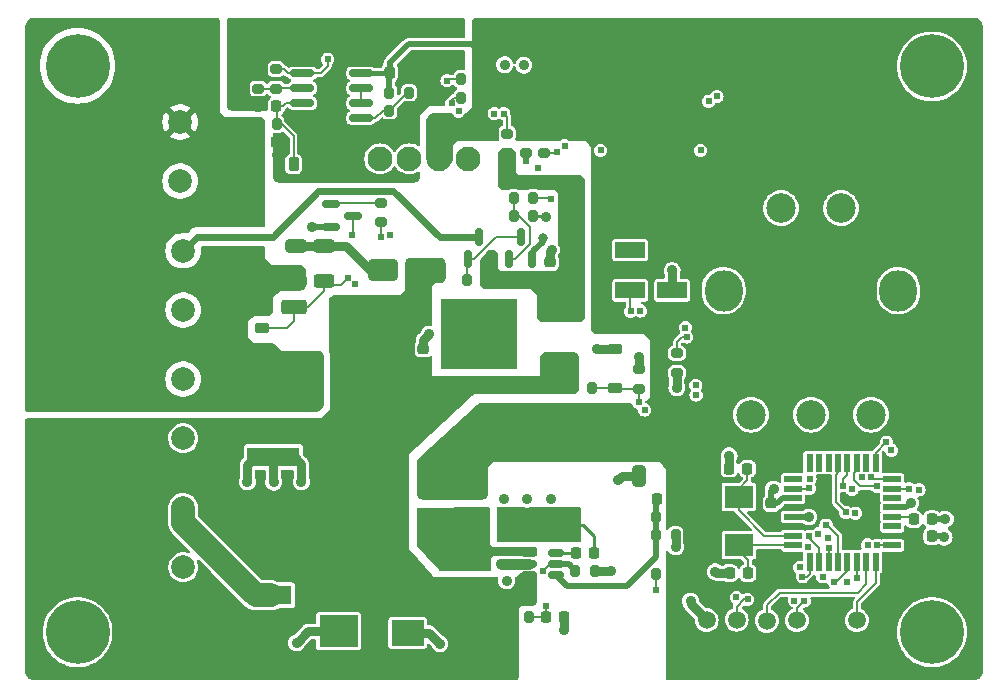
<source format=gtl>
G04 #@! TF.GenerationSoftware,KiCad,Pcbnew,7.0.9*
G04 #@! TF.CreationDate,2024-10-07T21:11:22-04:00*
G04 #@! TF.ProjectId,T12 soldering station,54313220-736f-46c6-9465-72696e672073,rev?*
G04 #@! TF.SameCoordinates,Original*
G04 #@! TF.FileFunction,Copper,L1,Top*
G04 #@! TF.FilePolarity,Positive*
%FSLAX46Y46*%
G04 Gerber Fmt 4.6, Leading zero omitted, Abs format (unit mm)*
G04 Created by KiCad (PCBNEW 7.0.9) date 2024-10-07 21:11:22*
%MOMM*%
%LPD*%
G01*
G04 APERTURE LIST*
G04 Aperture macros list*
%AMRoundRect*
0 Rectangle with rounded corners*
0 $1 Rounding radius*
0 $2 $3 $4 $5 $6 $7 $8 $9 X,Y pos of 4 corners*
0 Add a 4 corners polygon primitive as box body*
4,1,4,$2,$3,$4,$5,$6,$7,$8,$9,$2,$3,0*
0 Add four circle primitives for the rounded corners*
1,1,$1+$1,$2,$3*
1,1,$1+$1,$4,$5*
1,1,$1+$1,$6,$7*
1,1,$1+$1,$8,$9*
0 Add four rect primitives between the rounded corners*
20,1,$1+$1,$2,$3,$4,$5,0*
20,1,$1+$1,$4,$5,$6,$7,0*
20,1,$1+$1,$6,$7,$8,$9,0*
20,1,$1+$1,$8,$9,$2,$3,0*%
G04 Aperture macros list end*
G04 #@! TA.AperFunction,SMDPad,CuDef*
%ADD10R,2.500000X1.400000*%
G04 #@! TD*
G04 #@! TA.AperFunction,SMDPad,CuDef*
%ADD11RoundRect,0.225000X-0.225000X-0.250000X0.225000X-0.250000X0.225000X0.250000X-0.225000X0.250000X0*%
G04 #@! TD*
G04 #@! TA.AperFunction,SMDPad,CuDef*
%ADD12RoundRect,0.200000X0.200000X0.275000X-0.200000X0.275000X-0.200000X-0.275000X0.200000X-0.275000X0*%
G04 #@! TD*
G04 #@! TA.AperFunction,SMDPad,CuDef*
%ADD13RoundRect,0.250000X-1.000000X-0.650000X1.000000X-0.650000X1.000000X0.650000X-1.000000X0.650000X0*%
G04 #@! TD*
G04 #@! TA.AperFunction,SMDPad,CuDef*
%ADD14RoundRect,0.225000X-0.375000X0.225000X-0.375000X-0.225000X0.375000X-0.225000X0.375000X0.225000X0*%
G04 #@! TD*
G04 #@! TA.AperFunction,SMDPad,CuDef*
%ADD15R,4.500000X1.650000*%
G04 #@! TD*
G04 #@! TA.AperFunction,SMDPad,CuDef*
%ADD16RoundRect,0.250000X-1.100000X0.325000X-1.100000X-0.325000X1.100000X-0.325000X1.100000X0.325000X0*%
G04 #@! TD*
G04 #@! TA.AperFunction,SMDPad,CuDef*
%ADD17RoundRect,0.225000X0.225000X0.250000X-0.225000X0.250000X-0.225000X-0.250000X0.225000X-0.250000X0*%
G04 #@! TD*
G04 #@! TA.AperFunction,ComponentPad*
%ADD18C,3.100000*%
G04 #@! TD*
G04 #@! TA.AperFunction,ConnectorPad*
%ADD19C,5.400000*%
G04 #@! TD*
G04 #@! TA.AperFunction,SMDPad,CuDef*
%ADD20RoundRect,0.200000X-0.200000X-0.275000X0.200000X-0.275000X0.200000X0.275000X-0.200000X0.275000X0*%
G04 #@! TD*
G04 #@! TA.AperFunction,SMDPad,CuDef*
%ADD21RoundRect,0.150000X-0.512500X-0.150000X0.512500X-0.150000X0.512500X0.150000X-0.512500X0.150000X0*%
G04 #@! TD*
G04 #@! TA.AperFunction,SMDPad,CuDef*
%ADD22RoundRect,0.250000X-0.650000X0.325000X-0.650000X-0.325000X0.650000X-0.325000X0.650000X0.325000X0*%
G04 #@! TD*
G04 #@! TA.AperFunction,SMDPad,CuDef*
%ADD23RoundRect,0.200000X0.275000X-0.200000X0.275000X0.200000X-0.275000X0.200000X-0.275000X-0.200000X0*%
G04 #@! TD*
G04 #@! TA.AperFunction,SMDPad,CuDef*
%ADD24RoundRect,0.225000X0.250000X-0.225000X0.250000X0.225000X-0.250000X0.225000X-0.250000X-0.225000X0*%
G04 #@! TD*
G04 #@! TA.AperFunction,SMDPad,CuDef*
%ADD25RoundRect,0.150000X-0.825000X-0.150000X0.825000X-0.150000X0.825000X0.150000X-0.825000X0.150000X0*%
G04 #@! TD*
G04 #@! TA.AperFunction,SMDPad,CuDef*
%ADD26RoundRect,0.225000X-0.250000X0.225000X-0.250000X-0.225000X0.250000X-0.225000X0.250000X0.225000X0*%
G04 #@! TD*
G04 #@! TA.AperFunction,SMDPad,CuDef*
%ADD27C,1.500000*%
G04 #@! TD*
G04 #@! TA.AperFunction,SMDPad,CuDef*
%ADD28R,3.600000X2.700000*%
G04 #@! TD*
G04 #@! TA.AperFunction,SMDPad,CuDef*
%ADD29RoundRect,0.225000X0.225000X0.375000X-0.225000X0.375000X-0.225000X-0.375000X0.225000X-0.375000X0*%
G04 #@! TD*
G04 #@! TA.AperFunction,SMDPad,CuDef*
%ADD30RoundRect,0.250000X-0.850000X-0.350000X0.850000X-0.350000X0.850000X0.350000X-0.850000X0.350000X0*%
G04 #@! TD*
G04 #@! TA.AperFunction,SMDPad,CuDef*
%ADD31RoundRect,0.250000X-1.275000X-1.125000X1.275000X-1.125000X1.275000X1.125000X-1.275000X1.125000X0*%
G04 #@! TD*
G04 #@! TA.AperFunction,SMDPad,CuDef*
%ADD32RoundRect,0.249997X-2.950003X-2.650003X2.950003X-2.650003X2.950003X2.650003X-2.950003X2.650003X0*%
G04 #@! TD*
G04 #@! TA.AperFunction,ComponentPad*
%ADD33C,2.000000*%
G04 #@! TD*
G04 #@! TA.AperFunction,SMDPad,CuDef*
%ADD34RoundRect,0.150000X0.150000X-0.587500X0.150000X0.587500X-0.150000X0.587500X-0.150000X-0.587500X0*%
G04 #@! TD*
G04 #@! TA.AperFunction,SMDPad,CuDef*
%ADD35RoundRect,0.250000X-0.325000X-0.650000X0.325000X-0.650000X0.325000X0.650000X-0.325000X0.650000X0*%
G04 #@! TD*
G04 #@! TA.AperFunction,SMDPad,CuDef*
%ADD36RoundRect,0.250000X1.100000X-0.325000X1.100000X0.325000X-1.100000X0.325000X-1.100000X-0.325000X0*%
G04 #@! TD*
G04 #@! TA.AperFunction,SMDPad,CuDef*
%ADD37RoundRect,0.200000X-0.275000X0.200000X-0.275000X-0.200000X0.275000X-0.200000X0.275000X0.200000X0*%
G04 #@! TD*
G04 #@! TA.AperFunction,SMDPad,CuDef*
%ADD38R,2.800000X1.500000*%
G04 #@! TD*
G04 #@! TA.AperFunction,SMDPad,CuDef*
%ADD39R,6.500000X6.000000*%
G04 #@! TD*
G04 #@! TA.AperFunction,SMDPad,CuDef*
%ADD40R,2.800000X1.350000*%
G04 #@! TD*
G04 #@! TA.AperFunction,SMDPad,CuDef*
%ADD41R,1.500000X0.550000*%
G04 #@! TD*
G04 #@! TA.AperFunction,SMDPad,CuDef*
%ADD42R,0.550000X1.500000*%
G04 #@! TD*
G04 #@! TA.AperFunction,SMDPad,CuDef*
%ADD43R,3.500000X1.649000*%
G04 #@! TD*
G04 #@! TA.AperFunction,SMDPad,CuDef*
%ADD44RoundRect,0.150000X-0.587500X-0.150000X0.587500X-0.150000X0.587500X0.150000X-0.587500X0.150000X0*%
G04 #@! TD*
G04 #@! TA.AperFunction,SMDPad,CuDef*
%ADD45RoundRect,0.225000X0.375000X-0.225000X0.375000X0.225000X-0.375000X0.225000X-0.375000X-0.225000X0*%
G04 #@! TD*
G04 #@! TA.AperFunction,SMDPad,CuDef*
%ADD46R,2.740000X2.160000*%
G04 #@! TD*
G04 #@! TA.AperFunction,SMDPad,CuDef*
%ADD47R,3.300000X2.700000*%
G04 #@! TD*
G04 #@! TA.AperFunction,SMDPad,CuDef*
%ADD48R,2.400000X1.900000*%
G04 #@! TD*
G04 #@! TA.AperFunction,SMDPad,CuDef*
%ADD49RoundRect,0.250000X-0.625000X0.312500X-0.625000X-0.312500X0.625000X-0.312500X0.625000X0.312500X0*%
G04 #@! TD*
G04 #@! TA.AperFunction,ComponentPad*
%ADD50O,3.200000X3.500000*%
G04 #@! TD*
G04 #@! TA.AperFunction,ComponentPad*
%ADD51C,2.500000*%
G04 #@! TD*
G04 #@! TA.AperFunction,ComponentPad*
%ADD52C,2.100000*%
G04 #@! TD*
G04 #@! TA.AperFunction,ViaPad*
%ADD53C,0.914400*%
G04 #@! TD*
G04 #@! TA.AperFunction,ViaPad*
%ADD54C,0.609600*%
G04 #@! TD*
G04 #@! TA.AperFunction,ViaPad*
%ADD55C,0.800000*%
G04 #@! TD*
G04 #@! TA.AperFunction,Conductor*
%ADD56C,0.762000*%
G04 #@! TD*
G04 #@! TA.AperFunction,Conductor*
%ADD57C,0.508000*%
G04 #@! TD*
G04 #@! TA.AperFunction,Conductor*
%ADD58C,0.203200*%
G04 #@! TD*
G04 #@! TA.AperFunction,Conductor*
%ADD59C,0.254000*%
G04 #@! TD*
G04 #@! TA.AperFunction,Conductor*
%ADD60C,0.381000*%
G04 #@! TD*
G04 #@! TA.AperFunction,Conductor*
%ADD61C,0.152400*%
G04 #@! TD*
G04 #@! TA.AperFunction,Conductor*
%ADD62C,0.889000*%
G04 #@! TD*
G04 #@! TA.AperFunction,Conductor*
%ADD63C,2.032000*%
G04 #@! TD*
G04 #@! TA.AperFunction,Conductor*
%ADD64C,0.609600*%
G04 #@! TD*
G04 APERTURE END LIST*
D10*
X148590000Y-122529600D03*
X152146000Y-122529600D03*
X148590000Y-119126000D03*
D11*
X141478000Y-150215600D03*
X143028000Y-150215600D03*
D12*
X140374000Y-116256800D03*
X138724000Y-116256800D03*
D13*
X127643000Y-120827800D03*
X131643000Y-120827800D03*
D14*
X117398800Y-125705600D03*
X117398800Y-129005600D03*
D15*
X127385200Y-136652000D03*
X118385200Y-136652000D03*
D16*
X131927600Y-139012400D03*
X131927600Y-141962400D03*
D17*
X129794000Y-104140000D03*
X128244000Y-104140000D03*
D18*
X174142400Y-103581200D03*
D19*
X174142400Y-103581200D03*
D20*
X134303000Y-104648000D03*
X135953000Y-104648000D03*
D21*
X140055600Y-144779600D03*
X140055600Y-145729600D03*
X140055600Y-146679600D03*
X142330600Y-146679600D03*
X142330600Y-145729600D03*
X142330600Y-144779600D03*
D17*
X174134000Y-143377000D03*
X172584000Y-143377000D03*
D12*
X140372600Y-114706400D03*
X138722600Y-114706400D03*
D11*
X156959000Y-137632000D03*
X158509000Y-137632000D03*
D22*
X120269000Y-118794000D03*
X120269000Y-121744000D03*
D23*
X139750800Y-110908600D03*
X139750800Y-109258600D03*
D12*
X145351000Y-130810000D03*
X143701000Y-130810000D03*
D24*
X131064000Y-129045000D03*
X131064000Y-127495000D03*
D25*
X120842000Y-104140000D03*
X120842000Y-105410000D03*
X120842000Y-106680000D03*
X120842000Y-107950000D03*
X125792000Y-107950000D03*
X125792000Y-106680000D03*
X125792000Y-105410000D03*
X125792000Y-104140000D03*
D18*
X101803200Y-103530400D03*
D19*
X101803200Y-103530400D03*
D26*
X160553400Y-140576000D03*
X160553400Y-142126000D03*
D27*
X167792400Y-150460400D03*
X165252400Y-150480400D03*
X162712400Y-150480400D03*
X160172400Y-150520400D03*
X157612400Y-150420400D03*
X155072400Y-150460400D03*
D20*
X150813000Y-146558000D03*
X152463000Y-146558000D03*
X134303000Y-106235000D03*
X135953000Y-106235000D03*
D16*
X135204200Y-139012400D03*
X135204200Y-141962400D03*
D28*
X142544800Y-142417800D03*
X142544800Y-134117800D03*
D24*
X136296400Y-147409200D03*
X136296400Y-145859200D03*
D12*
X152437600Y-141706600D03*
X150787600Y-141706600D03*
D20*
X138380000Y-150215600D03*
X140030000Y-150215600D03*
D29*
X123391200Y-111861600D03*
X120091200Y-111861600D03*
D11*
X117081000Y-106908600D03*
X118631000Y-106908600D03*
D30*
X120142000Y-123952000D03*
D31*
X124767000Y-124707000D03*
X124767000Y-127757000D03*
D32*
X126442000Y-126232000D03*
D31*
X128117000Y-124707000D03*
X128117000Y-127757000D03*
D30*
X120142000Y-128512000D03*
D33*
X110744000Y-130048000D03*
X110744000Y-135048000D03*
D23*
X127508000Y-116776000D03*
X127508000Y-115126000D03*
D11*
X157009800Y-146471200D03*
X158559800Y-146471200D03*
D33*
X110744000Y-119184400D03*
X110744000Y-124184400D03*
D34*
X134863800Y-119908800D03*
X136763800Y-119908800D03*
X135813800Y-118033800D03*
D17*
X174146400Y-141903800D03*
X172596400Y-141903800D03*
D35*
X149324800Y-138226800D03*
X152274800Y-138226800D03*
D17*
X152387600Y-140182600D03*
X150837600Y-140182600D03*
D36*
X133858000Y-147829800D03*
X133858000Y-144879800D03*
D37*
X152552400Y-127863600D03*
X152552400Y-129513600D03*
D38*
X142723000Y-123968000D03*
D39*
X135763000Y-126238000D03*
D40*
X142723000Y-128548000D03*
D24*
X141833600Y-121717400D03*
X141833600Y-120167400D03*
D20*
X143929600Y-146278600D03*
X145579600Y-146278600D03*
D41*
X162389600Y-138519600D03*
X162389600Y-139319600D03*
X162389600Y-140119600D03*
X162389600Y-140919600D03*
X162389600Y-141719600D03*
X162389600Y-142519600D03*
X162389600Y-143319600D03*
X162389600Y-144119600D03*
D42*
X163789600Y-145519600D03*
X164589600Y-145519600D03*
X165389600Y-145519600D03*
X166189600Y-145519600D03*
X166989600Y-145519600D03*
X167789600Y-145519600D03*
X168589600Y-145519600D03*
X169389600Y-145519600D03*
D41*
X170789600Y-144119600D03*
X170789600Y-143319600D03*
X170789600Y-142519600D03*
X170789600Y-141719600D03*
X170789600Y-140919600D03*
X170789600Y-140119600D03*
X170789600Y-139319600D03*
X170789600Y-138519600D03*
D42*
X169389600Y-137119600D03*
X168589600Y-137119600D03*
X167789600Y-137119600D03*
X166989600Y-137119600D03*
X166189600Y-137119600D03*
X165389600Y-137119600D03*
X164589600Y-137119600D03*
X163789600Y-137119600D03*
D43*
X118211600Y-148349900D03*
X118211600Y-144410900D03*
D33*
X110490000Y-108284000D03*
X110490000Y-113284000D03*
D12*
X129857000Y-107315000D03*
X128207000Y-107315000D03*
D18*
X174142400Y-151485600D03*
D19*
X174142400Y-151485600D03*
D37*
X118618000Y-103797600D03*
X118618000Y-105447600D03*
D17*
X118618000Y-109982000D03*
X117068000Y-109982000D03*
D33*
X110744000Y-140970000D03*
X110744000Y-145970000D03*
D23*
X138176000Y-110920800D03*
X138176000Y-109270800D03*
D34*
X138369000Y-119908800D03*
X140269000Y-119908800D03*
X139319000Y-118033800D03*
D12*
X129857000Y-105791000D03*
X128207000Y-105791000D03*
D20*
X117018800Y-108458000D03*
X118668800Y-108458000D03*
D11*
X143992600Y-144780000D03*
X145542600Y-144780000D03*
D20*
X134785600Y-121640600D03*
X136435600Y-121640600D03*
D44*
X123268500Y-115255000D03*
X123268500Y-117155000D03*
X125143500Y-116205000D03*
D45*
X147320000Y-130809000D03*
X147320000Y-127509000D03*
D46*
X129743200Y-147116800D03*
X129743200Y-151536800D03*
D37*
X117094000Y-103797600D03*
X117094000Y-105447600D03*
X149352000Y-129223000D03*
X149352000Y-130873000D03*
D47*
X123901200Y-151391200D03*
X123901200Y-144011200D03*
D18*
X101803200Y-151485600D03*
D19*
X101803200Y-151485600D03*
D37*
X141325600Y-109258600D03*
X141325600Y-110908600D03*
D48*
X157784800Y-144119600D03*
X157784800Y-140019600D03*
D20*
X150787600Y-143230600D03*
X152437600Y-143230600D03*
D49*
X122682000Y-118806500D03*
X122682000Y-121731500D03*
D50*
X171306200Y-122570000D03*
X156506200Y-122570000D03*
D51*
X168986200Y-133070000D03*
X163906200Y-133070000D03*
X158826200Y-133070000D03*
X166446200Y-115570000D03*
X161366200Y-115570000D03*
D52*
X134895600Y-111404400D03*
X132395600Y-111404400D03*
X129895600Y-111404400D03*
X127395600Y-111404400D03*
D53*
X136296400Y-144678400D03*
D54*
X128255922Y-117860489D03*
D53*
X115824000Y-106756200D03*
X118668800Y-111099600D03*
X155803600Y-146354800D03*
D54*
X162495388Y-148809214D03*
D53*
X152552400Y-130810000D03*
X121666000Y-117155000D03*
X120345200Y-152400000D03*
X175276400Y-141929200D03*
X141478000Y-116332000D03*
D54*
X155943617Y-106113486D03*
D53*
X118414800Y-138785600D03*
X116078000Y-103797600D03*
D55*
X141198600Y-118135400D03*
D53*
X122301000Y-108991400D03*
X138125200Y-147116800D03*
D54*
X149452585Y-124278608D03*
X140766800Y-112216700D03*
X146100800Y-110693200D03*
X173050200Y-139420600D03*
X137084297Y-107569000D03*
D53*
X137972800Y-103428800D03*
X133604000Y-128016000D03*
X153720800Y-148844000D03*
X141935200Y-119088200D03*
X175174800Y-143453200D03*
X129857000Y-108547400D03*
X145796000Y-127508000D03*
X137922000Y-140208000D03*
X156972000Y-136550400D03*
D54*
X149808642Y-132663502D03*
X165362991Y-143528610D03*
D53*
X131927600Y-143103600D03*
X139852400Y-140233400D03*
X133578600Y-143484600D03*
D54*
X154559000Y-110693200D03*
X163813806Y-138483517D03*
X167386000Y-139395200D03*
D53*
X137922000Y-128016000D03*
X131775200Y-144780000D03*
D54*
X153268418Y-125685484D03*
X170703955Y-136075868D03*
D53*
X163716000Y-141719600D03*
X131572000Y-126238000D03*
D54*
X168704283Y-144092415D03*
D53*
X135890000Y-128016000D03*
D54*
X166954200Y-147218400D03*
D53*
X147568938Y-138587462D03*
D54*
X163647102Y-144262098D03*
X143039060Y-110294259D03*
D53*
X136296400Y-143662897D03*
X130784600Y-104140000D03*
X152450800Y-144272000D03*
X123393200Y-110540800D03*
X172330000Y-140557600D03*
D54*
X164532634Y-143126834D03*
D53*
X143015000Y-151282400D03*
D54*
X133096000Y-103962697D03*
X162958423Y-146002228D03*
D53*
X139598400Y-103479600D03*
X152146000Y-120853200D03*
D54*
X167665400Y-141401800D03*
X125331273Y-122011546D03*
D53*
X132486400Y-152450800D03*
D54*
X164879516Y-146789100D03*
D53*
X133604000Y-125984000D03*
X141909800Y-140182600D03*
X146939000Y-146304000D03*
D54*
X157581225Y-148541777D03*
D53*
X116179600Y-138734800D03*
X137922000Y-125984000D03*
X120751600Y-138734800D03*
X160743900Y-139357100D03*
X135890000Y-125984000D03*
X135890000Y-124206000D03*
X133604000Y-124206000D03*
D54*
X168196556Y-138363182D03*
X122336958Y-102484218D03*
D53*
X137922000Y-124206000D03*
X135178800Y-143078200D03*
X149352000Y-128143000D03*
D54*
X134061200Y-107365800D03*
X154180594Y-131393220D03*
D53*
X139877800Y-143052800D03*
X138023600Y-143052800D03*
X137668000Y-145729600D03*
X139852400Y-141757400D03*
X138023600Y-141782800D03*
X138760200Y-145729600D03*
D54*
X125038802Y-117856000D03*
X124728820Y-121466674D03*
X169015864Y-138367404D03*
X149301200Y-132029200D03*
X137896600Y-107569000D03*
X142399300Y-110794800D03*
X167789600Y-146876518D03*
X150774400Y-147906200D03*
X170281600Y-135382000D03*
X141884400Y-114807500D03*
X165887400Y-147243800D03*
X127457200Y-118008400D03*
X172212000Y-139319600D03*
X122986800Y-102971600D03*
X133096000Y-104775000D03*
X169483810Y-139128700D03*
X166642487Y-139068054D03*
X133490075Y-106702941D03*
X158546800Y-148712100D03*
X166852600Y-141325600D03*
X155244800Y-106527600D03*
X139750800Y-111607600D03*
X141192869Y-146318217D03*
X141491000Y-149301200D03*
X163169600Y-146786600D03*
X148640800Y-124307600D03*
X163753800Y-143357600D03*
X165404800Y-144348200D03*
X165185408Y-142419756D03*
X163322000Y-148844000D03*
X169516130Y-144119600D03*
X153365200Y-126492000D03*
X154152600Y-130581400D03*
X163753800Y-139293600D03*
D56*
X118385200Y-138756000D02*
X118414800Y-138785600D01*
X116840000Y-136652000D02*
X116179600Y-137312400D01*
X147320000Y-127509000D02*
X145797000Y-127509000D01*
D57*
X161505400Y-140119600D02*
X162389600Y-140119600D01*
X175251000Y-141903800D02*
X175276400Y-141929200D01*
X175098600Y-143377000D02*
X175174800Y-143453200D01*
D56*
X121354000Y-151391200D02*
X120345200Y-152400000D01*
D57*
X116078000Y-103797600D02*
X117094000Y-103797600D01*
D56*
X118385200Y-136652000D02*
X116840000Y-136652000D01*
X131875000Y-144879800D02*
X131775200Y-144780000D01*
X153720800Y-149108800D02*
X155072400Y-150460400D01*
D57*
X129857000Y-108547400D02*
X129857000Y-107315000D01*
D56*
X147929600Y-138226800D02*
X149324800Y-138226800D01*
D57*
X161049000Y-140576000D02*
X161505400Y-140119600D01*
D56*
X131064000Y-126746000D02*
X131572000Y-126238000D01*
X135204200Y-141962400D02*
X135204200Y-143052800D01*
X152552400Y-129513600D02*
X152552400Y-130810000D01*
X155803600Y-146405600D02*
X155869200Y-146471200D01*
X147568938Y-138587462D02*
X147929600Y-138226800D01*
D58*
X115900200Y-106756200D02*
X115824000Y-106756200D01*
D56*
X145579600Y-146278600D02*
X146913600Y-146278600D01*
D59*
X141402800Y-116256800D02*
X141478000Y-116332000D01*
D57*
X117081000Y-106908600D02*
X116052600Y-106908600D01*
D56*
X145797000Y-127509000D02*
X145796000Y-127508000D01*
X149352000Y-129223000D02*
X149352000Y-128143000D01*
D58*
X116052600Y-106908600D02*
X115900200Y-106756200D01*
D56*
X131572400Y-151536800D02*
X132486400Y-152450800D01*
D57*
X160553400Y-140576000D02*
X161049000Y-140576000D01*
X141198600Y-118437066D02*
X141198600Y-118135400D01*
D59*
X140374000Y-116256800D02*
X141402800Y-116256800D01*
D56*
X156959000Y-137632000D02*
X156959000Y-136563400D01*
X136296400Y-144678400D02*
X136296400Y-145859200D01*
X123901200Y-151391200D02*
X121354000Y-151391200D01*
X118385200Y-136652000D02*
X120192800Y-136652000D01*
X131927600Y-141962400D02*
X131927600Y-143103600D01*
X143028000Y-150215600D02*
X143028000Y-151269400D01*
X155869200Y-146471200D02*
X157009800Y-146471200D01*
X120751600Y-137210800D02*
X120751600Y-138734800D01*
X146913600Y-146278600D02*
X146939000Y-146304000D01*
X141935200Y-119088200D02*
X141833600Y-119189800D01*
X153720800Y-148844000D02*
X153720800Y-149108800D01*
D57*
X170789600Y-140919600D02*
X171968000Y-140919600D01*
X174146400Y-141903800D02*
X175251000Y-141903800D01*
D56*
X141833600Y-119189800D02*
X141833600Y-120167400D01*
X123391200Y-110542800D02*
X123393200Y-110540800D01*
X136296400Y-143662897D02*
X136296400Y-144678400D01*
X133858000Y-144879800D02*
X133858000Y-143764000D01*
X152437600Y-143230600D02*
X152437600Y-144258800D01*
X133858000Y-143764000D02*
X133578600Y-143484600D01*
D57*
X118618000Y-109982000D02*
X118618000Y-111048800D01*
X122301000Y-108229400D02*
X122301000Y-108991400D01*
D56*
X131064000Y-127495000D02*
X131064000Y-126746000D01*
X135204200Y-143052800D02*
X135178800Y-143078200D01*
X116179600Y-137312400D02*
X116179600Y-138734800D01*
D58*
X118618000Y-111048800D02*
X118668800Y-111099600D01*
D57*
X140485833Y-119149833D02*
X141198600Y-118437066D01*
D56*
X123391200Y-111861600D02*
X123391200Y-110542800D01*
D57*
X162389600Y-141719600D02*
X163716000Y-141719600D01*
D56*
X152437600Y-144258800D02*
X152450800Y-144272000D01*
X152146000Y-122529600D02*
X152146000Y-120853200D01*
X155803600Y-146354800D02*
X155803600Y-146405600D01*
D57*
X122021600Y-107950000D02*
X122301000Y-108229400D01*
X160743900Y-139357100D02*
X160553400Y-139547600D01*
X160553400Y-139547600D02*
X160553400Y-140576000D01*
D56*
X143028000Y-151269400D02*
X143015000Y-151282400D01*
X118385200Y-136652000D02*
X118385200Y-138756000D01*
D57*
X129794000Y-104140000D02*
X130784600Y-104140000D01*
D56*
X156959000Y-136563400D02*
X156972000Y-136550400D01*
D57*
X171968000Y-140919600D02*
X172330000Y-140557600D01*
X140269000Y-119366666D02*
X140485833Y-119149833D01*
X140269000Y-119908800D02*
X140269000Y-119366666D01*
D56*
X133858000Y-144879800D02*
X131875000Y-144879800D01*
D57*
X121666000Y-117155000D02*
X123268500Y-117155000D01*
X174134000Y-143377000D02*
X175098600Y-143377000D01*
D56*
X120192800Y-136652000D02*
X120751600Y-137210800D01*
X129743200Y-151536800D02*
X131572400Y-151536800D01*
D57*
X120842000Y-107950000D02*
X122021600Y-107950000D01*
D59*
X152437600Y-140232600D02*
X152387600Y-140182600D01*
D60*
X172526600Y-143319600D02*
X172584000Y-143377000D01*
D57*
X160947000Y-142519600D02*
X160553400Y-142126000D01*
X128207000Y-105791000D02*
X128207000Y-104177000D01*
D60*
X128207000Y-104177000D02*
X128244000Y-104140000D01*
D57*
X170789600Y-143319600D02*
X172526600Y-143319600D01*
X162389600Y-142519600D02*
X160947000Y-142519600D01*
D60*
X125792000Y-104140000D02*
X128244000Y-104140000D01*
D58*
X172412200Y-141719600D02*
X170789600Y-141719600D01*
X172596400Y-141903800D02*
X172412200Y-141719600D01*
D61*
X157784800Y-141172800D02*
X159963200Y-143351200D01*
X157784800Y-139344400D02*
X158509000Y-138620200D01*
X162358000Y-143351200D02*
X162389600Y-143319600D01*
X157784800Y-140019600D02*
X157784800Y-141172800D01*
X158509000Y-138620200D02*
X158509000Y-137632000D01*
X159963200Y-143351200D02*
X162358000Y-143351200D01*
X157784800Y-140019600D02*
X157784800Y-139344400D01*
X157784800Y-144627600D02*
X158559800Y-145402600D01*
X158559800Y-145402600D02*
X158559800Y-146471200D01*
X157784800Y-144119600D02*
X157784800Y-144627600D01*
X157784800Y-144119600D02*
X162389600Y-144119600D01*
X157154800Y-144749600D02*
X157784800Y-144119600D01*
D56*
X124521500Y-118806500D02*
X122682000Y-118806500D01*
X122682000Y-118806500D02*
X120281500Y-118806500D01*
X120281500Y-118806500D02*
X120269000Y-118794000D01*
X127643000Y-120827800D02*
X126542800Y-120827800D01*
X126542800Y-120827800D02*
X124521500Y-118806500D01*
D61*
X118631000Y-106908600D02*
X119221250Y-106908600D01*
X119221250Y-106908600D02*
X119449850Y-106680000D01*
X118668800Y-108458000D02*
X118668800Y-106946400D01*
X120091200Y-109474000D02*
X119075200Y-108458000D01*
X120091200Y-111861600D02*
X120091200Y-109474000D01*
X118668800Y-106946400D02*
X118631000Y-106908600D01*
X119075200Y-108458000D02*
X118668800Y-108458000D01*
X119449850Y-106680000D02*
X121223000Y-106680000D01*
X118617000Y-106922600D02*
X118631000Y-106908600D01*
D59*
X143992200Y-144779600D02*
X143992600Y-144780000D01*
X142330600Y-144779600D02*
X143992200Y-144779600D01*
X145542600Y-143358200D02*
X144602200Y-142417800D01*
X144602200Y-142417800D02*
X142544800Y-142417800D01*
D62*
X137668000Y-145729600D02*
X138760200Y-145729600D01*
X138760200Y-145729600D02*
X140055600Y-145729600D01*
D59*
X145542600Y-144780000D02*
X145542600Y-143358200D01*
D57*
X150787600Y-143230600D02*
X150787600Y-141706600D01*
X150787600Y-145122400D02*
X150787600Y-143230600D01*
X150787600Y-141706600D02*
X150787600Y-140232600D01*
X143225000Y-147574000D02*
X148336000Y-147574000D01*
X142330600Y-146679600D02*
X143225000Y-147574000D01*
D59*
X150787600Y-140232600D02*
X150837600Y-140182600D01*
D57*
X148336000Y-147574000D02*
X150787600Y-145122400D01*
D61*
X124124812Y-122070682D02*
X122732800Y-122070682D01*
X120142000Y-125095000D02*
X120142000Y-123952000D01*
X125038802Y-117856000D02*
X125143500Y-117751302D01*
X117398800Y-125705600D02*
X119531400Y-125705600D01*
X122682000Y-121731500D02*
X122682000Y-122555000D01*
X121285000Y-123952000D02*
X120142000Y-123952000D01*
X119531400Y-125705600D02*
X120142000Y-125095000D01*
X122682000Y-122555000D02*
X121285000Y-123952000D01*
X125143500Y-117751302D02*
X125143500Y-116205000D01*
X124728820Y-121466674D02*
X124124812Y-122070682D01*
X147319000Y-130810000D02*
X147320000Y-130809000D01*
X149301200Y-130923800D02*
X149352000Y-130873000D01*
X149301200Y-132029200D02*
X149301200Y-130923800D01*
X169015864Y-138367404D02*
X169168060Y-138519600D01*
X169168060Y-138519600D02*
X170789600Y-138519600D01*
X147384000Y-130873000D02*
X147320000Y-130809000D01*
X145351000Y-130810000D02*
X147319000Y-130810000D01*
X149352000Y-130873000D02*
X147384000Y-130873000D01*
X137896600Y-107569000D02*
X138176000Y-107848400D01*
X138176000Y-107848400D02*
X138176000Y-109270800D01*
X141325600Y-110908600D02*
X142285500Y-110908600D01*
X142285500Y-110908600D02*
X142399300Y-110794800D01*
D63*
X116875500Y-148349900D02*
X118211600Y-148349900D01*
X110744000Y-140970000D02*
X110744000Y-142218400D01*
X110744000Y-142218400D02*
X116875500Y-148349900D01*
D64*
X132461000Y-118033800D02*
X135813800Y-118033800D01*
X128543600Y-114116400D02*
X132461000Y-118033800D01*
X111920000Y-118008400D02*
X118313200Y-118008400D01*
X122205200Y-114116400D02*
X128543600Y-114116400D01*
X110744000Y-119184400D02*
X111920000Y-118008400D01*
X118313200Y-118008400D02*
X122205200Y-114116400D01*
D61*
X150774400Y-146596600D02*
X150813000Y-146558000D01*
X167789600Y-146876518D02*
X167789600Y-145519600D01*
X150774400Y-147906200D02*
X150774400Y-146596600D01*
X137236200Y-118033800D02*
X135361200Y-119908800D01*
X134785600Y-121640600D02*
X134785600Y-119987000D01*
X139319000Y-118033800D02*
X137236200Y-118033800D01*
X134785600Y-119987000D02*
X134863800Y-119908800D01*
X135361200Y-119908800D02*
X134863800Y-119908800D01*
X138722600Y-114706400D02*
X138722600Y-116255400D01*
X138722600Y-116255400D02*
X138724000Y-116256800D01*
X140106400Y-117182900D02*
X139180300Y-116256800D01*
X140106400Y-118643400D02*
X140106400Y-117182900D01*
X139180300Y-116256800D02*
X138724000Y-116256800D01*
X138841000Y-119908800D02*
X140106400Y-118643400D01*
X138369000Y-119908800D02*
X138841000Y-119908800D01*
X127508000Y-115126000D02*
X123397500Y-115126000D01*
X123397500Y-115126000D02*
X123268500Y-115255000D01*
X169389600Y-136274000D02*
X169389600Y-137119600D01*
X170281600Y-135382000D02*
X169389600Y-136274000D01*
X141884400Y-114807500D02*
X141783300Y-114706400D01*
X141783300Y-114706400D02*
X140372600Y-114706400D01*
X166014400Y-147243800D02*
X166989600Y-146268600D01*
X127457200Y-116826800D02*
X127508000Y-116776000D01*
X166989600Y-146268600D02*
X166989600Y-145519600D01*
X127457200Y-118008400D02*
X127457200Y-116826800D01*
X165887400Y-147243800D02*
X166014400Y-147243800D01*
X122986800Y-102971600D02*
X122986800Y-103530400D01*
X172212000Y-139319600D02*
X170789600Y-139319600D01*
X122377200Y-104140000D02*
X120842000Y-104140000D01*
X119266200Y-103797600D02*
X119608600Y-104140000D01*
X122986800Y-103530400D02*
X122377200Y-104140000D01*
X118618000Y-103797600D02*
X119266200Y-103797600D01*
X119608600Y-104140000D02*
X121223000Y-104140000D01*
X121223000Y-105410000D02*
X118655600Y-105410000D01*
X118618000Y-105447600D02*
X117094000Y-105447600D01*
X118655600Y-105410000D02*
X118618000Y-105447600D01*
D58*
X120689600Y-105562400D02*
X120842000Y-105410000D01*
X118555000Y-105562400D02*
X118681000Y-105562400D01*
D61*
X129857000Y-105791000D02*
X129731000Y-105791000D01*
X125792000Y-107950000D02*
X127000000Y-107950000D01*
X127635000Y-107315000D02*
X128207000Y-107315000D01*
X127000000Y-107950000D02*
X127635000Y-107315000D01*
X129731000Y-105791000D02*
X128207000Y-107315000D01*
X167538400Y-138023600D02*
X167789600Y-137772400D01*
X167789600Y-137772400D02*
X167789600Y-137119600D01*
X169471310Y-139141200D02*
X168071800Y-139141200D01*
X134303000Y-104648000D02*
X133223000Y-104648000D01*
X169483810Y-139128700D02*
X169471310Y-139141200D01*
X167538400Y-138607800D02*
X167538400Y-138023600D01*
X168071800Y-139141200D02*
X167538400Y-138607800D01*
X133223000Y-104648000D02*
X133096000Y-104775000D01*
X166989600Y-138140600D02*
X166989600Y-137119600D01*
X133490075Y-106412925D02*
X133668000Y-106235000D01*
X166642487Y-139068054D02*
X166642487Y-138487713D01*
X133490075Y-106702941D02*
X133490075Y-106412925D01*
X133668000Y-106235000D02*
X134303000Y-106235000D01*
X166642487Y-138487713D02*
X166989600Y-138140600D01*
X139750800Y-111607600D02*
X139750800Y-110908600D01*
X158546800Y-148712100D02*
X158272300Y-148712100D01*
X158272300Y-148712100D02*
X157612400Y-149372000D01*
X166014400Y-140487400D02*
X166014400Y-138129400D01*
X166852600Y-141325600D02*
X166014400Y-140487400D01*
X166189600Y-137954200D02*
X166189600Y-137119600D01*
X157612400Y-149372000D02*
X157612400Y-150420400D01*
X166014400Y-138129400D02*
X166189600Y-137954200D01*
D57*
X143380600Y-145729600D02*
X142330600Y-145729600D01*
D61*
X141491000Y-150202600D02*
X141478000Y-150215600D01*
X141491000Y-149301200D02*
X141491000Y-150202600D01*
D57*
X143929600Y-146278600D02*
X143380600Y-145729600D01*
D61*
X141478000Y-150215600D02*
X140030000Y-150215600D01*
X141781486Y-145729600D02*
X142330600Y-145729600D01*
X141192869Y-146318217D02*
X141781486Y-145729600D01*
X163789600Y-146522200D02*
X163525200Y-146786600D01*
X163789600Y-145519600D02*
X163789600Y-146522200D01*
X148640800Y-124307600D02*
X148590000Y-124256800D01*
X163525200Y-146786600D02*
X163169600Y-146786600D01*
X148590000Y-124256800D02*
X148590000Y-122529600D01*
X163753800Y-143357600D02*
X163753800Y-143506691D01*
X164589600Y-144342491D02*
X164589600Y-145519600D01*
X163753800Y-143506691D02*
X164589600Y-144342491D01*
D58*
X165404800Y-144348200D02*
X165389600Y-144363400D01*
X165389600Y-144363400D02*
X165389600Y-145519600D01*
D61*
X165185408Y-142419756D02*
X165276934Y-142419756D01*
X166189600Y-143332422D02*
X166189600Y-145519600D01*
X165276934Y-142419756D02*
X166189600Y-143332422D01*
X168589600Y-145519600D02*
X168589600Y-147386400D01*
X167843200Y-148132800D02*
X161239200Y-148132800D01*
X161239200Y-148132800D02*
X160172400Y-149199600D01*
X168589600Y-147386400D02*
X167843200Y-148132800D01*
X160172400Y-149199600D02*
X160172400Y-150520400D01*
X167792400Y-148945600D02*
X167792400Y-150460400D01*
X169389600Y-147348400D02*
X167792400Y-148945600D01*
X169389600Y-145519600D02*
X169389600Y-147348400D01*
X162712400Y-149453600D02*
X162712400Y-150480400D01*
X163322000Y-148844000D02*
X162712400Y-149453600D01*
D58*
X170789600Y-144119600D02*
X169516130Y-144119600D01*
X125792000Y-106680000D02*
X125792000Y-105410000D01*
D61*
X153365200Y-126492000D02*
X153009600Y-126492000D01*
X152552400Y-126949200D02*
X152552400Y-127863600D01*
X153009600Y-126492000D02*
X152552400Y-126949200D01*
D58*
X162389600Y-139319600D02*
X163727800Y-139319600D01*
X163727800Y-139319600D02*
X163753800Y-139293600D01*
G04 #@! TA.AperFunction,Conductor*
G36*
X113738091Y-99467285D02*
G01*
X113783846Y-99520089D01*
X113785613Y-99524148D01*
X113819242Y-99605337D01*
X113827620Y-99636603D01*
X113842269Y-99747866D01*
X113842800Y-99755967D01*
X113842800Y-107492800D01*
X114249200Y-107848400D01*
X116611181Y-107848400D01*
X116650183Y-107854693D01*
X116708292Y-107873949D01*
X116807655Y-107884100D01*
X117346810Y-107884099D01*
X117394262Y-107893538D01*
X117434515Y-107910211D01*
X117462550Y-107926397D01*
X117541858Y-107987253D01*
X117564746Y-108010141D01*
X117625603Y-108089450D01*
X117641789Y-108117485D01*
X117680042Y-108209837D01*
X117688420Y-108241103D01*
X117703069Y-108352366D01*
X117703600Y-108360467D01*
X117703600Y-109485972D01*
X117697306Y-109524976D01*
X117677651Y-109584290D01*
X117667500Y-109683647D01*
X117667500Y-110280337D01*
X117667501Y-110280355D01*
X117677650Y-110379707D01*
X117677651Y-110379710D01*
X117697306Y-110439023D01*
X117703600Y-110478027D01*
X117703600Y-117079100D01*
X117683915Y-117146139D01*
X117631111Y-117191894D01*
X117579600Y-117203100D01*
X111829259Y-117203100D01*
X111788296Y-117212450D01*
X111781436Y-117213616D01*
X111739670Y-117218321D01*
X111699997Y-117232203D01*
X111693312Y-117234129D01*
X111652345Y-117243479D01*
X111614469Y-117261717D01*
X111608044Y-117264379D01*
X111568381Y-117278258D01*
X111532795Y-117300618D01*
X111526708Y-117303982D01*
X111488840Y-117322219D01*
X111455984Y-117348420D01*
X111450313Y-117352444D01*
X111414726Y-117374806D01*
X111286407Y-117503126D01*
X111286405Y-117503128D01*
X111116832Y-117672700D01*
X111055509Y-117706185D01*
X111008743Y-117707328D01*
X110868335Y-117683900D01*
X110619665Y-117683900D01*
X110374383Y-117724829D01*
X110139197Y-117805569D01*
X110139188Y-117805572D01*
X109920493Y-117923924D01*
X109724257Y-118076661D01*
X109555833Y-118259617D01*
X109419826Y-118467793D01*
X109319936Y-118695518D01*
X109258892Y-118936575D01*
X109258890Y-118936587D01*
X109238357Y-119184394D01*
X109238357Y-119184405D01*
X109258890Y-119432212D01*
X109258892Y-119432224D01*
X109319936Y-119673281D01*
X109419826Y-119901006D01*
X109555833Y-120109182D01*
X109555836Y-120109185D01*
X109724256Y-120292138D01*
X109920491Y-120444874D01*
X110139190Y-120563228D01*
X110374386Y-120643971D01*
X110619665Y-120684900D01*
X110868335Y-120684900D01*
X111113614Y-120643971D01*
X111348810Y-120563228D01*
X111567509Y-120444874D01*
X111763744Y-120292138D01*
X111932164Y-120109185D01*
X112068173Y-119901007D01*
X112168063Y-119673281D01*
X112229108Y-119432221D01*
X112249643Y-119184400D01*
X112237986Y-119043717D01*
X112230050Y-118947940D01*
X112244131Y-118879504D01*
X112292976Y-118829545D01*
X112353626Y-118813700D01*
X117579600Y-118813700D01*
X117646639Y-118833385D01*
X117692394Y-118886189D01*
X117703600Y-118937700D01*
X117703600Y-119786400D01*
X118262400Y-120396000D01*
X119634000Y-120396000D01*
X120645932Y-120396000D01*
X120654032Y-120396530D01*
X120765296Y-120411179D01*
X120796561Y-120419556D01*
X120888915Y-120457810D01*
X120916949Y-120473996D01*
X120996258Y-120534853D01*
X121019146Y-120557741D01*
X121080003Y-120637050D01*
X121096189Y-120665085D01*
X121134442Y-120757437D01*
X121142820Y-120788703D01*
X121157469Y-120899966D01*
X121158000Y-120908067D01*
X121158000Y-122042932D01*
X121157469Y-122051033D01*
X121142820Y-122162296D01*
X121134442Y-122193562D01*
X121096189Y-122285914D01*
X121080003Y-122313949D01*
X121019146Y-122393258D01*
X120996258Y-122416146D01*
X120916949Y-122477003D01*
X120888914Y-122493189D01*
X120796562Y-122531442D01*
X120765296Y-122539820D01*
X120667410Y-122552707D01*
X120654032Y-122554469D01*
X120645933Y-122555000D01*
X118999000Y-122555000D01*
X118364000Y-123063000D01*
X118364000Y-123307157D01*
X118364000Y-124201932D01*
X118363469Y-124210033D01*
X118348820Y-124321296D01*
X118340442Y-124352562D01*
X118302189Y-124444914D01*
X118286003Y-124472949D01*
X118225146Y-124552258D01*
X118202258Y-124575146D01*
X118122949Y-124636003D01*
X118094914Y-124652189D01*
X118002562Y-124690442D01*
X117971296Y-124698820D01*
X117873410Y-124711707D01*
X117860032Y-124713469D01*
X117851933Y-124714000D01*
X116713000Y-124714000D01*
X116564213Y-124862786D01*
X116564209Y-124862790D01*
X116353790Y-125073209D01*
X116353786Y-125073213D01*
X116205000Y-125222000D01*
X116205000Y-126492000D01*
X116353790Y-126640790D01*
X116353798Y-126640799D01*
X116564201Y-126851202D01*
X116564209Y-126851209D01*
X116713000Y-127000000D01*
X118169285Y-127000000D01*
X118190713Y-127001866D01*
X118331585Y-127026582D01*
X118371884Y-127041172D01*
X118495925Y-127112368D01*
X118513581Y-127124652D01*
X118745000Y-127317500D01*
X119126000Y-127635000D01*
X122169932Y-127635000D01*
X122178032Y-127635530D01*
X122289296Y-127650179D01*
X122320561Y-127658556D01*
X122412915Y-127696810D01*
X122440949Y-127712996D01*
X122520258Y-127773853D01*
X122543146Y-127796741D01*
X122604003Y-127876050D01*
X122620189Y-127904085D01*
X122658442Y-127996437D01*
X122666820Y-128027703D01*
X122681469Y-128138966D01*
X122682000Y-128147067D01*
X122682000Y-132119512D01*
X122681469Y-132127613D01*
X122666820Y-132238876D01*
X122658442Y-132270142D01*
X122620189Y-132362494D01*
X122604004Y-132390529D01*
X122535681Y-132479567D01*
X122530329Y-132485671D01*
X122325671Y-132690329D01*
X122319567Y-132695681D01*
X122230529Y-132764004D01*
X122202494Y-132780189D01*
X122110142Y-132818442D01*
X122078876Y-132826820D01*
X121980990Y-132839707D01*
X121967612Y-132841469D01*
X121959513Y-132842000D01*
X97683146Y-132842000D01*
X97675046Y-132841469D01*
X97659036Y-132839361D01*
X97563782Y-132826820D01*
X97532516Y-132818442D01*
X97451327Y-132784813D01*
X97396923Y-132740973D01*
X97374858Y-132674679D01*
X97374779Y-132670252D01*
X97374779Y-130048005D01*
X109238357Y-130048005D01*
X109258890Y-130295812D01*
X109258892Y-130295824D01*
X109319936Y-130536881D01*
X109419826Y-130764606D01*
X109555833Y-130972782D01*
X109555836Y-130972785D01*
X109724256Y-131155738D01*
X109920491Y-131308474D01*
X110139190Y-131426828D01*
X110374386Y-131507571D01*
X110619665Y-131548500D01*
X110868335Y-131548500D01*
X111113614Y-131507571D01*
X111348810Y-131426828D01*
X111567509Y-131308474D01*
X111763744Y-131155738D01*
X111932164Y-130972785D01*
X112068173Y-130764607D01*
X112168063Y-130536881D01*
X112229108Y-130295821D01*
X112249643Y-130048000D01*
X112229108Y-129800179D01*
X112168063Y-129559119D01*
X112068173Y-129331393D01*
X111932166Y-129123217D01*
X111910557Y-129099744D01*
X111763744Y-128940262D01*
X111567509Y-128787526D01*
X111567507Y-128787525D01*
X111567506Y-128787524D01*
X111348811Y-128669172D01*
X111348802Y-128669169D01*
X111113616Y-128588429D01*
X110868335Y-128547500D01*
X110619665Y-128547500D01*
X110374383Y-128588429D01*
X110139197Y-128669169D01*
X110139188Y-128669172D01*
X109920493Y-128787524D01*
X109724257Y-128940261D01*
X109555833Y-129123217D01*
X109419826Y-129331393D01*
X109319936Y-129559118D01*
X109258892Y-129800175D01*
X109258890Y-129800187D01*
X109238357Y-130047994D01*
X109238357Y-130048005D01*
X97374779Y-130048005D01*
X97374779Y-124184405D01*
X109238357Y-124184405D01*
X109258890Y-124432212D01*
X109258892Y-124432224D01*
X109319936Y-124673281D01*
X109419826Y-124901006D01*
X109555833Y-125109182D01*
X109555836Y-125109185D01*
X109724256Y-125292138D01*
X109920491Y-125444874D01*
X110139190Y-125563228D01*
X110374386Y-125643971D01*
X110619665Y-125684900D01*
X110868335Y-125684900D01*
X111113614Y-125643971D01*
X111348810Y-125563228D01*
X111567509Y-125444874D01*
X111763744Y-125292138D01*
X111932164Y-125109185D01*
X112068173Y-124901007D01*
X112168063Y-124673281D01*
X112229108Y-124432221D01*
X112235755Y-124352008D01*
X112249643Y-124184405D01*
X112249643Y-124184394D01*
X112229109Y-123936587D01*
X112229107Y-123936575D01*
X112168063Y-123695518D01*
X112068173Y-123467793D01*
X111932166Y-123259617D01*
X111815923Y-123133344D01*
X111763744Y-123076662D01*
X111567509Y-122923926D01*
X111567507Y-122923925D01*
X111567506Y-122923924D01*
X111348811Y-122805572D01*
X111348802Y-122805569D01*
X111113616Y-122724829D01*
X110868335Y-122683900D01*
X110619665Y-122683900D01*
X110374383Y-122724829D01*
X110139197Y-122805569D01*
X110139188Y-122805572D01*
X109920493Y-122923924D01*
X109724257Y-123076661D01*
X109555833Y-123259617D01*
X109419826Y-123467793D01*
X109319936Y-123695518D01*
X109258892Y-123936575D01*
X109258890Y-123936587D01*
X109238357Y-124184394D01*
X109238357Y-124184405D01*
X97374779Y-124184405D01*
X97374779Y-113284005D01*
X108984357Y-113284005D01*
X109004890Y-113531812D01*
X109004892Y-113531824D01*
X109065936Y-113772881D01*
X109165826Y-114000606D01*
X109301833Y-114208782D01*
X109301836Y-114208785D01*
X109470256Y-114391738D01*
X109666491Y-114544474D01*
X109885190Y-114662828D01*
X110120386Y-114743571D01*
X110365665Y-114784500D01*
X110614335Y-114784500D01*
X110859614Y-114743571D01*
X111094810Y-114662828D01*
X111313509Y-114544474D01*
X111509744Y-114391738D01*
X111678164Y-114208785D01*
X111814173Y-114000607D01*
X111914063Y-113772881D01*
X111975108Y-113531821D01*
X111975109Y-113531812D01*
X111995643Y-113284005D01*
X111995643Y-113283994D01*
X111975109Y-113036187D01*
X111975107Y-113036175D01*
X111914063Y-112795118D01*
X111814173Y-112567393D01*
X111678166Y-112359217D01*
X111656557Y-112335744D01*
X111509744Y-112176262D01*
X111313509Y-112023526D01*
X111313507Y-112023525D01*
X111313506Y-112023524D01*
X111094811Y-111905172D01*
X111094802Y-111905169D01*
X110859616Y-111824429D01*
X110614335Y-111783500D01*
X110365665Y-111783500D01*
X110120383Y-111824429D01*
X109885197Y-111905169D01*
X109885188Y-111905172D01*
X109666493Y-112023524D01*
X109470257Y-112176261D01*
X109301833Y-112359217D01*
X109165826Y-112567393D01*
X109065936Y-112795118D01*
X109004892Y-113036175D01*
X109004890Y-113036187D01*
X108984357Y-113283994D01*
X108984357Y-113284005D01*
X97374779Y-113284005D01*
X97374779Y-108284005D01*
X108984859Y-108284005D01*
X109005385Y-108531729D01*
X109005387Y-108531738D01*
X109066412Y-108772717D01*
X109166266Y-109000364D01*
X109266564Y-109153882D01*
X109927266Y-108493180D01*
X109965946Y-108586562D01*
X110062112Y-108711888D01*
X110187438Y-108808054D01*
X110280818Y-108846733D01*
X109619942Y-109507609D01*
X109666768Y-109544055D01*
X109666770Y-109544056D01*
X109885385Y-109662364D01*
X109885396Y-109662369D01*
X110120506Y-109743083D01*
X110365707Y-109784000D01*
X110614293Y-109784000D01*
X110859493Y-109743083D01*
X111094603Y-109662369D01*
X111094614Y-109662364D01*
X111313228Y-109544057D01*
X111313231Y-109544055D01*
X111360056Y-109507609D01*
X110699180Y-108846733D01*
X110792562Y-108808054D01*
X110917888Y-108711888D01*
X111014054Y-108586563D01*
X111052733Y-108493181D01*
X111713434Y-109153882D01*
X111813731Y-109000369D01*
X111913587Y-108772717D01*
X111974612Y-108531738D01*
X111974614Y-108531729D01*
X111995141Y-108284005D01*
X111995141Y-108283994D01*
X111974614Y-108036270D01*
X111974612Y-108036261D01*
X111913587Y-107795282D01*
X111813731Y-107567630D01*
X111713434Y-107414116D01*
X111052733Y-108074818D01*
X111014054Y-107981438D01*
X110917888Y-107856112D01*
X110792562Y-107759946D01*
X110699181Y-107721266D01*
X111360057Y-107060390D01*
X111360056Y-107060389D01*
X111313229Y-107023943D01*
X111094614Y-106905635D01*
X111094603Y-106905630D01*
X110859493Y-106824916D01*
X110614293Y-106784000D01*
X110365707Y-106784000D01*
X110120506Y-106824916D01*
X109885396Y-106905630D01*
X109885390Y-106905632D01*
X109666761Y-107023949D01*
X109619942Y-107060388D01*
X109619942Y-107060390D01*
X110280819Y-107721266D01*
X110187438Y-107759946D01*
X110062112Y-107856112D01*
X109965946Y-107981437D01*
X109927266Y-108074818D01*
X109266564Y-107414116D01*
X109166267Y-107567632D01*
X109066412Y-107795282D01*
X109005387Y-108036261D01*
X109005385Y-108036270D01*
X108984859Y-108283994D01*
X108984859Y-108284005D01*
X97374779Y-108284005D01*
X97374779Y-103530400D01*
X98597657Y-103530400D01*
X98617812Y-103889302D01*
X98617814Y-103889314D01*
X98678026Y-104243696D01*
X98678028Y-104243705D01*
X98773332Y-104574514D01*
X98777541Y-104589124D01*
X98915106Y-104921233D01*
X99088989Y-105235852D01*
X99297006Y-105529023D01*
X99536539Y-105797061D01*
X99804577Y-106036594D01*
X99966178Y-106151257D01*
X100097748Y-106244611D01*
X100412367Y-106418494D01*
X100744476Y-106556059D01*
X101089900Y-106655573D01*
X101444293Y-106715787D01*
X101803200Y-106735943D01*
X102162107Y-106715787D01*
X102516500Y-106655573D01*
X102861924Y-106556059D01*
X103194033Y-106418494D01*
X103508652Y-106244611D01*
X103801823Y-106036594D01*
X104069861Y-105797061D01*
X104309394Y-105529023D01*
X104517411Y-105235852D01*
X104691294Y-104921233D01*
X104828859Y-104589124D01*
X104928373Y-104243700D01*
X104988587Y-103889307D01*
X105008743Y-103530400D01*
X104988587Y-103171493D01*
X104928373Y-102817100D01*
X104828859Y-102471676D01*
X104691294Y-102139567D01*
X104517411Y-101824948D01*
X104309394Y-101531777D01*
X104069861Y-101263739D01*
X103801823Y-101024206D01*
X103801822Y-101024205D01*
X103508654Y-100816190D01*
X103194031Y-100642305D01*
X103107286Y-100606374D01*
X102861924Y-100504741D01*
X102861920Y-100504739D01*
X102861918Y-100504739D01*
X102516505Y-100405228D01*
X102516496Y-100405226D01*
X102162114Y-100345014D01*
X102162102Y-100345012D01*
X101803200Y-100324857D01*
X101444297Y-100345012D01*
X101444285Y-100345014D01*
X101089903Y-100405226D01*
X101089894Y-100405228D01*
X100744481Y-100504739D01*
X100412368Y-100642305D01*
X100097745Y-100816190D01*
X99804577Y-101024205D01*
X99536539Y-101263739D01*
X99297005Y-101531777D01*
X99088990Y-101824945D01*
X98915105Y-102139568D01*
X98777539Y-102471681D01*
X98678028Y-102817094D01*
X98678026Y-102817103D01*
X98617814Y-103171485D01*
X98617812Y-103171497D01*
X98597657Y-103530400D01*
X97374779Y-103530400D01*
X97374779Y-100238849D01*
X97375078Y-100232769D01*
X97384046Y-100141705D01*
X97388727Y-100094174D01*
X97393465Y-100070352D01*
X97431233Y-99945848D01*
X97440534Y-99923395D01*
X97501860Y-99808661D01*
X97515364Y-99788450D01*
X97597895Y-99687883D01*
X97615074Y-99670704D01*
X97715645Y-99588165D01*
X97735840Y-99574671D01*
X97850585Y-99513336D01*
X97873027Y-99504040D01*
X97997532Y-99466270D01*
X98021356Y-99461530D01*
X98106082Y-99453184D01*
X98159741Y-99447899D01*
X98165823Y-99447600D01*
X113671052Y-99447600D01*
X113738091Y-99467285D01*
G37*
G04 #@! TD.AperFunction*
G04 #@! TA.AperFunction,Conductor*
G36*
X177678028Y-99447934D02*
G01*
X177802180Y-99460762D01*
X177823024Y-99462916D01*
X177848378Y-99468213D01*
X177977931Y-99509555D01*
X178001662Y-99519922D01*
X178120026Y-99586883D01*
X178141139Y-99601885D01*
X178144796Y-99605098D01*
X178243311Y-99691636D01*
X178260911Y-99710640D01*
X178342570Y-99819384D01*
X178355912Y-99841585D01*
X178413609Y-99964727D01*
X178422130Y-99989188D01*
X178453428Y-100121532D01*
X178456766Y-100147218D01*
X178460298Y-100281537D01*
X178460080Y-100286645D01*
X178460083Y-100301557D01*
X178459898Y-100306393D01*
X178457580Y-100336570D01*
X178459062Y-100348892D01*
X178457676Y-100349058D01*
X178460097Y-100364315D01*
X178472820Y-154750912D01*
X178472516Y-154757106D01*
X178458889Y-154895437D01*
X178454070Y-154919663D01*
X178416421Y-155043769D01*
X178406969Y-155066588D01*
X178345828Y-155180973D01*
X178332105Y-155201510D01*
X178249828Y-155301764D01*
X178232363Y-155319229D01*
X178132107Y-155401507D01*
X178111569Y-155415230D01*
X177997189Y-155476368D01*
X177974371Y-155485820D01*
X177850262Y-155523470D01*
X177826037Y-155528289D01*
X177687699Y-155541917D01*
X177681519Y-155542221D01*
X151760685Y-155542221D01*
X151692564Y-155522219D01*
X151646071Y-155468563D01*
X151644277Y-155464440D01*
X151611258Y-155384727D01*
X151602745Y-155352958D01*
X151595095Y-155294855D01*
X151588140Y-155242018D01*
X151587600Y-155233787D01*
X151587600Y-148844002D01*
X153003873Y-148844002D01*
X153024705Y-149015571D01*
X153079772Y-149160771D01*
X153087898Y-149201486D01*
X153088134Y-149209001D01*
X153088135Y-149209006D01*
X153093814Y-149228556D01*
X153097821Y-149247907D01*
X153100372Y-149268095D01*
X153100372Y-149268097D01*
X153117798Y-149312113D01*
X153119721Y-149317729D01*
X153132929Y-149363190D01*
X153132931Y-149363195D01*
X153143292Y-149380714D01*
X153151989Y-149398466D01*
X153159481Y-149417388D01*
X153187310Y-149455692D01*
X153190564Y-149460645D01*
X153196353Y-149470433D01*
X153214665Y-149501398D01*
X153229050Y-149515783D01*
X153241890Y-149530816D01*
X153253854Y-149547283D01*
X153253857Y-149547286D01*
X153253858Y-149547287D01*
X153258071Y-149550772D01*
X153290342Y-149577469D01*
X153294723Y-149581455D01*
X153672897Y-149959629D01*
X154030819Y-150317551D01*
X154064845Y-150379863D01*
X154067117Y-150418994D01*
X154063040Y-150460394D01*
X154063040Y-150460402D01*
X154082433Y-150657309D01*
X154082434Y-150657315D01*
X154082435Y-150657316D01*
X154139873Y-150846665D01*
X154233148Y-151021170D01*
X154358675Y-151174125D01*
X154511630Y-151299652D01*
X154686135Y-151392927D01*
X154875484Y-151450365D01*
X154875488Y-151450365D01*
X154875490Y-151450366D01*
X155072397Y-151469760D01*
X155072400Y-151469760D01*
X155072403Y-151469760D01*
X155269309Y-151450366D01*
X155269310Y-151450365D01*
X155269316Y-151450365D01*
X155458665Y-151392927D01*
X155633170Y-151299652D01*
X155786125Y-151174125D01*
X155911652Y-151021170D01*
X156004927Y-150846665D01*
X156062365Y-150657316D01*
X156066306Y-150617309D01*
X156081760Y-150460402D01*
X156081760Y-150460397D01*
X156077821Y-150420402D01*
X156603040Y-150420402D01*
X156622433Y-150617309D01*
X156622434Y-150617315D01*
X156622435Y-150617316D01*
X156679873Y-150806665D01*
X156773148Y-150981170D01*
X156898675Y-151134125D01*
X157051630Y-151259652D01*
X157226135Y-151352927D01*
X157415484Y-151410365D01*
X157415488Y-151410365D01*
X157415490Y-151410366D01*
X157612397Y-151429760D01*
X157612400Y-151429760D01*
X157612403Y-151429760D01*
X157809309Y-151410366D01*
X157809310Y-151410365D01*
X157809316Y-151410365D01*
X157998665Y-151352927D01*
X158173170Y-151259652D01*
X158326125Y-151134125D01*
X158451652Y-150981170D01*
X158544927Y-150806665D01*
X158602365Y-150617316D01*
X158606430Y-150576051D01*
X158621760Y-150420402D01*
X158621760Y-150420397D01*
X158602366Y-150223490D01*
X158602365Y-150223488D01*
X158602365Y-150223484D01*
X158544927Y-150034135D01*
X158451652Y-149859630D01*
X158326125Y-149706675D01*
X158173170Y-149581148D01*
X158126038Y-149555955D01*
X158075391Y-149506204D01*
X158059681Y-149436967D01*
X158083897Y-149370228D01*
X158096333Y-149355746D01*
X158195799Y-149256280D01*
X158258109Y-149222256D01*
X158328924Y-149227321D01*
X158333111Y-149228969D01*
X158335803Y-149230084D01*
X158400793Y-149257004D01*
X158546800Y-149276226D01*
X158692807Y-149257004D01*
X158828863Y-149200647D01*
X158945697Y-149110997D01*
X159035347Y-148994163D01*
X159091704Y-148858107D01*
X159110926Y-148712100D01*
X159109769Y-148703315D01*
X159091704Y-148566093D01*
X159091702Y-148566089D01*
X159089982Y-148561937D01*
X159035347Y-148430037D01*
X159008268Y-148394747D01*
X158945697Y-148313202D01*
X158828869Y-148223557D01*
X158828865Y-148223555D01*
X158828863Y-148223553D01*
X158828860Y-148223551D01*
X158828857Y-148223550D01*
X158692810Y-148167197D01*
X158692806Y-148167195D01*
X158546800Y-148147974D01*
X158400793Y-148167195D01*
X158400789Y-148167197D01*
X158264742Y-148223550D01*
X158264730Y-148223557D01*
X158224521Y-148254411D01*
X158158301Y-148280011D01*
X158088752Y-148265746D01*
X158047856Y-148231153D01*
X157980122Y-148142880D01*
X157980120Y-148142878D01*
X157980119Y-148142877D01*
X157863294Y-148053234D01*
X157863290Y-148053232D01*
X157863288Y-148053230D01*
X157863285Y-148053228D01*
X157863282Y-148053227D01*
X157727235Y-147996874D01*
X157727231Y-147996872D01*
X157581225Y-147977651D01*
X157435218Y-147996872D01*
X157435214Y-147996874D01*
X157299167Y-148053227D01*
X157299155Y-148053234D01*
X157182327Y-148142879D01*
X157092682Y-148259707D01*
X157092675Y-148259719D01*
X157036322Y-148395766D01*
X157036320Y-148395770D01*
X157017099Y-148541776D01*
X157017099Y-148541777D01*
X157036320Y-148687783D01*
X157036322Y-148687787D01*
X157092675Y-148823834D01*
X157092682Y-148823846D01*
X157182327Y-148940674D01*
X157300243Y-149031154D01*
X157342110Y-149088492D01*
X157346332Y-149159362D01*
X157326754Y-149203384D01*
X157308062Y-149230080D01*
X157305776Y-149234982D01*
X157298687Y-149252096D01*
X157296847Y-149257152D01*
X157289706Y-149297651D01*
X157288517Y-149303017D01*
X157277876Y-149342728D01*
X157277876Y-149342732D01*
X157280444Y-149372086D01*
X157266454Y-149441691D01*
X157217054Y-149492683D01*
X157214320Y-149494188D01*
X157051627Y-149581149D01*
X156898675Y-149706675D01*
X156773148Y-149859629D01*
X156679873Y-150034134D01*
X156622433Y-150223490D01*
X156603040Y-150420397D01*
X156603040Y-150420402D01*
X156077821Y-150420402D01*
X156062366Y-150263490D01*
X156062365Y-150263488D01*
X156062365Y-150263484D01*
X156004927Y-150074135D01*
X155911652Y-149899630D01*
X155786125Y-149746675D01*
X155633170Y-149621148D01*
X155458665Y-149527873D01*
X155269316Y-149470435D01*
X155269315Y-149470434D01*
X155269309Y-149470433D01*
X155072403Y-149451040D01*
X155072395Y-149451040D01*
X155030996Y-149455117D01*
X154961243Y-149441888D01*
X154929551Y-149418819D01*
X154472120Y-148961387D01*
X154438095Y-148899075D01*
X154436136Y-148857100D01*
X154437727Y-148844000D01*
X154436118Y-148830752D01*
X154420644Y-148703315D01*
X154416894Y-148672428D01*
X154355607Y-148510827D01*
X154257428Y-148368589D01*
X154248384Y-148360577D01*
X154128060Y-148253980D01*
X154058784Y-148217622D01*
X153975026Y-148173662D01*
X153975023Y-148173661D01*
X153807217Y-148132300D01*
X153807216Y-148132300D01*
X153634384Y-148132300D01*
X153634382Y-148132300D01*
X153466576Y-148173661D01*
X153466575Y-148173661D01*
X153313539Y-148253980D01*
X153184171Y-148368589D01*
X153085994Y-148510824D01*
X153024705Y-148672430D01*
X153003873Y-148843997D01*
X153003873Y-148844002D01*
X151587600Y-148844002D01*
X151587600Y-146354802D01*
X155086673Y-146354802D01*
X155107505Y-146526369D01*
X155107505Y-146526371D01*
X155107506Y-146526372D01*
X155161192Y-146667932D01*
X155168794Y-146687975D01*
X155262804Y-146824173D01*
X155266972Y-146830211D01*
X155396339Y-146944819D01*
X155530532Y-147015249D01*
X155536116Y-147018839D01*
X155536309Y-147018514D01*
X155543130Y-147022547D01*
X155543133Y-147022549D01*
X155586575Y-147041348D01*
X155591907Y-147043961D01*
X155633393Y-147066767D01*
X155633394Y-147066767D01*
X155633397Y-147066769D01*
X155653118Y-147071832D01*
X155671820Y-147078237D01*
X155690489Y-147086316D01*
X155690490Y-147086316D01*
X155690492Y-147086317D01*
X155719683Y-147090940D01*
X155737248Y-147093722D01*
X155743060Y-147094924D01*
X155788918Y-147106700D01*
X155809266Y-147106700D01*
X155828975Y-147108250D01*
X155849079Y-147111435D01*
X155883214Y-147108208D01*
X155896211Y-147106980D01*
X155902144Y-147106700D01*
X156457701Y-147106700D01*
X156525822Y-147126702D01*
X156533204Y-147131828D01*
X156552637Y-147146375D01*
X156681827Y-147194560D01*
X156738936Y-147200700D01*
X156738941Y-147200700D01*
X157280659Y-147200700D01*
X157280664Y-147200700D01*
X157337773Y-147194560D01*
X157466963Y-147146375D01*
X157577344Y-147063744D01*
X157659975Y-146953363D01*
X157666745Y-146935211D01*
X157709290Y-146878377D01*
X157775810Y-146853565D01*
X157845184Y-146868656D01*
X157895387Y-146918857D01*
X157902853Y-146935206D01*
X157906438Y-146944819D01*
X157909625Y-146953364D01*
X157909627Y-146953367D01*
X157953765Y-147012326D01*
X157992256Y-147063744D01*
X158048525Y-147105867D01*
X158102632Y-147146372D01*
X158102633Y-147146373D01*
X158102635Y-147146373D01*
X158102637Y-147146375D01*
X158231827Y-147194560D01*
X158288936Y-147200700D01*
X158288941Y-147200700D01*
X158830659Y-147200700D01*
X158830664Y-147200700D01*
X158887773Y-147194560D01*
X159016963Y-147146375D01*
X159127344Y-147063744D01*
X159209975Y-146953363D01*
X159258160Y-146824173D01*
X159264300Y-146767064D01*
X159264300Y-146175336D01*
X159258160Y-146118227D01*
X159209975Y-145989037D01*
X159209973Y-145989035D01*
X159209973Y-145989033D01*
X159209972Y-145989032D01*
X159156908Y-145918149D01*
X159127344Y-145878656D01*
X159060463Y-145828589D01*
X159016967Y-145796027D01*
X159016963Y-145796025D01*
X158972466Y-145779428D01*
X158915631Y-145736881D01*
X158890821Y-145670360D01*
X158890500Y-145661373D01*
X158890500Y-145450055D01*
X158910502Y-145381934D01*
X158964158Y-145335441D01*
X159004156Y-145324661D01*
X159009861Y-145324099D01*
X159009866Y-145324099D01*
X159084101Y-145309334D01*
X159168284Y-145253084D01*
X159224534Y-145168901D01*
X159239300Y-145094667D01*
X159239300Y-144576300D01*
X159259302Y-144508179D01*
X159312958Y-144461686D01*
X159365300Y-144450300D01*
X161303385Y-144450300D01*
X161371506Y-144470302D01*
X161408148Y-144506296D01*
X161424046Y-144530088D01*
X161456116Y-144578084D01*
X161540297Y-144634333D01*
X161540299Y-144634334D01*
X161614533Y-144649100D01*
X163134100Y-144649099D01*
X163202221Y-144669101D01*
X163248714Y-144722757D01*
X163260100Y-144775099D01*
X163260100Y-145334829D01*
X163240098Y-145402950D01*
X163186442Y-145449443D01*
X163116168Y-145459547D01*
X163106943Y-145457654D01*
X162958423Y-145438102D01*
X162812416Y-145457323D01*
X162812412Y-145457325D01*
X162676365Y-145513678D01*
X162676353Y-145513685D01*
X162559525Y-145603330D01*
X162469880Y-145720158D01*
X162469873Y-145720170D01*
X162413520Y-145856217D01*
X162413518Y-145856221D01*
X162394297Y-146002227D01*
X162394297Y-146002228D01*
X162413518Y-146148234D01*
X162413520Y-146148238D01*
X162469873Y-146284285D01*
X162469880Y-146284297D01*
X162534800Y-146368902D01*
X162559526Y-146401125D01*
X162602824Y-146434349D01*
X162607541Y-146437968D01*
X162649409Y-146495306D01*
X162653631Y-146566177D01*
X162647247Y-146586148D01*
X162624697Y-146640589D01*
X162624695Y-146640593D01*
X162605474Y-146786599D01*
X162605474Y-146786600D01*
X162624695Y-146932606D01*
X162624697Y-146932610D01*
X162681050Y-147068657D01*
X162681057Y-147068669D01*
X162770702Y-147185497D01*
X162887530Y-147275142D01*
X162887537Y-147275147D01*
X163023593Y-147331504D01*
X163169600Y-147350726D01*
X163315607Y-147331504D01*
X163451663Y-147275147D01*
X163548684Y-147200700D01*
X163568496Y-147185498D01*
X163569903Y-147183664D01*
X163608268Y-147133664D01*
X163657954Y-147097382D01*
X163657123Y-147095600D01*
X163667112Y-147090941D01*
X163667111Y-147090941D01*
X163667116Y-147090940D01*
X163700818Y-147067340D01*
X163705429Y-147064403D01*
X163741049Y-147043839D01*
X163767501Y-147012313D01*
X163771183Y-147008295D01*
X164011295Y-146768183D01*
X164015313Y-146764501D01*
X164046839Y-146738049D01*
X164067403Y-146702429D01*
X164070347Y-146697808D01*
X164091590Y-146667470D01*
X164147046Y-146623146D01*
X164217666Y-146615838D01*
X164281026Y-146647870D01*
X164317009Y-146709072D01*
X164319722Y-146756191D01*
X164315390Y-146789098D01*
X164315390Y-146789100D01*
X164334611Y-146935106D01*
X164334613Y-146935110D01*
X164390966Y-147071157D01*
X164390973Y-147071169D01*
X164480618Y-147187997D01*
X164594544Y-147275415D01*
X164597453Y-147277647D01*
X164733509Y-147334004D01*
X164879516Y-147353226D01*
X165025523Y-147334004D01*
X165161579Y-147277647D01*
X165161580Y-147277646D01*
X165167430Y-147275223D01*
X165238019Y-147267633D01*
X165301507Y-147299411D01*
X165337735Y-147360469D01*
X165340571Y-147375185D01*
X165342495Y-147389806D01*
X165342497Y-147389810D01*
X165398850Y-147525857D01*
X165398854Y-147525864D01*
X165455277Y-147599396D01*
X165480877Y-147665617D01*
X165466612Y-147735165D01*
X165417011Y-147785961D01*
X165355314Y-147802100D01*
X161256399Y-147802100D01*
X161250907Y-147801860D01*
X161214865Y-147798707D01*
X161209933Y-147798276D01*
X161209932Y-147798276D01*
X161209928Y-147798276D01*
X161170217Y-147808917D01*
X161164851Y-147810106D01*
X161124352Y-147817247D01*
X161119296Y-147819087D01*
X161102182Y-147826176D01*
X161097279Y-147828462D01*
X161063599Y-147852045D01*
X161058965Y-147854998D01*
X161023350Y-147875561D01*
X160996910Y-147907070D01*
X160993196Y-147911123D01*
X159950723Y-148953596D01*
X159946670Y-148957310D01*
X159915161Y-148983750D01*
X159894598Y-149019365D01*
X159891645Y-149023999D01*
X159868062Y-149057679D01*
X159865776Y-149062582D01*
X159858687Y-149079696D01*
X159856847Y-149084752D01*
X159849706Y-149125251D01*
X159848517Y-149130617D01*
X159837876Y-149170328D01*
X159837876Y-149170332D01*
X159841460Y-149211307D01*
X159841700Y-149216799D01*
X159841700Y-149482651D01*
X159821698Y-149550772D01*
X159775096Y-149593773D01*
X159611629Y-149681148D01*
X159458675Y-149806675D01*
X159333148Y-149959629D01*
X159239873Y-150134134D01*
X159182433Y-150323490D01*
X159163040Y-150520397D01*
X159163040Y-150520402D01*
X159182433Y-150717309D01*
X159182434Y-150717315D01*
X159182435Y-150717316D01*
X159239873Y-150906665D01*
X159333148Y-151081170D01*
X159458675Y-151234125D01*
X159611630Y-151359652D01*
X159786135Y-151452927D01*
X159975484Y-151510365D01*
X159975488Y-151510365D01*
X159975490Y-151510366D01*
X160172397Y-151529760D01*
X160172400Y-151529760D01*
X160172403Y-151529760D01*
X160369309Y-151510366D01*
X160369310Y-151510365D01*
X160369316Y-151510365D01*
X160558665Y-151452927D01*
X160733170Y-151359652D01*
X160886125Y-151234125D01*
X161011652Y-151081170D01*
X161104927Y-150906665D01*
X161162365Y-150717316D01*
X161163542Y-150705373D01*
X161181760Y-150520402D01*
X161181760Y-150520397D01*
X161162366Y-150323490D01*
X161162365Y-150323488D01*
X161162365Y-150323484D01*
X161104927Y-150134135D01*
X161011652Y-149959630D01*
X160886125Y-149806675D01*
X160733170Y-149681148D01*
X160569704Y-149593773D01*
X160519056Y-149544021D01*
X160503100Y-149482651D01*
X160503100Y-149388770D01*
X160523102Y-149320649D01*
X160540005Y-149299675D01*
X161339275Y-148500405D01*
X161401587Y-148466379D01*
X161428370Y-148463500D01*
X161844633Y-148463500D01*
X161912754Y-148483502D01*
X161959247Y-148537158D01*
X161969351Y-148607432D01*
X161961042Y-148637718D01*
X161950484Y-148663206D01*
X161950483Y-148663207D01*
X161931262Y-148809213D01*
X161931262Y-148809214D01*
X161950483Y-148955220D01*
X161950485Y-148955224D01*
X162006838Y-149091271D01*
X162006845Y-149091283D01*
X162096490Y-149208111D01*
X162213318Y-149297756D01*
X162213325Y-149297761D01*
X162294388Y-149331339D01*
X162349666Y-149375886D01*
X162372087Y-149443249D01*
X162354529Y-149512040D01*
X162305564Y-149558868D01*
X162151627Y-149641149D01*
X161998675Y-149766675D01*
X161873148Y-149919629D01*
X161779873Y-150094134D01*
X161722433Y-150283490D01*
X161703040Y-150480397D01*
X161703040Y-150480402D01*
X161722433Y-150677309D01*
X161722434Y-150677315D01*
X161722435Y-150677316D01*
X161779873Y-150866665D01*
X161873148Y-151041170D01*
X161998675Y-151194125D01*
X162151630Y-151319652D01*
X162326135Y-151412927D01*
X162515484Y-151470365D01*
X162515488Y-151470365D01*
X162515490Y-151470366D01*
X162712397Y-151489760D01*
X162712400Y-151489760D01*
X162712403Y-151489760D01*
X162754639Y-151485600D01*
X171182893Y-151485600D01*
X171202903Y-151829167D01*
X171202903Y-151829173D01*
X171224691Y-151952738D01*
X171262667Y-152168109D01*
X171361373Y-152497811D01*
X171361375Y-152497817D01*
X171361376Y-152497818D01*
X171497686Y-152813821D01*
X171497689Y-152813826D01*
X171628743Y-153040819D01*
X171669768Y-153111876D01*
X171669777Y-153111888D01*
X171669779Y-153111891D01*
X171875282Y-153387930D01*
X172111466Y-153638270D01*
X172375109Y-153859492D01*
X172662638Y-154048603D01*
X172662646Y-154048608D01*
X172970199Y-154203067D01*
X173293604Y-154320777D01*
X173628487Y-154400145D01*
X173823820Y-154422976D01*
X173970317Y-154440100D01*
X173970320Y-154440100D01*
X174314483Y-154440100D01*
X174442667Y-154425116D01*
X174656313Y-154400145D01*
X174991196Y-154320777D01*
X175314601Y-154203067D01*
X175622154Y-154048608D01*
X175909695Y-153859489D01*
X176173337Y-153638267D01*
X176409514Y-153387934D01*
X176615032Y-153111876D01*
X176787112Y-152813824D01*
X176923427Y-152497811D01*
X177022133Y-152168109D01*
X177081896Y-151829178D01*
X177101907Y-151485600D01*
X177081896Y-151142022D01*
X177022133Y-150803091D01*
X176923427Y-150473389D01*
X176787112Y-150157376D01*
X176615032Y-149859324D01*
X176531168Y-149746675D01*
X176409517Y-149583269D01*
X176259568Y-149424333D01*
X176173337Y-149332933D01*
X176173335Y-149332932D01*
X176173333Y-149332929D01*
X175966483Y-149159362D01*
X175909695Y-149111711D01*
X175909693Y-149111710D01*
X175909690Y-149111707D01*
X175622161Y-148922596D01*
X175622157Y-148922594D01*
X175622154Y-148922592D01*
X175314601Y-148768133D01*
X175282079Y-148756296D01*
X175131655Y-148701546D01*
X174991196Y-148650423D01*
X174787481Y-148602142D01*
X174656318Y-148571056D01*
X174656308Y-148571054D01*
X174314483Y-148531100D01*
X174314480Y-148531100D01*
X173970320Y-148531100D01*
X173970317Y-148531100D01*
X173628491Y-148571054D01*
X173628481Y-148571056D01*
X173293604Y-148650423D01*
X173293601Y-148650424D01*
X172970203Y-148768131D01*
X172970199Y-148768132D01*
X172970199Y-148768133D01*
X172899421Y-148803679D01*
X172662638Y-148922596D01*
X172375109Y-149111707D01*
X172111466Y-149332929D01*
X171875282Y-149583269D01*
X171669779Y-149859308D01*
X171669761Y-149859335D01*
X171497689Y-150157373D01*
X171497686Y-150157378D01*
X171366975Y-150460402D01*
X171361373Y-150473389D01*
X171339830Y-150545348D01*
X171262667Y-150803090D01*
X171202903Y-151142026D01*
X171202903Y-151142032D01*
X171182893Y-151485600D01*
X162754639Y-151485600D01*
X162909309Y-151470366D01*
X162909310Y-151470365D01*
X162909316Y-151470365D01*
X163098665Y-151412927D01*
X163273170Y-151319652D01*
X163426125Y-151194125D01*
X163551652Y-151041170D01*
X163644927Y-150866665D01*
X163702365Y-150677316D01*
X163708276Y-150617309D01*
X163721760Y-150480402D01*
X163721760Y-150480397D01*
X163702366Y-150283490D01*
X163702365Y-150283488D01*
X163702365Y-150283484D01*
X163644927Y-150094135D01*
X163551652Y-149919630D01*
X163426125Y-149766675D01*
X163319683Y-149679320D01*
X163273168Y-149641146D01*
X163268224Y-149637843D01*
X163222695Y-149583367D01*
X163213846Y-149512924D01*
X163244486Y-149448880D01*
X163304887Y-149411567D01*
X163321778Y-149408155D01*
X163321999Y-149408125D01*
X163322000Y-149408126D01*
X163468007Y-149388904D01*
X163604063Y-149332547D01*
X163720897Y-149242897D01*
X163810547Y-149126063D01*
X163866904Y-148990007D01*
X163886126Y-148844000D01*
X163884381Y-148830749D01*
X163866904Y-148697993D01*
X163841937Y-148637718D01*
X163834348Y-148567129D01*
X163866127Y-148503642D01*
X163927185Y-148467414D01*
X163958346Y-148463500D01*
X167502628Y-148463500D01*
X167570749Y-148483502D01*
X167617242Y-148537158D01*
X167627346Y-148607432D01*
X167597852Y-148672012D01*
X167591721Y-148678598D01*
X167570715Y-148699603D01*
X167566664Y-148703315D01*
X167535161Y-148729750D01*
X167514598Y-148765365D01*
X167511645Y-148769999D01*
X167488062Y-148803679D01*
X167485776Y-148808582D01*
X167478687Y-148825696D01*
X167476847Y-148830752D01*
X167469706Y-148871251D01*
X167468517Y-148876617D01*
X167457876Y-148916328D01*
X167457876Y-148916332D01*
X167457876Y-148916333D01*
X167458307Y-148921265D01*
X167461460Y-148957307D01*
X167461700Y-148962799D01*
X167461700Y-149422651D01*
X167441698Y-149490772D01*
X167395096Y-149533773D01*
X167231629Y-149621148D01*
X167078675Y-149746675D01*
X166953148Y-149899629D01*
X166859873Y-150074134D01*
X166802433Y-150263490D01*
X166783040Y-150460397D01*
X166783040Y-150460402D01*
X166802433Y-150657309D01*
X166802434Y-150657315D01*
X166802435Y-150657316D01*
X166859873Y-150846665D01*
X166953148Y-151021170D01*
X167078675Y-151174125D01*
X167231630Y-151299652D01*
X167406135Y-151392927D01*
X167595484Y-151450365D01*
X167595488Y-151450365D01*
X167595490Y-151450366D01*
X167792397Y-151469760D01*
X167792400Y-151469760D01*
X167792403Y-151469760D01*
X167989309Y-151450366D01*
X167989310Y-151450365D01*
X167989316Y-151450365D01*
X168178665Y-151392927D01*
X168353170Y-151299652D01*
X168506125Y-151174125D01*
X168631652Y-151021170D01*
X168724927Y-150846665D01*
X168782365Y-150657316D01*
X168786306Y-150617309D01*
X168801760Y-150460402D01*
X168801760Y-150460397D01*
X168782366Y-150263490D01*
X168782365Y-150263488D01*
X168782365Y-150263484D01*
X168724927Y-150074135D01*
X168631652Y-149899630D01*
X168506125Y-149746675D01*
X168353170Y-149621148D01*
X168282487Y-149583367D01*
X168189704Y-149533773D01*
X168139056Y-149484021D01*
X168123100Y-149422651D01*
X168123100Y-149134769D01*
X168143102Y-149066648D01*
X168160000Y-149045679D01*
X169611295Y-147594383D01*
X169615313Y-147590701D01*
X169646839Y-147564249D01*
X169667403Y-147528629D01*
X169670340Y-147524018D01*
X169693940Y-147490316D01*
X169693941Y-147490311D01*
X169696252Y-147485356D01*
X169703278Y-147468395D01*
X169705147Y-147463257D01*
X169705151Y-147463251D01*
X169712294Y-147422731D01*
X169713473Y-147417410D01*
X169724124Y-147377667D01*
X169721767Y-147350726D01*
X169720540Y-147336692D01*
X169720300Y-147331200D01*
X169720300Y-146605815D01*
X169740302Y-146537694D01*
X169776296Y-146501051D01*
X169848084Y-146453084D01*
X169904334Y-146368901D01*
X169919100Y-146294667D01*
X169919099Y-144775098D01*
X169939101Y-144706978D01*
X169992757Y-144660485D01*
X170045094Y-144649099D01*
X171564666Y-144649099D01*
X171564669Y-144649098D01*
X171564673Y-144649098D01*
X171613926Y-144639301D01*
X171638901Y-144634334D01*
X171723084Y-144578084D01*
X171779334Y-144493901D01*
X171794100Y-144419667D01*
X171794099Y-143819534D01*
X171794098Y-143819531D01*
X171794098Y-143819526D01*
X171779334Y-143745299D01*
X171759250Y-143715242D01*
X171723084Y-143661116D01*
X171722951Y-143661027D01*
X171638902Y-143604866D01*
X171564667Y-143590100D01*
X170014536Y-143590100D01*
X170014526Y-143590101D01*
X169940299Y-143604865D01*
X169917721Y-143619952D01*
X169849968Y-143641166D01*
X169799502Y-143631595D01*
X169662137Y-143574696D01*
X169662136Y-143574695D01*
X169516130Y-143555474D01*
X169370123Y-143574695D01*
X169370119Y-143574697D01*
X169234072Y-143631050D01*
X169234061Y-143631056D01*
X169204622Y-143653646D01*
X169138402Y-143679245D01*
X169068853Y-143664979D01*
X169051218Y-143653646D01*
X168986346Y-143603868D01*
X168986343Y-143603866D01*
X168986340Y-143603865D01*
X168850293Y-143547512D01*
X168850289Y-143547510D01*
X168704283Y-143528289D01*
X168558276Y-143547510D01*
X168558272Y-143547512D01*
X168422225Y-143603865D01*
X168422213Y-143603872D01*
X168305385Y-143693517D01*
X168215740Y-143810345D01*
X168215733Y-143810357D01*
X168159380Y-143946404D01*
X168159378Y-143946408D01*
X168140157Y-144092414D01*
X168140157Y-144092415D01*
X168159378Y-144238420D01*
X168159379Y-144238422D01*
X168201820Y-144340882D01*
X168209409Y-144411471D01*
X168177630Y-144474958D01*
X168116572Y-144511186D01*
X168085411Y-144515100D01*
X167489536Y-144515100D01*
X167489524Y-144515102D01*
X167414179Y-144530088D01*
X167365019Y-144530088D01*
X167289669Y-144515100D01*
X166689536Y-144515100D01*
X166689526Y-144515101D01*
X166670876Y-144518811D01*
X166600162Y-144512480D01*
X166544097Y-144468923D01*
X166520480Y-144401970D01*
X166520300Y-144395231D01*
X166520300Y-143349620D01*
X166520540Y-143344128D01*
X166522074Y-143326589D01*
X166524124Y-143303155D01*
X166513479Y-143263432D01*
X166512293Y-143258082D01*
X166505151Y-143217571D01*
X166505150Y-143217569D01*
X166503293Y-143212465D01*
X166496236Y-143195430D01*
X166493941Y-143190507D01*
X166485443Y-143178371D01*
X166470344Y-143156807D01*
X166467397Y-143152179D01*
X166446837Y-143116570D01*
X166415340Y-143090141D01*
X166411286Y-143086427D01*
X166103334Y-142778475D01*
X165780523Y-142455665D01*
X165746499Y-142393353D01*
X165744697Y-142383016D01*
X165730312Y-142273749D01*
X165730310Y-142273745D01*
X165725600Y-142262375D01*
X165673955Y-142137693D01*
X165654163Y-142111899D01*
X165584305Y-142020858D01*
X165467477Y-141931213D01*
X165467473Y-141931211D01*
X165467471Y-141931209D01*
X165467468Y-141931207D01*
X165467465Y-141931206D01*
X165331418Y-141874853D01*
X165331414Y-141874851D01*
X165185408Y-141855630D01*
X165039401Y-141874851D01*
X165039397Y-141874853D01*
X164903350Y-141931206D01*
X164903338Y-141931213D01*
X164786510Y-142020858D01*
X164696865Y-142137686D01*
X164696858Y-142137698D01*
X164640505Y-142273745D01*
X164640503Y-142273749D01*
X164621282Y-142419755D01*
X164621282Y-142419757D01*
X164621825Y-142423884D01*
X164621282Y-142427364D01*
X164621282Y-142428014D01*
X164621181Y-142428014D01*
X164610882Y-142494032D01*
X164563751Y-142547128D01*
X164513349Y-142565246D01*
X164386626Y-142581930D01*
X164386623Y-142581931D01*
X164250576Y-142638284D01*
X164250564Y-142638291D01*
X164133738Y-142727935D01*
X164086821Y-142789078D01*
X164029482Y-142830945D01*
X163958611Y-142835166D01*
X163938644Y-142828783D01*
X163913646Y-142818428D01*
X163899805Y-142812695D01*
X163753800Y-142793474D01*
X163607793Y-142812695D01*
X163607789Y-142812697D01*
X163471737Y-142869052D01*
X163466209Y-142872244D01*
X163397213Y-142888977D01*
X163333214Y-142867885D01*
X163238900Y-142804865D01*
X163164667Y-142790100D01*
X161614536Y-142790100D01*
X161614526Y-142790101D01*
X161540299Y-142804865D01*
X161456115Y-142861116D01*
X161392970Y-142955618D01*
X161391389Y-142954562D01*
X161356390Y-142997997D01*
X161289027Y-143020420D01*
X161284526Y-143020500D01*
X160152370Y-143020500D01*
X160084249Y-143000498D01*
X160063275Y-142983595D01*
X159099343Y-142019663D01*
X161385100Y-142019663D01*
X161385101Y-142019673D01*
X161399865Y-142093900D01*
X161456116Y-142178084D01*
X161540297Y-142234333D01*
X161540299Y-142234334D01*
X161614533Y-142249100D01*
X163164666Y-142249099D01*
X163164677Y-142249096D01*
X163165201Y-142248993D01*
X163165484Y-142249018D01*
X163170830Y-142248492D01*
X163170929Y-142249505D01*
X163235915Y-142255319D01*
X163273338Y-142278258D01*
X163308737Y-142309618D01*
X163308739Y-142309619D01*
X163461774Y-142389938D01*
X163629584Y-142431300D01*
X163629585Y-142431300D01*
X163802415Y-142431300D01*
X163802416Y-142431300D01*
X163970226Y-142389938D01*
X164123261Y-142309619D01*
X164252628Y-142195011D01*
X164350807Y-142052773D01*
X164412094Y-141891172D01*
X164428309Y-141757630D01*
X164432927Y-141719602D01*
X164432927Y-141719597D01*
X164412094Y-141548030D01*
X164412094Y-141548028D01*
X164350807Y-141386427D01*
X164308821Y-141325600D01*
X164252628Y-141244189D01*
X164123260Y-141129580D01*
X164053984Y-141093222D01*
X163970226Y-141049262D01*
X163970223Y-141049261D01*
X163802417Y-141007900D01*
X163802416Y-141007900D01*
X163629584Y-141007900D01*
X163629582Y-141007900D01*
X163461776Y-141049261D01*
X163461775Y-141049261D01*
X163308738Y-141129581D01*
X163273338Y-141160942D01*
X163209084Y-141191141D01*
X163170868Y-141190329D01*
X163170831Y-141190707D01*
X163165925Y-141190223D01*
X163165220Y-141190209D01*
X163164677Y-141190101D01*
X163164668Y-141190100D01*
X163164667Y-141190100D01*
X163164665Y-141190100D01*
X161614536Y-141190100D01*
X161614526Y-141190101D01*
X161540299Y-141204865D01*
X161456115Y-141261116D01*
X161399866Y-141345297D01*
X161385100Y-141419530D01*
X161385100Y-142019663D01*
X159099343Y-142019663D01*
X158518874Y-141439194D01*
X158484848Y-141376882D01*
X158489913Y-141306067D01*
X158532460Y-141249231D01*
X158598980Y-141224420D01*
X158607969Y-141224099D01*
X159009864Y-141224099D01*
X159009866Y-141224099D01*
X159009869Y-141224098D01*
X159009872Y-141224098D01*
X159046463Y-141216819D01*
X159084101Y-141209334D01*
X159168284Y-141153084D01*
X159224534Y-141068901D01*
X159239300Y-140994667D01*
X159239300Y-140846871D01*
X159823900Y-140846871D01*
X159828250Y-140887325D01*
X159830040Y-140903973D01*
X159863867Y-140994667D01*
X159878226Y-141033166D01*
X159878227Y-141033167D01*
X159918574Y-141087062D01*
X159960856Y-141143544D01*
X160001941Y-141174300D01*
X160071232Y-141226172D01*
X160071233Y-141226173D01*
X160071235Y-141226173D01*
X160071237Y-141226175D01*
X160200427Y-141274360D01*
X160257536Y-141280500D01*
X160257541Y-141280500D01*
X160849259Y-141280500D01*
X160849264Y-141280500D01*
X160906373Y-141274360D01*
X161035563Y-141226175D01*
X161145944Y-141143544D01*
X161186729Y-141089060D01*
X161235240Y-141049963D01*
X161241679Y-141047022D01*
X161245792Y-141045318D01*
X161295204Y-141026889D01*
X161299117Y-141023958D01*
X161322299Y-141010204D01*
X161326743Y-141008176D01*
X161366585Y-140973650D01*
X161370055Y-140970855D01*
X161382848Y-140961280D01*
X161394141Y-140949985D01*
X161397418Y-140946934D01*
X161437250Y-140912421D01*
X161439894Y-140908305D01*
X161456791Y-140887335D01*
X161658125Y-140686001D01*
X161720435Y-140651978D01*
X161747218Y-140649099D01*
X163164664Y-140649099D01*
X163164666Y-140649099D01*
X163164669Y-140649098D01*
X163164672Y-140649098D01*
X163201263Y-140641819D01*
X163238901Y-140634334D01*
X163323084Y-140578084D01*
X163379334Y-140493901D01*
X163394100Y-140419667D01*
X163394099Y-139938560D01*
X163414101Y-139870440D01*
X163467756Y-139823947D01*
X163538030Y-139813843D01*
X163568318Y-139822153D01*
X163586362Y-139829627D01*
X163607793Y-139838504D01*
X163753800Y-139857726D01*
X163899807Y-139838504D01*
X164035863Y-139782147D01*
X164152697Y-139692497D01*
X164242347Y-139575663D01*
X164298704Y-139439607D01*
X164317926Y-139293600D01*
X164298704Y-139147593D01*
X164242347Y-139011537D01*
X164236843Y-139004364D01*
X164211241Y-138938146D01*
X164225504Y-138868597D01*
X164236836Y-138850963D01*
X164302353Y-138765580D01*
X164358710Y-138629524D01*
X164377932Y-138483517D01*
X164358710Y-138337510D01*
X164342475Y-138298317D01*
X164334886Y-138227729D01*
X164366664Y-138164242D01*
X164427722Y-138128013D01*
X164458878Y-138124099D01*
X164889666Y-138124099D01*
X164963901Y-138109334D01*
X164963902Y-138109332D01*
X164965018Y-138109111D01*
X165014181Y-138109111D01*
X165015297Y-138109333D01*
X165015299Y-138109334D01*
X165089533Y-138124100D01*
X165557700Y-138124099D01*
X165625821Y-138144101D01*
X165672314Y-138197756D01*
X165683700Y-138250099D01*
X165683700Y-140470200D01*
X165683460Y-140475692D01*
X165679876Y-140516666D01*
X165679876Y-140516667D01*
X165690517Y-140556384D01*
X165691707Y-140561752D01*
X165698848Y-140602249D01*
X165700699Y-140607333D01*
X165707777Y-140624421D01*
X165710058Y-140629314D01*
X165733649Y-140663006D01*
X165736600Y-140667637D01*
X165757161Y-140703249D01*
X165763789Y-140708811D01*
X165788670Y-140729688D01*
X165792712Y-140733392D01*
X166027819Y-140968499D01*
X166255756Y-141196436D01*
X166289782Y-141258748D01*
X166291584Y-141301973D01*
X166288474Y-141325600D01*
X166307695Y-141471606D01*
X166307697Y-141471610D01*
X166364050Y-141607657D01*
X166364057Y-141607669D01*
X166453702Y-141724497D01*
X166565153Y-141810016D01*
X166570537Y-141814147D01*
X166706593Y-141870504D01*
X166852600Y-141889726D01*
X166998607Y-141870504D01*
X167134663Y-141814147D01*
X167134670Y-141814141D01*
X167141818Y-141810016D01*
X167142827Y-141811764D01*
X167198842Y-141790098D01*
X167268393Y-141804351D01*
X167286051Y-141815697D01*
X167382527Y-141889726D01*
X167383337Y-141890347D01*
X167519393Y-141946704D01*
X167665400Y-141965926D01*
X167811407Y-141946704D01*
X167947463Y-141890347D01*
X168064297Y-141800697D01*
X168153947Y-141683863D01*
X168210304Y-141547807D01*
X168229526Y-141401800D01*
X168226241Y-141376851D01*
X168210304Y-141255793D01*
X168210302Y-141255789D01*
X168205601Y-141244441D01*
X168153947Y-141119737D01*
X168143859Y-141106590D01*
X168064297Y-141002902D01*
X167947469Y-140913257D01*
X167947465Y-140913255D01*
X167947463Y-140913253D01*
X167947460Y-140913251D01*
X167947457Y-140913250D01*
X167811410Y-140856897D01*
X167811406Y-140856895D01*
X167665400Y-140837674D01*
X167519393Y-140856895D01*
X167519389Y-140856897D01*
X167383342Y-140913250D01*
X167376183Y-140917384D01*
X167375177Y-140915642D01*
X167319113Y-140937305D01*
X167249567Y-140923028D01*
X167231948Y-140911702D01*
X167134669Y-140837057D01*
X167134665Y-140837055D01*
X167134663Y-140837053D01*
X167134660Y-140837051D01*
X167134657Y-140837050D01*
X166998610Y-140780697D01*
X166998606Y-140780695D01*
X166852600Y-140761474D01*
X166828973Y-140764584D01*
X166758825Y-140753642D01*
X166723436Y-140728756D01*
X166382005Y-140387325D01*
X166347979Y-140325013D01*
X166345100Y-140298230D01*
X166345100Y-139736602D01*
X166365102Y-139668481D01*
X166418758Y-139621988D01*
X166488277Y-139611992D01*
X166488292Y-139611880D01*
X166488692Y-139611932D01*
X166489032Y-139611884D01*
X166490301Y-139612144D01*
X166496478Y-139612957D01*
X166496480Y-139612958D01*
X166596282Y-139626097D01*
X166642486Y-139632180D01*
X166642486Y-139632179D01*
X166642487Y-139632180D01*
X166771782Y-139615158D01*
X166841930Y-139626097D01*
X166892302Y-139670805D01*
X166892425Y-139670711D01*
X166892912Y-139671346D01*
X166895029Y-139673225D01*
X166897346Y-139677078D01*
X166897453Y-139677264D01*
X166987102Y-139794097D01*
X167092312Y-139874827D01*
X167103937Y-139883747D01*
X167239993Y-139940104D01*
X167386000Y-139959326D01*
X167532007Y-139940104D01*
X167668063Y-139883747D01*
X167784897Y-139794097D01*
X167874547Y-139677263D01*
X167925630Y-139553939D01*
X167970175Y-139498662D01*
X168031684Y-139478189D01*
X168031553Y-139476684D01*
X168042532Y-139475723D01*
X168042533Y-139475724D01*
X168056557Y-139474497D01*
X168083507Y-139472140D01*
X168088999Y-139471900D01*
X168980039Y-139471900D01*
X169048160Y-139491902D01*
X169080002Y-139521197D01*
X169084913Y-139527597D01*
X169199880Y-139615815D01*
X169201747Y-139617247D01*
X169337803Y-139673604D01*
X169483810Y-139692826D01*
X169629817Y-139673604D01*
X169629817Y-139673603D01*
X169638005Y-139672526D01*
X169638213Y-139674106D01*
X169699749Y-139675567D01*
X169758548Y-139715356D01*
X169786502Y-139780618D01*
X169785238Y-139813322D01*
X169785707Y-139813369D01*
X169785100Y-139819533D01*
X169785100Y-140419663D01*
X169785101Y-140419673D01*
X169800088Y-140495019D01*
X169800088Y-140544180D01*
X169785100Y-140619527D01*
X169785100Y-141219663D01*
X169785101Y-141219673D01*
X169800088Y-141295019D01*
X169800088Y-141344180D01*
X169785100Y-141419527D01*
X169785100Y-142019663D01*
X169785101Y-142019673D01*
X169800088Y-142095019D01*
X169800088Y-142144180D01*
X169785100Y-142219527D01*
X169785100Y-142819663D01*
X169785101Y-142819673D01*
X169799865Y-142893900D01*
X169856116Y-142978084D01*
X169940297Y-143034333D01*
X169940299Y-143034334D01*
X170014533Y-143049100D01*
X171564666Y-143049099D01*
X171564669Y-143049098D01*
X171564673Y-143049098D01*
X171618805Y-143038331D01*
X171638901Y-143034334D01*
X171723084Y-142978084D01*
X171779334Y-142893901D01*
X171794100Y-142819667D01*
X171794099Y-142561312D01*
X171814101Y-142493194D01*
X171867756Y-142446701D01*
X171938030Y-142436596D01*
X172002611Y-142466089D01*
X172020964Y-142485802D01*
X172028856Y-142496344D01*
X172092181Y-142543749D01*
X172139232Y-142578972D01*
X172139233Y-142578973D01*
X172139235Y-142578973D01*
X172139237Y-142578975D01*
X172268427Y-142627160D01*
X172325536Y-142633300D01*
X172325541Y-142633300D01*
X172867259Y-142633300D01*
X172867264Y-142633300D01*
X172924373Y-142627160D01*
X173053563Y-142578975D01*
X173163944Y-142496344D01*
X173246575Y-142385963D01*
X173253345Y-142367811D01*
X173295890Y-142310977D01*
X173362410Y-142286165D01*
X173431784Y-142301256D01*
X173481987Y-142351457D01*
X173489453Y-142367806D01*
X173491323Y-142372819D01*
X173496225Y-142385964D01*
X173496227Y-142385967D01*
X173527268Y-142427431D01*
X173578856Y-142496344D01*
X173622132Y-142528740D01*
X173630348Y-142534891D01*
X173672894Y-142591727D01*
X173677958Y-142662543D01*
X173643932Y-142724854D01*
X173630349Y-142736625D01*
X173601627Y-142758127D01*
X173566458Y-142784455D01*
X173566455Y-142784457D01*
X173483827Y-142894832D01*
X173483826Y-142894833D01*
X173435640Y-143024027D01*
X173429500Y-143081128D01*
X173429500Y-143672871D01*
X173434056Y-143715242D01*
X173435640Y-143729973D01*
X173465739Y-143810673D01*
X173483826Y-143859166D01*
X173483827Y-143859167D01*
X173529897Y-143920707D01*
X173566456Y-143969544D01*
X173629781Y-144016949D01*
X173676832Y-144052172D01*
X173676833Y-144052173D01*
X173676835Y-144052173D01*
X173676837Y-144052175D01*
X173806027Y-144100360D01*
X173863136Y-144106500D01*
X173863141Y-144106500D01*
X174404859Y-144106500D01*
X174404864Y-144106500D01*
X174461973Y-144100360D01*
X174591163Y-144052175D01*
X174610036Y-144038046D01*
X174676552Y-144013234D01*
X174745926Y-144028323D01*
X174761173Y-144039033D01*
X174761271Y-144038892D01*
X174767535Y-144043215D01*
X174767539Y-144043219D01*
X174920574Y-144123538D01*
X175088384Y-144164900D01*
X175088385Y-144164900D01*
X175261215Y-144164900D01*
X175261216Y-144164900D01*
X175429026Y-144123538D01*
X175582061Y-144043219D01*
X175711428Y-143928611D01*
X175809607Y-143786373D01*
X175870894Y-143624772D01*
X175891727Y-143453200D01*
X175882132Y-143374183D01*
X175873508Y-143303155D01*
X175870894Y-143281628D01*
X175809607Y-143120027D01*
X175711428Y-142977789D01*
X175582061Y-142863181D01*
X175582059Y-142863180D01*
X175582058Y-142863179D01*
X175516767Y-142828912D01*
X175465744Y-142779544D01*
X175449511Y-142710428D01*
X175473222Y-142643508D01*
X175524321Y-142603924D01*
X175523878Y-142603079D01*
X175528637Y-142600580D01*
X175529349Y-142600030D01*
X175530622Y-142599539D01*
X175530622Y-142599538D01*
X175530626Y-142599538D01*
X175683661Y-142519219D01*
X175813028Y-142404611D01*
X175911207Y-142262373D01*
X175972494Y-142100772D01*
X175993083Y-141931209D01*
X175993327Y-141929202D01*
X175993327Y-141929197D01*
X175979357Y-141814147D01*
X175972494Y-141757628D01*
X175911207Y-141596027D01*
X175877925Y-141547810D01*
X175813028Y-141453789D01*
X175683660Y-141339180D01*
X175597387Y-141293901D01*
X175530626Y-141258862D01*
X175530623Y-141258861D01*
X175362817Y-141217500D01*
X175362816Y-141217500D01*
X175189984Y-141217500D01*
X175189982Y-141217500D01*
X175022176Y-141258861D01*
X175022171Y-141258863D01*
X174867765Y-141339900D01*
X174798151Y-141353846D01*
X174732049Y-141327942D01*
X174720119Y-141317431D01*
X174713943Y-141311255D01*
X174603567Y-141228627D01*
X174603566Y-141228626D01*
X174539859Y-141204865D01*
X174474373Y-141180440D01*
X174467234Y-141179672D01*
X174417271Y-141174300D01*
X174417264Y-141174300D01*
X173875536Y-141174300D01*
X173875528Y-141174300D01*
X173818427Y-141180440D01*
X173689233Y-141228626D01*
X173689232Y-141228627D01*
X173578856Y-141311256D01*
X173496227Y-141421632D01*
X173496226Y-141421633D01*
X173496225Y-141421637D01*
X173489454Y-141439788D01*
X173446909Y-141496623D01*
X173380389Y-141521434D01*
X173311015Y-141506343D01*
X173260813Y-141456141D01*
X173253346Y-141439793D01*
X173246575Y-141421637D01*
X173246573Y-141421635D01*
X173246573Y-141421633D01*
X173246572Y-141421632D01*
X173211349Y-141374581D01*
X173163944Y-141311256D01*
X173114656Y-141274359D01*
X173053567Y-141228627D01*
X173053566Y-141228626D01*
X173001841Y-141209334D01*
X172949063Y-141189649D01*
X172892229Y-141147103D01*
X172867418Y-141080583D01*
X172882509Y-141011209D01*
X172889401Y-141000018D01*
X172964807Y-140890773D01*
X173026094Y-140729172D01*
X173044440Y-140578083D01*
X173046927Y-140557602D01*
X173046927Y-140557597D01*
X173030179Y-140419669D01*
X173026094Y-140386028D01*
X172964807Y-140224427D01*
X172935478Y-140181936D01*
X172913243Y-140114511D01*
X172930991Y-140045769D01*
X172983086Y-139997534D01*
X173041942Y-139987082D01*
X173041942Y-139984726D01*
X173050200Y-139984726D01*
X173196207Y-139965504D01*
X173332263Y-139909147D01*
X173449097Y-139819497D01*
X173538747Y-139702663D01*
X173595104Y-139566607D01*
X173614326Y-139420600D01*
X173595104Y-139274593D01*
X173538747Y-139138537D01*
X173525342Y-139121067D01*
X173449097Y-139021702D01*
X173332269Y-138932057D01*
X173332265Y-138932055D01*
X173332263Y-138932053D01*
X173332260Y-138932051D01*
X173332257Y-138932050D01*
X173196210Y-138875697D01*
X173196206Y-138875695D01*
X173050200Y-138856474D01*
X172904193Y-138875695D01*
X172904189Y-138875697D01*
X172768142Y-138932050D01*
X172760983Y-138936184D01*
X172759422Y-138933481D01*
X172706984Y-138953731D01*
X172637441Y-138939439D01*
X172617976Y-138925042D01*
X172617449Y-138925730D01*
X172494069Y-138831057D01*
X172494065Y-138831055D01*
X172494063Y-138831053D01*
X172494060Y-138831051D01*
X172494057Y-138831050D01*
X172358010Y-138774697D01*
X172358006Y-138774695D01*
X172212000Y-138755474D01*
X172065993Y-138774695D01*
X172065992Y-138774696D01*
X171968317Y-138815155D01*
X171897728Y-138822744D01*
X171834241Y-138790965D01*
X171798013Y-138729907D01*
X171794099Y-138698752D01*
X171794099Y-138219534D01*
X171794098Y-138219530D01*
X171794098Y-138219526D01*
X171779334Y-138145299D01*
X171746402Y-138096013D01*
X171723084Y-138061116D01*
X171723083Y-138061115D01*
X171638902Y-138004866D01*
X171564669Y-137990100D01*
X170045099Y-137990100D01*
X169976978Y-137970098D01*
X169930485Y-137916442D01*
X169919099Y-137864104D01*
X169919099Y-136344534D01*
X169910279Y-136300189D01*
X169916607Y-136229477D01*
X169944761Y-136186517D01*
X169952592Y-136178686D01*
X170014902Y-136144662D01*
X170085717Y-136149727D01*
X170142553Y-136192274D01*
X170158093Y-136219564D01*
X170215405Y-136357925D01*
X170215412Y-136357937D01*
X170305057Y-136474765D01*
X170421885Y-136564410D01*
X170421892Y-136564415D01*
X170557948Y-136620772D01*
X170703955Y-136639994D01*
X170849962Y-136620772D01*
X170986018Y-136564415D01*
X171102852Y-136474765D01*
X171192502Y-136357931D01*
X171248859Y-136221875D01*
X171268081Y-136075868D01*
X171248859Y-135929861D01*
X171192502Y-135793805D01*
X171192497Y-135793798D01*
X171102852Y-135676970D01*
X170986024Y-135587325D01*
X170986020Y-135587322D01*
X170986018Y-135587321D01*
X170986015Y-135587320D01*
X170986014Y-135587319D01*
X170916669Y-135558595D01*
X170861389Y-135514046D01*
X170838969Y-135446683D01*
X170839967Y-135425739D01*
X170845726Y-135382000D01*
X170826504Y-135235993D01*
X170770147Y-135099937D01*
X170770142Y-135099930D01*
X170680497Y-134983102D01*
X170563669Y-134893457D01*
X170563665Y-134893455D01*
X170563663Y-134893453D01*
X170563660Y-134893451D01*
X170563657Y-134893450D01*
X170427610Y-134837097D01*
X170427606Y-134837095D01*
X170281600Y-134817874D01*
X170135593Y-134837095D01*
X170135589Y-134837097D01*
X169999542Y-134893450D01*
X169999530Y-134893457D01*
X169882702Y-134983102D01*
X169793057Y-135099930D01*
X169793050Y-135099942D01*
X169736697Y-135235989D01*
X169736695Y-135235993D01*
X169717474Y-135381999D01*
X169717474Y-135382004D01*
X169720583Y-135405623D01*
X169709643Y-135475772D01*
X169684756Y-135511162D01*
X169167923Y-136027996D01*
X169163870Y-136031710D01*
X169132360Y-136058151D01*
X169129311Y-136063432D01*
X169077924Y-136112421D01*
X169044778Y-136124002D01*
X169014181Y-136130088D01*
X168965019Y-136130088D01*
X168889669Y-136115100D01*
X168289536Y-136115100D01*
X168289524Y-136115102D01*
X168214179Y-136130088D01*
X168165019Y-136130088D01*
X168089669Y-136115100D01*
X167489536Y-136115100D01*
X167489524Y-136115102D01*
X167414179Y-136130088D01*
X167365019Y-136130088D01*
X167289669Y-136115100D01*
X166689536Y-136115100D01*
X166689524Y-136115102D01*
X166614179Y-136130088D01*
X166565019Y-136130088D01*
X166489669Y-136115100D01*
X165889536Y-136115100D01*
X165889524Y-136115102D01*
X165814179Y-136130088D01*
X165765019Y-136130088D01*
X165689669Y-136115100D01*
X165089536Y-136115100D01*
X165089524Y-136115102D01*
X165014179Y-136130088D01*
X164965019Y-136130088D01*
X164889669Y-136115100D01*
X164289536Y-136115100D01*
X164289524Y-136115102D01*
X164214179Y-136130088D01*
X164165019Y-136130088D01*
X164089669Y-136115100D01*
X163489536Y-136115100D01*
X163489526Y-136115101D01*
X163415299Y-136129865D01*
X163331115Y-136186116D01*
X163274866Y-136270297D01*
X163260100Y-136344530D01*
X163260100Y-137864100D01*
X163240098Y-137932221D01*
X163186442Y-137978714D01*
X163134100Y-137990100D01*
X161614536Y-137990100D01*
X161614526Y-137990101D01*
X161540299Y-138004865D01*
X161456115Y-138061116D01*
X161399866Y-138145297D01*
X161385100Y-138219530D01*
X161385100Y-138694372D01*
X161365098Y-138762493D01*
X161311442Y-138808986D01*
X161241168Y-138819090D01*
X161176588Y-138789596D01*
X161175547Y-138788685D01*
X161151160Y-138767080D01*
X161066507Y-138722651D01*
X160998126Y-138686762D01*
X160998123Y-138686761D01*
X160830317Y-138645400D01*
X160830316Y-138645400D01*
X160657484Y-138645400D01*
X160657482Y-138645400D01*
X160489676Y-138686761D01*
X160489675Y-138686761D01*
X160336639Y-138767080D01*
X160207271Y-138881689D01*
X160109094Y-139023924D01*
X160047805Y-139185530D01*
X160026973Y-139357097D01*
X160026973Y-139357102D01*
X160044440Y-139500953D01*
X160044900Y-139508554D01*
X160044900Y-139527187D01*
X160044739Y-139531683D01*
X160040979Y-139584248D01*
X160042020Y-139589029D01*
X160044900Y-139615815D01*
X160044900Y-139882469D01*
X160024898Y-139950590D01*
X159994411Y-139983335D01*
X159960858Y-140008453D01*
X159878225Y-140118835D01*
X159830040Y-140248027D01*
X159823900Y-140305128D01*
X159823900Y-140846871D01*
X159239300Y-140846871D01*
X159239299Y-139044534D01*
X159239298Y-139044530D01*
X159239298Y-139044526D01*
X159224534Y-138970299D01*
X159198981Y-138932057D01*
X159168284Y-138886116D01*
X159161659Y-138881689D01*
X159084102Y-138829866D01*
X159009869Y-138815100D01*
X159009867Y-138815100D01*
X158963348Y-138815100D01*
X158895227Y-138795098D01*
X158848734Y-138741442D01*
X158838630Y-138671168D01*
X158841642Y-138656485D01*
X158843523Y-138649467D01*
X158840966Y-138620242D01*
X158839940Y-138608504D01*
X158839700Y-138603012D01*
X158839700Y-138441826D01*
X158859702Y-138373705D01*
X158913358Y-138327212D01*
X158921669Y-138323770D01*
X158929533Y-138320837D01*
X158966163Y-138307175D01*
X159076544Y-138224544D01*
X159159175Y-138114163D01*
X159207360Y-137984973D01*
X159213500Y-137927864D01*
X159213500Y-137336136D01*
X159207360Y-137279027D01*
X159159175Y-137149837D01*
X159159173Y-137149835D01*
X159159173Y-137149833D01*
X159159172Y-137149832D01*
X159123949Y-137102781D01*
X159076544Y-137039456D01*
X159029137Y-137003967D01*
X158966167Y-136956827D01*
X158966166Y-136956826D01*
X158872905Y-136922042D01*
X158836973Y-136908640D01*
X158829834Y-136907872D01*
X158779871Y-136902500D01*
X158779864Y-136902500D01*
X158238136Y-136902500D01*
X158238128Y-136902500D01*
X158181027Y-136908640D01*
X158051833Y-136956826D01*
X158051832Y-136956827D01*
X157941456Y-137039456D01*
X157858827Y-137149832D01*
X157858825Y-137149836D01*
X157852055Y-137167988D01*
X157809508Y-137224823D01*
X157742987Y-137249633D01*
X157673613Y-137234541D01*
X157623412Y-137184338D01*
X157615944Y-137167985D01*
X157606026Y-137141393D01*
X157607291Y-137140920D01*
X157594500Y-137090802D01*
X157594500Y-136938078D01*
X157606000Y-136891419D01*
X157604104Y-136890700D01*
X157628621Y-136826053D01*
X157668094Y-136721972D01*
X157688927Y-136550400D01*
X157668094Y-136378828D01*
X157606807Y-136217227D01*
X157560215Y-136149727D01*
X157508628Y-136074989D01*
X157379260Y-135960380D01*
X157309984Y-135924022D01*
X157226226Y-135880062D01*
X157226223Y-135880061D01*
X157058417Y-135838700D01*
X157058416Y-135838700D01*
X156885584Y-135838700D01*
X156885582Y-135838700D01*
X156717776Y-135880061D01*
X156717775Y-135880061D01*
X156564739Y-135960380D01*
X156435371Y-136074989D01*
X156337194Y-136217224D01*
X156275905Y-136378830D01*
X156255073Y-136550397D01*
X156255073Y-136550402D01*
X156275905Y-136721969D01*
X156315312Y-136825876D01*
X156323500Y-136870557D01*
X156323500Y-137090802D01*
X156310707Y-137140921D01*
X156311974Y-137141394D01*
X156260640Y-137279026D01*
X156254500Y-137336128D01*
X156254500Y-137927871D01*
X156254968Y-137932221D01*
X156260640Y-137984973D01*
X156268060Y-138004866D01*
X156308826Y-138114166D01*
X156308827Y-138114167D01*
X156332133Y-138145299D01*
X156391456Y-138224544D01*
X156447342Y-138266380D01*
X156501832Y-138307172D01*
X156501833Y-138307173D01*
X156501835Y-138307173D01*
X156501837Y-138307175D01*
X156631027Y-138355360D01*
X156688136Y-138361500D01*
X156688141Y-138361500D01*
X157229859Y-138361500D01*
X157229864Y-138361500D01*
X157286973Y-138355360D01*
X157416163Y-138307175D01*
X157526544Y-138224544D01*
X157609175Y-138114163D01*
X157615945Y-138096011D01*
X157658490Y-138039177D01*
X157725010Y-138014365D01*
X157794384Y-138029456D01*
X157844587Y-138079657D01*
X157852053Y-138096006D01*
X157856080Y-138106803D01*
X157858825Y-138114164D01*
X157858827Y-138114167D01*
X157882133Y-138145299D01*
X157941456Y-138224544D01*
X157996799Y-138265974D01*
X158051833Y-138307173D01*
X158051835Y-138307173D01*
X158051837Y-138307175D01*
X158084257Y-138319266D01*
X158088467Y-138320837D01*
X158145303Y-138363383D01*
X158170114Y-138429903D01*
X158155023Y-138499278D01*
X158133530Y-138527988D01*
X157883323Y-138778195D01*
X157821011Y-138812221D01*
X157794228Y-138815100D01*
X156559736Y-138815100D01*
X156559726Y-138815101D01*
X156485499Y-138829865D01*
X156401315Y-138886116D01*
X156345066Y-138970297D01*
X156330300Y-139044530D01*
X156330300Y-140994663D01*
X156330301Y-140994673D01*
X156345065Y-141068900D01*
X156401316Y-141153084D01*
X156485497Y-141209333D01*
X156485499Y-141209334D01*
X156559733Y-141224100D01*
X157359495Y-141224099D01*
X157427616Y-141244101D01*
X157474109Y-141297757D01*
X157479353Y-141312343D01*
X157480458Y-141314714D01*
X157504049Y-141348406D01*
X157507000Y-141353037D01*
X157527561Y-141388649D01*
X157543232Y-141401799D01*
X157559070Y-141415088D01*
X157563112Y-141418792D01*
X158211371Y-142067051D01*
X158844325Y-142700005D01*
X158878351Y-142762317D01*
X158873286Y-142833132D01*
X158830739Y-142889968D01*
X158764219Y-142914779D01*
X158755230Y-142915100D01*
X156559736Y-142915100D01*
X156559726Y-142915101D01*
X156485499Y-142929865D01*
X156401315Y-142986116D01*
X156345066Y-143070297D01*
X156330300Y-143144530D01*
X156330300Y-145094663D01*
X156330301Y-145094673D01*
X156345065Y-145168900D01*
X156401316Y-145253084D01*
X156485497Y-145309333D01*
X156485499Y-145309334D01*
X156559733Y-145324100D01*
X157961427Y-145324099D01*
X158029548Y-145344101D01*
X158050522Y-145361003D01*
X158192195Y-145502675D01*
X158226220Y-145564987D01*
X158229100Y-145591771D01*
X158229100Y-145661373D01*
X158209098Y-145729494D01*
X158155442Y-145775987D01*
X158147134Y-145779428D01*
X158102636Y-145796025D01*
X158102632Y-145796027D01*
X157992256Y-145878656D01*
X157909627Y-145989032D01*
X157909626Y-145989033D01*
X157909625Y-145989037D01*
X157902854Y-146007188D01*
X157860309Y-146064023D01*
X157793789Y-146088834D01*
X157724415Y-146073743D01*
X157674213Y-146023541D01*
X157666746Y-146007193D01*
X157659975Y-145989037D01*
X157659973Y-145989035D01*
X157659973Y-145989033D01*
X157659972Y-145989032D01*
X157606908Y-145918149D01*
X157577344Y-145878656D01*
X157510463Y-145828589D01*
X157466967Y-145796027D01*
X157466966Y-145796026D01*
X157422464Y-145779428D01*
X157337773Y-145747840D01*
X157330634Y-145747072D01*
X157280671Y-145741700D01*
X157280664Y-145741700D01*
X156738936Y-145741700D01*
X156738928Y-145741700D01*
X156681827Y-145747840D01*
X156552636Y-145796025D01*
X156533209Y-145810569D01*
X156466689Y-145835379D01*
X156457701Y-145835700D01*
X156338698Y-145835700D01*
X156270577Y-145815698D01*
X156255145Y-145804013D01*
X156247303Y-145797066D01*
X156210861Y-145764781D01*
X156210860Y-145764780D01*
X156125839Y-145720158D01*
X156057826Y-145684462D01*
X156057823Y-145684461D01*
X155890017Y-145643100D01*
X155890016Y-145643100D01*
X155717184Y-145643100D01*
X155717182Y-145643100D01*
X155549376Y-145684461D01*
X155549375Y-145684461D01*
X155396339Y-145764780D01*
X155266971Y-145879389D01*
X155168794Y-146021624D01*
X155107505Y-146183230D01*
X155086673Y-146354797D01*
X155086673Y-146354802D01*
X151587600Y-146354802D01*
X151587600Y-144678636D01*
X151607602Y-144610515D01*
X151661258Y-144564022D01*
X151731532Y-144553918D01*
X151796112Y-144583412D01*
X151817296Y-144607061D01*
X151914169Y-144747409D01*
X152043539Y-144862019D01*
X152196574Y-144942338D01*
X152364384Y-144983700D01*
X152364385Y-144983700D01*
X152537215Y-144983700D01*
X152537216Y-144983700D01*
X152705026Y-144942338D01*
X152858061Y-144862019D01*
X152987428Y-144747411D01*
X153085607Y-144605173D01*
X153146894Y-144443572D01*
X153167727Y-144272000D01*
X153159337Y-144202907D01*
X153146894Y-144100428D01*
X153082905Y-143931701D01*
X153084703Y-143931018D01*
X153073100Y-143883940D01*
X153073100Y-143658529D01*
X153080171Y-143616913D01*
X153089221Y-143591051D01*
X153092100Y-143560349D01*
X153092099Y-142900852D01*
X153089221Y-142870149D01*
X153061211Y-142790101D01*
X153043971Y-142740832D01*
X153043968Y-142740825D01*
X152962610Y-142630589D01*
X152852374Y-142549231D01*
X152852367Y-142549228D01*
X152723053Y-142503979D01*
X152723055Y-142503979D01*
X152698489Y-142501675D01*
X152692349Y-142501100D01*
X152692348Y-142501100D01*
X152182859Y-142501100D01*
X152182844Y-142501101D01*
X152152147Y-142503979D01*
X152152144Y-142503980D01*
X152022832Y-142549228D01*
X152022825Y-142549231D01*
X151912589Y-142630589D01*
X151831231Y-142740825D01*
X151826816Y-142749180D01*
X151824684Y-142748053D01*
X151791149Y-142794808D01*
X151725149Y-142820970D01*
X151655481Y-142807295D01*
X151604266Y-142758127D01*
X151587600Y-142695500D01*
X151587600Y-137880653D01*
X151587600Y-137716800D01*
X151130400Y-137081800D01*
X150870185Y-137081800D01*
X150870182Y-137081800D01*
X149785691Y-137081800D01*
X149765988Y-137079504D01*
X149765978Y-137079603D01*
X149758143Y-137078760D01*
X149758142Y-137078760D01*
X149709237Y-137073502D01*
X149698056Y-137072300D01*
X148951553Y-137072300D01*
X148951529Y-137072302D01*
X148883619Y-137079602D01*
X148883608Y-137079503D01*
X148863907Y-137081800D01*
X137226759Y-137081800D01*
X137226757Y-137081800D01*
X136982600Y-137081800D01*
X136576200Y-137589800D01*
X136576200Y-137767997D01*
X136576200Y-137768001D01*
X136576200Y-139744666D01*
X136575660Y-139752898D01*
X136561055Y-139863834D01*
X136552542Y-139895605D01*
X136514488Y-139987476D01*
X136498041Y-140015962D01*
X136437508Y-140094850D01*
X136414250Y-140118108D01*
X136335362Y-140178641D01*
X136306876Y-140195088D01*
X136215005Y-140233142D01*
X136183234Y-140241655D01*
X136072298Y-140256260D01*
X136064066Y-140256800D01*
X131068534Y-140256800D01*
X131060302Y-140256260D01*
X130949365Y-140241655D01*
X130917594Y-140233142D01*
X130825723Y-140195088D01*
X130797239Y-140178642D01*
X130718346Y-140118105D01*
X130695094Y-140094853D01*
X130634556Y-140015958D01*
X130618113Y-139987479D01*
X130580055Y-139895599D01*
X130571545Y-139863837D01*
X130556940Y-139752898D01*
X130556940Y-139752897D01*
X130556400Y-139744666D01*
X130556400Y-137080963D01*
X130557001Y-137072280D01*
X130573047Y-136956827D01*
X130573244Y-136955409D01*
X130582701Y-136922042D01*
X130624914Y-136826053D01*
X130643114Y-136796532D01*
X130718273Y-136705564D01*
X130724259Y-136699261D01*
X135614847Y-132214233D01*
X135620886Y-132209346D01*
X135707092Y-132148001D01*
X135734443Y-132133244D01*
X135822078Y-132099144D01*
X135852212Y-132091533D01*
X135957191Y-132078481D01*
X135964971Y-132078000D01*
X148633566Y-132078000D01*
X148701687Y-132098002D01*
X148748180Y-132151658D01*
X148755272Y-132171386D01*
X148756296Y-132175209D01*
X148812650Y-132311257D01*
X148812657Y-132311269D01*
X148902302Y-132428097D01*
X149019130Y-132517742D01*
X149019137Y-132517747D01*
X149019142Y-132517749D01*
X149162823Y-132577265D01*
X149162224Y-132578710D01*
X149214875Y-132610796D01*
X149245903Y-132674654D01*
X149246571Y-132679114D01*
X149263737Y-132809508D01*
X149263739Y-132809512D01*
X149320092Y-132945559D01*
X149320099Y-132945571D01*
X149409744Y-133062399D01*
X149526572Y-133152044D01*
X149526579Y-133152049D01*
X149662635Y-133208406D01*
X149808642Y-133227628D01*
X149954649Y-133208406D01*
X150090705Y-133152049D01*
X150197633Y-133070000D01*
X157317048Y-133070000D01*
X157335628Y-133306082D01*
X157390911Y-133536354D01*
X157481535Y-133755139D01*
X157605271Y-133957058D01*
X157605272Y-133957060D01*
X157759067Y-134137132D01*
X157939139Y-134290927D01*
X157939143Y-134290930D01*
X158141059Y-134414664D01*
X158359846Y-134505289D01*
X158590117Y-134560572D01*
X158826200Y-134579152D01*
X159062283Y-134560572D01*
X159292554Y-134505289D01*
X159511341Y-134414664D01*
X159713257Y-134290930D01*
X159893332Y-134137132D01*
X160047130Y-133957057D01*
X160170864Y-133755141D01*
X160261489Y-133536354D01*
X160316772Y-133306083D01*
X160335352Y-133070000D01*
X162397048Y-133070000D01*
X162415628Y-133306082D01*
X162470911Y-133536354D01*
X162561535Y-133755139D01*
X162685271Y-133957058D01*
X162685272Y-133957060D01*
X162839067Y-134137132D01*
X163019139Y-134290927D01*
X163019143Y-134290930D01*
X163221059Y-134414664D01*
X163439846Y-134505289D01*
X163670117Y-134560572D01*
X163906200Y-134579152D01*
X164142283Y-134560572D01*
X164372554Y-134505289D01*
X164591341Y-134414664D01*
X164793257Y-134290930D01*
X164973332Y-134137132D01*
X165127130Y-133957057D01*
X165250864Y-133755141D01*
X165341489Y-133536354D01*
X165396772Y-133306083D01*
X165415352Y-133070000D01*
X167477048Y-133070000D01*
X167495628Y-133306082D01*
X167550911Y-133536354D01*
X167641535Y-133755139D01*
X167765271Y-133957058D01*
X167765272Y-133957060D01*
X167919067Y-134137132D01*
X168099139Y-134290927D01*
X168099143Y-134290930D01*
X168301059Y-134414664D01*
X168519846Y-134505289D01*
X168750117Y-134560572D01*
X168986200Y-134579152D01*
X169222283Y-134560572D01*
X169452554Y-134505289D01*
X169671341Y-134414664D01*
X169873257Y-134290930D01*
X170053332Y-134137132D01*
X170207130Y-133957057D01*
X170330864Y-133755141D01*
X170421489Y-133536354D01*
X170476772Y-133306083D01*
X170495352Y-133070000D01*
X170476772Y-132833917D01*
X170421489Y-132603646D01*
X170330864Y-132384859D01*
X170207130Y-132182943D01*
X170200308Y-132174955D01*
X170053332Y-132002867D01*
X169873260Y-131849072D01*
X169873258Y-131849071D01*
X169873257Y-131849070D01*
X169671341Y-131725336D01*
X169597355Y-131694690D01*
X169452554Y-131634711D01*
X169434193Y-131630303D01*
X169222283Y-131579428D01*
X168986200Y-131560848D01*
X168750117Y-131579428D01*
X168519845Y-131634711D01*
X168301060Y-131725335D01*
X168099141Y-131849071D01*
X168099139Y-131849072D01*
X167919067Y-132002867D01*
X167765272Y-132182939D01*
X167765271Y-132182941D01*
X167641535Y-132384860D01*
X167550911Y-132603645D01*
X167495628Y-132833917D01*
X167477048Y-133070000D01*
X165415352Y-133070000D01*
X165396772Y-132833917D01*
X165341489Y-132603646D01*
X165250864Y-132384859D01*
X165127130Y-132182943D01*
X165120308Y-132174955D01*
X164973332Y-132002867D01*
X164793260Y-131849072D01*
X164793258Y-131849071D01*
X164793257Y-131849070D01*
X164591341Y-131725336D01*
X164517355Y-131694690D01*
X164372554Y-131634711D01*
X164354193Y-131630303D01*
X164142283Y-131579428D01*
X163906200Y-131560848D01*
X163670117Y-131579428D01*
X163439845Y-131634711D01*
X163221060Y-131725335D01*
X163019141Y-131849071D01*
X163019139Y-131849072D01*
X162839067Y-132002867D01*
X162685272Y-132182939D01*
X162685271Y-132182941D01*
X162561535Y-132384860D01*
X162470911Y-132603645D01*
X162415628Y-132833917D01*
X162397048Y-133070000D01*
X160335352Y-133070000D01*
X160316772Y-132833917D01*
X160261489Y-132603646D01*
X160170864Y-132384859D01*
X160047130Y-132182943D01*
X160040308Y-132174955D01*
X159893332Y-132002867D01*
X159713260Y-131849072D01*
X159713258Y-131849071D01*
X159713257Y-131849070D01*
X159511341Y-131725336D01*
X159437355Y-131694690D01*
X159292554Y-131634711D01*
X159274193Y-131630303D01*
X159062283Y-131579428D01*
X158826200Y-131560848D01*
X158590117Y-131579428D01*
X158359845Y-131634711D01*
X158141060Y-131725335D01*
X157939141Y-131849071D01*
X157939139Y-131849072D01*
X157759067Y-132002867D01*
X157605272Y-132182939D01*
X157605271Y-132182941D01*
X157481535Y-132384860D01*
X157390911Y-132603645D01*
X157335628Y-132833917D01*
X157317048Y-133070000D01*
X150197633Y-133070000D01*
X150207539Y-133062399D01*
X150297189Y-132945565D01*
X150353546Y-132809509D01*
X150372768Y-132663502D01*
X150353546Y-132517495D01*
X150297189Y-132381439D01*
X150243346Y-132311269D01*
X150207539Y-132264604D01*
X150090711Y-132174959D01*
X150090707Y-132174957D01*
X150090705Y-132174955D01*
X150090702Y-132174953D01*
X150090699Y-132174952D01*
X149949374Y-132116412D01*
X149894093Y-132071864D01*
X149871673Y-132004500D01*
X149889232Y-131935709D01*
X149910589Y-131908865D01*
X150134962Y-131694691D01*
X150134962Y-131694690D01*
X150292200Y-131544600D01*
X150292200Y-129768340D01*
X151822900Y-129768340D01*
X151822901Y-129768355D01*
X151825779Y-129799051D01*
X151871031Y-129928373D01*
X151871032Y-129928374D01*
X151892278Y-129957161D01*
X151916637Y-130023848D01*
X151916900Y-130031984D01*
X151916900Y-130455563D01*
X151908712Y-130500243D01*
X151856305Y-130638428D01*
X151835473Y-130809997D01*
X151835473Y-130810002D01*
X151856305Y-130981569D01*
X151856305Y-130981571D01*
X151856306Y-130981572D01*
X151916294Y-131139749D01*
X151917594Y-131143175D01*
X151936421Y-131170451D01*
X152015772Y-131285411D01*
X152145139Y-131400019D01*
X152298174Y-131480338D01*
X152465984Y-131521700D01*
X152465985Y-131521700D01*
X152638815Y-131521700D01*
X152638816Y-131521700D01*
X152806626Y-131480338D01*
X152959661Y-131400019D01*
X153089028Y-131285411D01*
X153187207Y-131143173D01*
X153248494Y-130981572D01*
X153269327Y-130810000D01*
X153248494Y-130638428D01*
X153226866Y-130581400D01*
X153588474Y-130581400D01*
X153607695Y-130727406D01*
X153607697Y-130727410D01*
X153664050Y-130863457D01*
X153664051Y-130863460D01*
X153664053Y-130863463D01*
X153714224Y-130928847D01*
X153739824Y-130995068D01*
X153725559Y-131064617D01*
X153714225Y-131082254D01*
X153692048Y-131111155D01*
X153692044Y-131111162D01*
X153635691Y-131247209D01*
X153635689Y-131247213D01*
X153616468Y-131393219D01*
X153616468Y-131393220D01*
X153635689Y-131539226D01*
X153635691Y-131539230D01*
X153692044Y-131675277D01*
X153692051Y-131675289D01*
X153781696Y-131792117D01*
X153898524Y-131881762D01*
X153898531Y-131881767D01*
X154034587Y-131938124D01*
X154180594Y-131957346D01*
X154326601Y-131938124D01*
X154462657Y-131881767D01*
X154579491Y-131792117D01*
X154669141Y-131675283D01*
X154725498Y-131539227D01*
X154744720Y-131393220D01*
X154725498Y-131247213D01*
X154669141Y-131111157D01*
X154618968Y-131045771D01*
X154593369Y-130979551D01*
X154607634Y-130910003D01*
X154618966Y-130892369D01*
X154641147Y-130863463D01*
X154697504Y-130727407D01*
X154716726Y-130581400D01*
X154711578Y-130542300D01*
X154697504Y-130435393D01*
X154697502Y-130435389D01*
X154662893Y-130351837D01*
X154641147Y-130299337D01*
X154616051Y-130266631D01*
X154551497Y-130182502D01*
X154434669Y-130092857D01*
X154434665Y-130092855D01*
X154434663Y-130092853D01*
X154434660Y-130092851D01*
X154434657Y-130092850D01*
X154298610Y-130036497D01*
X154298606Y-130036495D01*
X154152600Y-130017274D01*
X154006593Y-130036495D01*
X154006589Y-130036497D01*
X153870542Y-130092850D01*
X153870530Y-130092857D01*
X153753702Y-130182502D01*
X153664057Y-130299330D01*
X153664050Y-130299342D01*
X153607697Y-130435389D01*
X153607695Y-130435393D01*
X153588474Y-130581399D01*
X153588474Y-130581400D01*
X153226866Y-130581400D01*
X153212038Y-130542300D01*
X153196088Y-130500243D01*
X153187900Y-130455563D01*
X153187900Y-130031984D01*
X153207902Y-129963863D01*
X153212522Y-129957161D01*
X153233769Y-129928373D01*
X153279021Y-129799051D01*
X153281900Y-129768349D01*
X153281899Y-129258852D01*
X153279021Y-129228149D01*
X153256395Y-129163488D01*
X153233771Y-129098832D01*
X153233768Y-129098825D01*
X153152410Y-128988589D01*
X153042174Y-128907231D01*
X153042167Y-128907228D01*
X152912853Y-128861979D01*
X152912855Y-128861979D01*
X152888289Y-128859675D01*
X152882149Y-128859100D01*
X152882148Y-128859100D01*
X152222659Y-128859100D01*
X152222644Y-128859101D01*
X152191947Y-128861979D01*
X152191944Y-128861980D01*
X152062632Y-128907228D01*
X152062625Y-128907231D01*
X151952389Y-128988589D01*
X151871031Y-129098825D01*
X151871028Y-129098832D01*
X151825779Y-129228145D01*
X151822900Y-129258848D01*
X151822900Y-129768340D01*
X150292200Y-129768340D01*
X150292200Y-128118340D01*
X151822900Y-128118340D01*
X151822901Y-128118355D01*
X151825779Y-128149052D01*
X151825780Y-128149055D01*
X151871028Y-128278367D01*
X151871031Y-128278374D01*
X151952389Y-128388610D01*
X152062625Y-128469968D01*
X152062632Y-128469971D01*
X152191946Y-128515220D01*
X152191949Y-128515221D01*
X152222651Y-128518100D01*
X152882148Y-128518099D01*
X152912851Y-128515221D01*
X153042173Y-128469969D01*
X153152410Y-128388610D01*
X153233769Y-128278373D01*
X153279021Y-128149051D01*
X153281900Y-128118349D01*
X153281899Y-127608852D01*
X153279021Y-127578149D01*
X153233769Y-127448827D01*
X153233768Y-127448825D01*
X153152410Y-127338589D01*
X153042174Y-127257231D01*
X153042167Y-127257228D01*
X152986896Y-127237888D01*
X152929204Y-127196510D01*
X152903042Y-127130510D01*
X152916715Y-127060842D01*
X152939411Y-127029868D01*
X152956851Y-127012428D01*
X153019159Y-126978403D01*
X153089975Y-126983466D01*
X153094164Y-126985114D01*
X153219193Y-127036904D01*
X153365200Y-127056126D01*
X153511207Y-127036904D01*
X153647263Y-126980547D01*
X153764097Y-126890897D01*
X153853747Y-126774063D01*
X153910104Y-126638007D01*
X153929326Y-126492000D01*
X153910104Y-126345993D01*
X153853747Y-126209937D01*
X153769912Y-126100682D01*
X153744313Y-126034463D01*
X153756263Y-125976195D01*
X153753804Y-125975177D01*
X153756963Y-125967548D01*
X153756965Y-125967547D01*
X153813322Y-125831491D01*
X153832544Y-125685484D01*
X153813322Y-125539477D01*
X153756965Y-125403421D01*
X153756960Y-125403414D01*
X153667315Y-125286586D01*
X153550487Y-125196941D01*
X153550483Y-125196939D01*
X153550481Y-125196937D01*
X153550478Y-125196935D01*
X153550475Y-125196934D01*
X153414428Y-125140581D01*
X153414424Y-125140579D01*
X153268418Y-125121358D01*
X153122411Y-125140579D01*
X153122407Y-125140581D01*
X152986360Y-125196934D01*
X152986348Y-125196941D01*
X152869520Y-125286586D01*
X152779875Y-125403414D01*
X152779868Y-125403426D01*
X152723515Y-125539473D01*
X152723513Y-125539477D01*
X152704292Y-125685483D01*
X152704292Y-125685484D01*
X152723513Y-125831490D01*
X152723515Y-125831494D01*
X152779868Y-125967541D01*
X152779869Y-125967544D01*
X152779871Y-125967547D01*
X152837866Y-126043128D01*
X152838760Y-126044292D01*
X152864360Y-126110512D01*
X152850095Y-126180061D01*
X152801800Y-126230113D01*
X152793754Y-126234758D01*
X152793750Y-126234762D01*
X152767310Y-126266270D01*
X152763596Y-126270323D01*
X152330723Y-126703196D01*
X152326670Y-126706910D01*
X152295161Y-126733350D01*
X152274598Y-126768965D01*
X152271645Y-126773599D01*
X152248062Y-126807279D01*
X152245776Y-126812182D01*
X152238687Y-126829296D01*
X152236847Y-126834352D01*
X152229706Y-126874851D01*
X152228517Y-126880217D01*
X152217876Y-126919928D01*
X152217876Y-126919932D01*
X152221460Y-126960907D01*
X152221700Y-126966399D01*
X152221700Y-127112166D01*
X152201698Y-127180287D01*
X152148042Y-127226780D01*
X152137316Y-127231095D01*
X152062630Y-127257229D01*
X152062625Y-127257231D01*
X151952389Y-127338589D01*
X151871031Y-127448825D01*
X151871028Y-127448832D01*
X151825779Y-127578145D01*
X151822900Y-127608848D01*
X151822900Y-128118340D01*
X150292200Y-128118340D01*
X150292200Y-126718600D01*
X149733400Y-126236000D01*
X149544400Y-126236000D01*
X145800534Y-126236000D01*
X145792302Y-126235460D01*
X145681365Y-126220855D01*
X145649594Y-126212342D01*
X145571660Y-126180061D01*
X145557722Y-126174287D01*
X145529239Y-126157842D01*
X145450346Y-126097305D01*
X145427094Y-126074053D01*
X145366556Y-125995158D01*
X145350113Y-125966679D01*
X145312055Y-125874799D01*
X145303545Y-125843037D01*
X145295895Y-125784934D01*
X145288940Y-125732097D01*
X145288400Y-125723866D01*
X145288400Y-123254663D01*
X147085500Y-123254663D01*
X147085501Y-123254673D01*
X147100265Y-123328900D01*
X147156516Y-123413084D01*
X147240697Y-123469333D01*
X147240699Y-123469334D01*
X147314933Y-123484100D01*
X148133300Y-123484099D01*
X148201421Y-123504101D01*
X148247914Y-123557757D01*
X148259300Y-123610099D01*
X148259300Y-123843259D01*
X148239298Y-123911380D01*
X148233263Y-123919963D01*
X148152254Y-124025535D01*
X148152250Y-124025542D01*
X148095897Y-124161589D01*
X148095895Y-124161593D01*
X148076674Y-124307599D01*
X148076674Y-124307600D01*
X148095895Y-124453606D01*
X148095897Y-124453610D01*
X148152250Y-124589657D01*
X148152257Y-124589669D01*
X148241902Y-124706497D01*
X148358730Y-124796142D01*
X148358737Y-124796147D01*
X148494793Y-124852504D01*
X148640800Y-124871726D01*
X148786807Y-124852504D01*
X148922863Y-124796147D01*
X148988881Y-124745488D01*
X149055099Y-124719889D01*
X149124648Y-124734153D01*
X149142288Y-124745490D01*
X149170522Y-124767155D01*
X149306578Y-124823512D01*
X149452585Y-124842734D01*
X149598592Y-124823512D01*
X149734648Y-124767155D01*
X149851482Y-124677505D01*
X149941132Y-124560671D01*
X149997489Y-124424615D01*
X150016711Y-124278608D01*
X149997489Y-124132601D01*
X149941132Y-123996545D01*
X149941127Y-123996538D01*
X149851482Y-123879710D01*
X149734654Y-123790065D01*
X149734650Y-123790063D01*
X149734648Y-123790061D01*
X149734645Y-123790059D01*
X149734642Y-123790058D01*
X149598595Y-123733705D01*
X149598593Y-123733704D01*
X149598592Y-123733704D01*
X149598590Y-123733703D01*
X149591508Y-123731806D01*
X149530885Y-123694855D01*
X149499863Y-123630994D01*
X149508291Y-123560500D01*
X149553493Y-123505753D01*
X149621119Y-123484135D01*
X149624118Y-123484099D01*
X149865064Y-123484099D01*
X149865066Y-123484099D01*
X149865069Y-123484098D01*
X149865072Y-123484098D01*
X149917571Y-123473656D01*
X149939301Y-123469334D01*
X150023484Y-123413084D01*
X150079734Y-123328901D01*
X150094500Y-123254667D01*
X150094500Y-123254663D01*
X150641500Y-123254663D01*
X150641501Y-123254673D01*
X150656265Y-123328900D01*
X150712516Y-123413084D01*
X150796697Y-123469333D01*
X150796699Y-123469334D01*
X150870933Y-123484100D01*
X153421066Y-123484099D01*
X153421069Y-123484098D01*
X153421073Y-123484098D01*
X153473571Y-123473656D01*
X153495301Y-123469334D01*
X153579484Y-123413084D01*
X153635734Y-123328901D01*
X153650500Y-123254667D01*
X153650500Y-122787783D01*
X154651700Y-122787783D01*
X154666554Y-122990737D01*
X154696067Y-123123224D01*
X154725579Y-123255709D01*
X154822554Y-123509261D01*
X154955414Y-123745991D01*
X155058668Y-123879710D01*
X155121326Y-123960854D01*
X155121327Y-123960855D01*
X155316751Y-124149267D01*
X155316757Y-124149272D01*
X155537528Y-124307220D01*
X155537533Y-124307224D01*
X155778953Y-124431347D01*
X155778956Y-124431348D01*
X156035880Y-124518998D01*
X156302829Y-124568306D01*
X156574111Y-124578220D01*
X156735541Y-124560457D01*
X156843942Y-124548531D01*
X156843944Y-124548530D01*
X156843947Y-124548530D01*
X157106584Y-124479868D01*
X157356424Y-124373697D01*
X157588144Y-124232281D01*
X157796804Y-124058632D01*
X157977957Y-123856454D01*
X158127742Y-123630053D01*
X158242967Y-123384257D01*
X158321175Y-123124303D01*
X158330532Y-123060721D01*
X158360700Y-122855735D01*
X158360700Y-122787783D01*
X169451700Y-122787783D01*
X169466554Y-122990737D01*
X169496067Y-123123224D01*
X169525579Y-123255709D01*
X169622554Y-123509261D01*
X169755414Y-123745991D01*
X169858668Y-123879710D01*
X169921326Y-123960854D01*
X169921327Y-123960855D01*
X170116751Y-124149267D01*
X170116757Y-124149272D01*
X170337528Y-124307220D01*
X170337533Y-124307224D01*
X170578953Y-124431347D01*
X170578956Y-124431348D01*
X170835880Y-124518998D01*
X171102829Y-124568306D01*
X171374111Y-124578220D01*
X171535541Y-124560457D01*
X171643942Y-124548531D01*
X171643944Y-124548530D01*
X171643947Y-124548530D01*
X171906584Y-124479868D01*
X172156424Y-124373697D01*
X172388144Y-124232281D01*
X172596804Y-124058632D01*
X172777957Y-123856454D01*
X172927742Y-123630053D01*
X173042967Y-123384257D01*
X173121175Y-123124303D01*
X173130532Y-123060721D01*
X173160700Y-122855735D01*
X173160700Y-122352217D01*
X173145845Y-122149262D01*
X173145845Y-122149260D01*
X173086821Y-121884291D01*
X172989846Y-121630739D01*
X172856986Y-121394009D01*
X172691075Y-121179147D01*
X172495647Y-120990731D01*
X172495645Y-120990729D01*
X172495642Y-120990727D01*
X172274871Y-120832779D01*
X172274866Y-120832775D01*
X172033446Y-120708652D01*
X171845398Y-120644500D01*
X171776520Y-120621002D01*
X171776517Y-120621001D01*
X171776513Y-120621000D01*
X171509566Y-120571693D01*
X171509567Y-120571693D01*
X171277941Y-120563229D01*
X171238289Y-120561780D01*
X171238288Y-120561780D01*
X171238285Y-120561780D01*
X170968457Y-120591468D01*
X170705813Y-120660132D01*
X170455972Y-120766304D01*
X170224259Y-120907716D01*
X170224253Y-120907721D01*
X170015597Y-121081366D01*
X170015593Y-121081370D01*
X169834451Y-121283535D01*
X169834442Y-121283548D01*
X169684656Y-121509949D01*
X169569433Y-121755740D01*
X169491223Y-122015702D01*
X169451700Y-122284264D01*
X169451700Y-122787783D01*
X158360700Y-122787783D01*
X158360700Y-122352217D01*
X158345845Y-122149262D01*
X158345845Y-122149260D01*
X158286821Y-121884291D01*
X158189846Y-121630739D01*
X158056986Y-121394009D01*
X157891075Y-121179147D01*
X157695647Y-120990731D01*
X157695645Y-120990729D01*
X157695642Y-120990727D01*
X157474871Y-120832779D01*
X157474866Y-120832775D01*
X157233446Y-120708652D01*
X157045398Y-120644500D01*
X156976520Y-120621002D01*
X156976517Y-120621001D01*
X156976513Y-120621000D01*
X156709566Y-120571693D01*
X156709567Y-120571693D01*
X156477941Y-120563229D01*
X156438289Y-120561780D01*
X156438288Y-120561780D01*
X156438285Y-120561780D01*
X156168457Y-120591468D01*
X155905813Y-120660132D01*
X155655972Y-120766304D01*
X155424259Y-120907716D01*
X155424253Y-120907721D01*
X155215597Y-121081366D01*
X155215593Y-121081370D01*
X155034451Y-121283535D01*
X155034442Y-121283548D01*
X154884656Y-121509949D01*
X154769433Y-121755740D01*
X154691223Y-122015702D01*
X154651700Y-122284264D01*
X154651700Y-122787783D01*
X153650500Y-122787783D01*
X153650499Y-121804534D01*
X153650498Y-121804530D01*
X153650498Y-121804526D01*
X153635734Y-121730299D01*
X153579483Y-121646115D01*
X153495302Y-121589866D01*
X153421069Y-121575100D01*
X153421067Y-121575100D01*
X152907500Y-121575100D01*
X152839379Y-121555098D01*
X152792886Y-121501442D01*
X152781500Y-121449100D01*
X152781500Y-121207635D01*
X152789688Y-121162954D01*
X152842094Y-121024772D01*
X152862927Y-120853200D01*
X152860447Y-120832779D01*
X152842094Y-120681630D01*
X152842094Y-120681628D01*
X152780807Y-120520027D01*
X152682628Y-120377789D01*
X152553261Y-120263181D01*
X152553260Y-120263180D01*
X152457916Y-120213140D01*
X152400226Y-120182862D01*
X152400223Y-120182861D01*
X152232417Y-120141500D01*
X152232416Y-120141500D01*
X152059584Y-120141500D01*
X152059582Y-120141500D01*
X151891776Y-120182861D01*
X151891775Y-120182861D01*
X151738739Y-120263180D01*
X151609371Y-120377789D01*
X151511194Y-120520024D01*
X151449905Y-120681630D01*
X151429073Y-120853197D01*
X151429073Y-120853202D01*
X151449905Y-121024769D01*
X151449905Y-121024771D01*
X151449906Y-121024772D01*
X151497712Y-121150827D01*
X151502312Y-121162954D01*
X151510500Y-121207635D01*
X151510500Y-121449100D01*
X151490498Y-121517221D01*
X151436842Y-121563714D01*
X151384500Y-121575100D01*
X150870936Y-121575100D01*
X150870926Y-121575101D01*
X150796699Y-121589865D01*
X150712515Y-121646116D01*
X150656266Y-121730297D01*
X150641500Y-121804530D01*
X150641500Y-123254663D01*
X150094500Y-123254663D01*
X150094499Y-121804534D01*
X150094498Y-121804530D01*
X150094498Y-121804526D01*
X150079734Y-121730299D01*
X150023483Y-121646115D01*
X149939302Y-121589866D01*
X149865067Y-121575100D01*
X147314936Y-121575100D01*
X147314926Y-121575101D01*
X147240699Y-121589865D01*
X147156515Y-121646116D01*
X147100266Y-121730297D01*
X147085500Y-121804530D01*
X147085500Y-123254663D01*
X145288400Y-123254663D01*
X145288400Y-119851063D01*
X147085500Y-119851063D01*
X147085501Y-119851073D01*
X147100265Y-119925300D01*
X147156516Y-120009484D01*
X147240697Y-120065733D01*
X147240699Y-120065734D01*
X147314933Y-120080500D01*
X149865066Y-120080499D01*
X149865069Y-120080498D01*
X149865073Y-120080498D01*
X149914326Y-120070701D01*
X149939301Y-120065734D01*
X150023484Y-120009484D01*
X150079734Y-119925301D01*
X150094500Y-119851067D01*
X150094499Y-118400934D01*
X150094498Y-118400930D01*
X150094498Y-118400926D01*
X150079734Y-118326699D01*
X150057338Y-118293182D01*
X150023484Y-118242516D01*
X150023483Y-118242515D01*
X149939302Y-118186266D01*
X149865067Y-118171500D01*
X147314936Y-118171500D01*
X147314926Y-118171501D01*
X147240699Y-118186265D01*
X147156515Y-118242516D01*
X147100266Y-118326697D01*
X147085500Y-118400930D01*
X147085500Y-119851063D01*
X145288400Y-119851063D01*
X145288400Y-115570000D01*
X159857048Y-115570000D01*
X159875628Y-115806083D01*
X159897299Y-115896349D01*
X159930911Y-116036354D01*
X160019816Y-116250990D01*
X160021536Y-116255141D01*
X160086545Y-116361227D01*
X160145271Y-116457058D01*
X160145272Y-116457060D01*
X160299067Y-116637132D01*
X160427207Y-116746573D01*
X160479143Y-116790930D01*
X160681059Y-116914664D01*
X160899846Y-117005289D01*
X161130117Y-117060572D01*
X161366200Y-117079152D01*
X161602283Y-117060572D01*
X161832554Y-117005289D01*
X162051341Y-116914664D01*
X162253257Y-116790930D01*
X162433332Y-116637132D01*
X162587130Y-116457057D01*
X162710864Y-116255141D01*
X162801489Y-116036354D01*
X162856772Y-115806083D01*
X162875352Y-115570000D01*
X164937048Y-115570000D01*
X164955628Y-115806083D01*
X164977299Y-115896349D01*
X165010911Y-116036354D01*
X165099816Y-116250990D01*
X165101536Y-116255141D01*
X165166545Y-116361227D01*
X165225271Y-116457058D01*
X165225272Y-116457060D01*
X165379067Y-116637132D01*
X165507207Y-116746573D01*
X165559143Y-116790930D01*
X165761059Y-116914664D01*
X165979846Y-117005289D01*
X166210117Y-117060572D01*
X166446200Y-117079152D01*
X166682283Y-117060572D01*
X166912554Y-117005289D01*
X167131341Y-116914664D01*
X167333257Y-116790930D01*
X167513332Y-116637132D01*
X167667130Y-116457057D01*
X167790864Y-116255141D01*
X167881489Y-116036354D01*
X167936772Y-115806083D01*
X167955352Y-115570000D01*
X167936772Y-115333917D01*
X167881489Y-115103646D01*
X167790864Y-114884859D01*
X167667130Y-114682943D01*
X167625516Y-114634219D01*
X167513332Y-114502867D01*
X167333260Y-114349072D01*
X167333258Y-114349071D01*
X167333257Y-114349070D01*
X167131341Y-114225336D01*
X167120349Y-114220783D01*
X166912554Y-114134711D01*
X166682283Y-114079428D01*
X166446200Y-114060848D01*
X166210117Y-114079428D01*
X165979845Y-114134711D01*
X165761060Y-114225335D01*
X165559141Y-114349071D01*
X165559139Y-114349072D01*
X165379067Y-114502867D01*
X165225272Y-114682939D01*
X165225271Y-114682941D01*
X165101535Y-114884860D01*
X165010911Y-115103645D01*
X164965235Y-115293901D01*
X164955628Y-115333917D01*
X164937048Y-115570000D01*
X162875352Y-115570000D01*
X162856772Y-115333917D01*
X162801489Y-115103646D01*
X162710864Y-114884859D01*
X162587130Y-114682943D01*
X162545516Y-114634219D01*
X162433332Y-114502867D01*
X162253260Y-114349072D01*
X162253258Y-114349071D01*
X162253257Y-114349070D01*
X162051341Y-114225336D01*
X162040349Y-114220783D01*
X161832554Y-114134711D01*
X161602283Y-114079428D01*
X161366200Y-114060848D01*
X161130117Y-114079428D01*
X160899845Y-114134711D01*
X160681060Y-114225335D01*
X160479141Y-114349071D01*
X160479139Y-114349072D01*
X160299067Y-114502867D01*
X160145272Y-114682939D01*
X160145271Y-114682941D01*
X160021535Y-114884860D01*
X159930911Y-115103645D01*
X159885235Y-115293901D01*
X159875628Y-115333917D01*
X159857048Y-115570000D01*
X145288400Y-115570000D01*
X145288400Y-110729759D01*
X145298692Y-110694706D01*
X145296163Y-110689338D01*
X145532132Y-110689338D01*
X145535296Y-110694261D01*
X145539322Y-110713313D01*
X145555895Y-110839206D01*
X145555897Y-110839210D01*
X145612250Y-110975257D01*
X145612257Y-110975269D01*
X145701902Y-111092097D01*
X145818730Y-111181742D01*
X145818737Y-111181747D01*
X145954793Y-111238104D01*
X146100800Y-111257326D01*
X146246807Y-111238104D01*
X146382863Y-111181747D01*
X146499697Y-111092097D01*
X146589347Y-110975263D01*
X146645704Y-110839207D01*
X146664926Y-110693200D01*
X153994874Y-110693200D01*
X154014095Y-110839206D01*
X154014097Y-110839210D01*
X154070450Y-110975257D01*
X154070457Y-110975269D01*
X154160102Y-111092097D01*
X154276930Y-111181742D01*
X154276937Y-111181747D01*
X154412993Y-111238104D01*
X154559000Y-111257326D01*
X154705007Y-111238104D01*
X154841063Y-111181747D01*
X154957897Y-111092097D01*
X155047547Y-110975263D01*
X155103904Y-110839207D01*
X155123126Y-110693200D01*
X155108171Y-110579608D01*
X155103904Y-110547193D01*
X155103902Y-110547189D01*
X155061332Y-110444418D01*
X155047547Y-110411137D01*
X155035858Y-110395903D01*
X154957897Y-110294302D01*
X154841069Y-110204657D01*
X154841065Y-110204655D01*
X154841063Y-110204653D01*
X154841060Y-110204651D01*
X154841057Y-110204650D01*
X154705010Y-110148297D01*
X154705006Y-110148295D01*
X154559000Y-110129074D01*
X154412993Y-110148295D01*
X154412989Y-110148297D01*
X154276942Y-110204650D01*
X154276930Y-110204657D01*
X154160102Y-110294302D01*
X154070457Y-110411130D01*
X154070450Y-110411142D01*
X154014097Y-110547189D01*
X154014095Y-110547193D01*
X153994874Y-110693199D01*
X153994874Y-110693200D01*
X146664926Y-110693200D01*
X146649971Y-110579608D01*
X146645704Y-110547193D01*
X146645702Y-110547189D01*
X146603132Y-110444418D01*
X146589347Y-110411137D01*
X146577658Y-110395903D01*
X146499697Y-110294302D01*
X146382869Y-110204657D01*
X146382865Y-110204655D01*
X146382863Y-110204653D01*
X146382860Y-110204651D01*
X146382857Y-110204650D01*
X146246810Y-110148297D01*
X146246806Y-110148295D01*
X146100800Y-110129074D01*
X145954793Y-110148295D01*
X145954789Y-110148297D01*
X145818742Y-110204650D01*
X145818730Y-110204657D01*
X145701902Y-110294302D01*
X145612257Y-110411130D01*
X145612250Y-110411142D01*
X145555897Y-110547189D01*
X145555895Y-110547193D01*
X145539322Y-110673086D01*
X145532132Y-110689338D01*
X145296163Y-110689338D01*
X145289905Y-110676055D01*
X145288400Y-110656640D01*
X145288400Y-110571427D01*
X145288400Y-110571420D01*
X145288400Y-110361000D01*
X145139607Y-110212207D01*
X145139598Y-110212197D01*
X144929202Y-110001801D01*
X144929191Y-110001791D01*
X144780400Y-109853000D01*
X144569981Y-109853000D01*
X143425522Y-109853000D01*
X143357401Y-109832998D01*
X143348819Y-109826963D01*
X143321129Y-109805716D01*
X143321125Y-109805714D01*
X143321123Y-109805712D01*
X143321120Y-109805710D01*
X143321117Y-109805709D01*
X143185070Y-109749356D01*
X143185066Y-109749354D01*
X143039060Y-109730133D01*
X142893053Y-109749354D01*
X142893049Y-109749356D01*
X142757002Y-109805709D01*
X142756990Y-109805716D01*
X142729301Y-109826963D01*
X142663080Y-109852563D01*
X142652598Y-109853000D01*
X138976365Y-109853000D01*
X138908244Y-109832998D01*
X138861751Y-109779342D01*
X138851647Y-109709068D01*
X138857436Y-109685385D01*
X138902620Y-109556254D01*
X138902620Y-109556253D01*
X138902621Y-109556251D01*
X138905500Y-109525549D01*
X138905499Y-109016052D01*
X138902621Y-108985349D01*
X138857369Y-108856027D01*
X138857368Y-108856025D01*
X138776010Y-108745789D01*
X138665774Y-108664431D01*
X138665767Y-108664428D01*
X138591085Y-108638296D01*
X138533393Y-108596918D01*
X138507231Y-108530918D01*
X138506700Y-108519367D01*
X138506700Y-107865598D01*
X138506940Y-107860106D01*
X138508084Y-107847014D01*
X138510524Y-107819133D01*
X138499879Y-107779407D01*
X138498693Y-107774061D01*
X138491551Y-107733549D01*
X138491550Y-107733547D01*
X138489691Y-107728440D01*
X138482640Y-107711417D01*
X138480341Y-107706488D01*
X138480340Y-107706483D01*
X138476698Y-107701282D01*
X138454011Y-107634010D01*
X138454990Y-107612566D01*
X138460726Y-107568999D01*
X138441504Y-107422993D01*
X138441502Y-107422989D01*
X138417813Y-107365800D01*
X138385147Y-107286937D01*
X138385142Y-107286930D01*
X138295497Y-107170102D01*
X138178669Y-107080457D01*
X138178665Y-107080455D01*
X138178663Y-107080453D01*
X138178660Y-107080451D01*
X138178657Y-107080450D01*
X138042610Y-107024097D01*
X138042606Y-107024095D01*
X137896600Y-107004874D01*
X137750593Y-107024095D01*
X137750589Y-107024097D01*
X137614542Y-107080450D01*
X137614531Y-107080456D01*
X137567150Y-107116813D01*
X137500930Y-107142412D01*
X137431381Y-107128146D01*
X137413745Y-107116812D01*
X137366366Y-107080457D01*
X137366362Y-107080455D01*
X137366360Y-107080453D01*
X137366357Y-107080451D01*
X137366354Y-107080450D01*
X137230307Y-107024097D01*
X137230303Y-107024095D01*
X137084297Y-107004874D01*
X136938290Y-107024095D01*
X136938286Y-107024097D01*
X136802239Y-107080450D01*
X136802227Y-107080457D01*
X136685399Y-107170102D01*
X136595754Y-107286930D01*
X136595747Y-107286942D01*
X136539394Y-107422989D01*
X136539392Y-107422993D01*
X136520171Y-107568999D01*
X136520171Y-107569000D01*
X136539392Y-107715006D01*
X136539394Y-107715010D01*
X136595747Y-107851057D01*
X136595754Y-107851069D01*
X136685399Y-107967897D01*
X136788580Y-108047070D01*
X136802234Y-108057547D01*
X136938290Y-108113904D01*
X137084297Y-108133126D01*
X137230304Y-108113904D01*
X137366360Y-108057547D01*
X137413744Y-108021188D01*
X137479964Y-107995587D01*
X137549513Y-108009851D01*
X137567150Y-108021186D01*
X137614537Y-108057547D01*
X137614542Y-108057549D01*
X137750587Y-108113902D01*
X137750590Y-108113902D01*
X137750593Y-108113904D01*
X137750595Y-108113904D01*
X137751901Y-108114254D01*
X137752886Y-108114854D01*
X137758223Y-108117065D01*
X137757878Y-108117896D01*
X137812527Y-108151200D01*
X137843554Y-108215058D01*
X137845300Y-108235963D01*
X137845300Y-108519366D01*
X137825298Y-108587487D01*
X137771642Y-108633980D01*
X137760916Y-108638295D01*
X137686230Y-108664429D01*
X137686225Y-108664431D01*
X137575989Y-108745789D01*
X137494631Y-108856025D01*
X137494628Y-108856032D01*
X137449379Y-108985345D01*
X137446500Y-109016048D01*
X137446500Y-109525540D01*
X137446501Y-109525555D01*
X137449379Y-109556252D01*
X137449380Y-109556255D01*
X137494564Y-109685385D01*
X137498183Y-109756290D01*
X137462894Y-109817895D01*
X137399901Y-109850641D01*
X137375635Y-109853000D01*
X134195818Y-109853000D01*
X133985400Y-109853000D01*
X133836618Y-110001782D01*
X133836597Y-110001801D01*
X133753201Y-110085197D01*
X133753182Y-110085218D01*
X133604400Y-110234000D01*
X133604400Y-110444418D01*
X133604400Y-111192666D01*
X133604160Y-111198160D01*
X133600666Y-111238102D01*
X133590096Y-111358926D01*
X133586117Y-111404404D01*
X133586117Y-111404405D01*
X133586613Y-111410079D01*
X133579266Y-111464768D01*
X133553945Y-111533218D01*
X133540433Y-111559659D01*
X133484177Y-111643584D01*
X133479675Y-111649511D01*
X133000356Y-112208716D01*
X132987628Y-112221570D01*
X132898652Y-112299368D01*
X132868365Y-112318986D01*
X132769307Y-112364547D01*
X132734700Y-112374776D01*
X132617731Y-112391701D01*
X132599687Y-112393000D01*
X132202022Y-112393000D01*
X132183595Y-112391645D01*
X132149847Y-112386655D01*
X132064195Y-112373993D01*
X132028918Y-112363329D01*
X131928204Y-112315875D01*
X131897519Y-112295458D01*
X131807893Y-112214620D01*
X131795117Y-112201274D01*
X131449045Y-111782086D01*
X131436595Y-111764000D01*
X131366007Y-111639464D01*
X131351371Y-111598242D01*
X131327621Y-111457072D01*
X131325879Y-111435184D01*
X131335155Y-110247218D01*
X131335154Y-110247131D01*
X131335258Y-110234000D01*
X131333959Y-110204650D01*
X131331466Y-110148295D01*
X131328675Y-110085210D01*
X131318897Y-109864222D01*
X131318524Y-109852997D01*
X131318400Y-109841767D01*
X131318400Y-108213353D01*
X131318940Y-108205122D01*
X131324393Y-108163699D01*
X131333545Y-108094180D01*
X131342054Y-108062422D01*
X131380114Y-107970536D01*
X131396551Y-107942067D01*
X131464685Y-107853273D01*
X131470098Y-107847101D01*
X131674701Y-107642498D01*
X131680873Y-107637085D01*
X131769667Y-107568951D01*
X131798136Y-107552514D01*
X131890022Y-107514454D01*
X131921780Y-107505945D01*
X131984814Y-107497646D01*
X132032723Y-107491340D01*
X132040954Y-107490800D01*
X133423405Y-107490800D01*
X133491526Y-107510802D01*
X133538019Y-107564458D01*
X133539799Y-107568548D01*
X133566247Y-107632398D01*
X133572652Y-107647861D01*
X133572657Y-107647869D01*
X133662302Y-107764697D01*
X133774849Y-107851057D01*
X133779137Y-107854347D01*
X133915193Y-107910704D01*
X134061200Y-107929926D01*
X134207207Y-107910704D01*
X134343263Y-107854347D01*
X134460097Y-107764697D01*
X134549747Y-107647863D01*
X134591469Y-107547138D01*
X134636014Y-107491861D01*
X134638724Y-107490800D01*
X134772800Y-107490800D01*
X135230000Y-106982800D01*
X135230000Y-106527600D01*
X154680674Y-106527600D01*
X154699895Y-106673606D01*
X154699897Y-106673610D01*
X154756250Y-106809657D01*
X154756257Y-106809669D01*
X154845902Y-106926497D01*
X154955586Y-107010660D01*
X154962737Y-107016147D01*
X155098793Y-107072504D01*
X155244800Y-107091726D01*
X155390807Y-107072504D01*
X155526863Y-107016147D01*
X155643697Y-106926497D01*
X155733347Y-106809663D01*
X155759091Y-106747511D01*
X155803639Y-106692232D01*
X155871002Y-106669811D01*
X155891940Y-106670808D01*
X155943617Y-106677612D01*
X156089624Y-106658390D01*
X156225680Y-106602033D01*
X156342514Y-106512383D01*
X156432164Y-106395549D01*
X156488521Y-106259493D01*
X156507743Y-106113486D01*
X156488521Y-105967479D01*
X156432164Y-105831423D01*
X156432159Y-105831416D01*
X156342514Y-105714588D01*
X156225686Y-105624943D01*
X156225682Y-105624941D01*
X156225680Y-105624939D01*
X156225677Y-105624937D01*
X156225674Y-105624936D01*
X156089627Y-105568583D01*
X156089623Y-105568581D01*
X155943617Y-105549360D01*
X155797610Y-105568581D01*
X155797606Y-105568583D01*
X155661559Y-105624936D01*
X155661547Y-105624943D01*
X155544719Y-105714588D01*
X155455074Y-105831416D01*
X155455068Y-105831426D01*
X155429325Y-105893574D01*
X155384776Y-105948854D01*
X155317412Y-105971274D01*
X155296472Y-105970276D01*
X155244802Y-105963474D01*
X155244800Y-105963474D01*
X155098793Y-105982695D01*
X155098789Y-105982697D01*
X154962742Y-106039050D01*
X154962730Y-106039057D01*
X154845902Y-106128702D01*
X154756257Y-106245530D01*
X154756250Y-106245542D01*
X154699897Y-106381589D01*
X154699895Y-106381593D01*
X154680674Y-106527599D01*
X154680674Y-106527600D01*
X135230000Y-106527600D01*
X135230000Y-103428802D01*
X137255873Y-103428802D01*
X137276705Y-103600369D01*
X137276705Y-103600371D01*
X137276706Y-103600372D01*
X137299321Y-103660004D01*
X137337994Y-103761975D01*
X137436171Y-103904210D01*
X137436172Y-103904211D01*
X137565539Y-104018819D01*
X137718574Y-104099138D01*
X137886384Y-104140500D01*
X137886385Y-104140500D01*
X138059215Y-104140500D01*
X138059216Y-104140500D01*
X138227026Y-104099138D01*
X138380061Y-104018819D01*
X138509428Y-103904211D01*
X138607607Y-103761973D01*
X138659752Y-103624476D01*
X138702610Y-103567876D01*
X138769266Y-103543432D01*
X138838556Y-103558904D01*
X138888482Y-103609381D01*
X138899483Y-103644016D01*
X138900481Y-103643771D01*
X138902303Y-103651166D01*
X138963594Y-103812775D01*
X139040896Y-103924767D01*
X139061772Y-103955011D01*
X139191139Y-104069619D01*
X139344174Y-104149938D01*
X139511984Y-104191300D01*
X139511985Y-104191300D01*
X139684815Y-104191300D01*
X139684816Y-104191300D01*
X139852626Y-104149938D01*
X140005661Y-104069619D01*
X140135028Y-103955011D01*
X140233207Y-103812773D01*
X140294494Y-103651172D01*
X140302990Y-103581200D01*
X171182893Y-103581200D01*
X171202903Y-103924767D01*
X171202903Y-103924773D01*
X171242606Y-104149938D01*
X171262667Y-104263709D01*
X171361373Y-104593411D01*
X171361375Y-104593417D01*
X171361376Y-104593418D01*
X171497686Y-104909421D01*
X171497688Y-104909424D01*
X171669768Y-105207476D01*
X171669777Y-105207488D01*
X171669779Y-105207491D01*
X171875282Y-105483530D01*
X172111466Y-105733870D01*
X172252033Y-105851819D01*
X172367674Y-105948854D01*
X172375109Y-105955092D01*
X172662638Y-106144203D01*
X172662646Y-106144208D01*
X172970199Y-106298667D01*
X173293604Y-106416377D01*
X173628487Y-106495745D01*
X173815646Y-106517621D01*
X173970317Y-106535700D01*
X173970320Y-106535700D01*
X174314483Y-106535700D01*
X174444531Y-106520499D01*
X174656313Y-106495745D01*
X174991196Y-106416377D01*
X175314601Y-106298667D01*
X175622154Y-106144208D01*
X175909695Y-105955089D01*
X176173337Y-105733867D01*
X176409514Y-105483534D01*
X176615032Y-105207476D01*
X176787112Y-104909424D01*
X176923427Y-104593411D01*
X177022133Y-104263709D01*
X177081896Y-103924778D01*
X177101907Y-103581200D01*
X177081896Y-103237622D01*
X177022133Y-102898691D01*
X176923427Y-102568989D01*
X176787112Y-102252976D01*
X176615032Y-101954924D01*
X176593768Y-101926362D01*
X176409517Y-101678869D01*
X176308295Y-101571580D01*
X176173337Y-101428533D01*
X176173335Y-101428532D01*
X176173333Y-101428529D01*
X175909690Y-101207307D01*
X175622161Y-101018196D01*
X175622157Y-101018194D01*
X175622154Y-101018192D01*
X175314601Y-100863733D01*
X174991196Y-100746023D01*
X174803128Y-100701450D01*
X174656318Y-100666656D01*
X174656308Y-100666654D01*
X174314483Y-100626700D01*
X174314480Y-100626700D01*
X173970320Y-100626700D01*
X173970317Y-100626700D01*
X173628491Y-100666654D01*
X173628481Y-100666656D01*
X173293604Y-100746023D01*
X173293601Y-100746024D01*
X172970203Y-100863731D01*
X172662638Y-101018196D01*
X172375109Y-101207307D01*
X172111466Y-101428529D01*
X171875282Y-101678869D01*
X171669779Y-101954908D01*
X171669761Y-101954935D01*
X171497689Y-102252973D01*
X171497686Y-102252978D01*
X171361376Y-102568981D01*
X171361374Y-102568987D01*
X171262667Y-102898690D01*
X171202903Y-103237626D01*
X171202903Y-103237632D01*
X171182893Y-103581200D01*
X140302990Y-103581200D01*
X140315327Y-103479600D01*
X140314665Y-103474150D01*
X140294494Y-103308030D01*
X140294494Y-103308028D01*
X140233207Y-103146427D01*
X140135028Y-103004189D01*
X140005661Y-102889581D01*
X140005660Y-102889580D01*
X139936384Y-102853222D01*
X139852626Y-102809262D01*
X139852623Y-102809261D01*
X139684817Y-102767900D01*
X139684816Y-102767900D01*
X139511984Y-102767900D01*
X139511982Y-102767900D01*
X139344176Y-102809261D01*
X139344175Y-102809261D01*
X139191139Y-102889580D01*
X139061771Y-103004189D01*
X138963595Y-103146423D01*
X138911447Y-103283923D01*
X138868588Y-103340523D01*
X138801932Y-103364968D01*
X138732642Y-103349495D01*
X138682717Y-103299017D01*
X138671718Y-103264382D01*
X138670719Y-103264629D01*
X138668896Y-103257233D01*
X138651370Y-103211022D01*
X138607607Y-103095627D01*
X138509428Y-102953389D01*
X138380061Y-102838781D01*
X138380060Y-102838780D01*
X138310784Y-102802422D01*
X138227026Y-102758462D01*
X138227023Y-102758461D01*
X138059217Y-102717100D01*
X138059216Y-102717100D01*
X137886384Y-102717100D01*
X137886382Y-102717100D01*
X137718576Y-102758461D01*
X137718575Y-102758461D01*
X137565539Y-102838780D01*
X137436171Y-102953389D01*
X137337994Y-103095624D01*
X137276705Y-103257230D01*
X137255873Y-103428797D01*
X137255873Y-103428802D01*
X135230000Y-103428802D01*
X135230000Y-102055200D01*
X135077600Y-101953600D01*
X134986021Y-101953600D01*
X130106418Y-101953600D01*
X129896000Y-101953600D01*
X129747218Y-102102382D01*
X129747197Y-102102401D01*
X128606767Y-103242832D01*
X128606762Y-103242838D01*
X128499000Y-103350600D01*
X128499000Y-103655400D01*
X128587899Y-103655400D01*
X128593954Y-103657908D01*
X128599016Y-103660004D01*
X128654298Y-103704552D01*
X128676720Y-103771915D01*
X128676800Y-103776414D01*
X128676800Y-104140782D01*
X128675249Y-104160493D01*
X128658166Y-104268347D01*
X128645984Y-104305839D01*
X128600966Y-104394192D01*
X128577794Y-104426084D01*
X128507684Y-104496194D01*
X128475792Y-104519366D01*
X128387439Y-104564384D01*
X128349947Y-104576566D01*
X128252011Y-104592078D01*
X128212589Y-104592078D01*
X128114652Y-104576566D01*
X128077160Y-104564384D01*
X127988807Y-104519366D01*
X127956915Y-104496194D01*
X127886805Y-104426084D01*
X127863633Y-104394192D01*
X127818615Y-104305839D01*
X127806433Y-104268346D01*
X127789351Y-104160492D01*
X127787800Y-104140782D01*
X127787800Y-103776414D01*
X127807802Y-103708293D01*
X127861458Y-103661800D01*
X127865567Y-103660011D01*
X127870645Y-103657908D01*
X127876701Y-103655400D01*
X127965600Y-103655400D01*
X127965600Y-103361953D01*
X127966140Y-103353722D01*
X127977869Y-103264629D01*
X127980745Y-103242780D01*
X127989254Y-103211022D01*
X128027314Y-103119136D01*
X128043751Y-103090667D01*
X128111885Y-103001873D01*
X128117298Y-102995701D01*
X129515701Y-101597298D01*
X129521873Y-101591885D01*
X129610667Y-101523751D01*
X129639136Y-101507314D01*
X129731022Y-101469254D01*
X129762780Y-101460745D01*
X129825814Y-101452446D01*
X129873723Y-101446140D01*
X129881954Y-101445600D01*
X135013196Y-101445600D01*
X135013197Y-101445600D01*
X135103000Y-101445600D01*
X135230000Y-101318600D01*
X135230000Y-99756033D01*
X135230540Y-99747802D01*
X135239085Y-99682892D01*
X135245145Y-99636860D01*
X135253656Y-99605098D01*
X135275907Y-99551378D01*
X135286677Y-99525380D01*
X135331226Y-99470100D01*
X135398589Y-99447680D01*
X135403085Y-99447600D01*
X177634281Y-99447600D01*
X177671548Y-99447600D01*
X177678028Y-99447934D01*
G37*
G04 #@! TD.AperFunction*
G04 #@! TA.AperFunction,Conductor*
G36*
X137745358Y-140897461D02*
G01*
X137835584Y-140919700D01*
X137835585Y-140919700D01*
X138008415Y-140919700D01*
X138008416Y-140919700D01*
X138098642Y-140897461D01*
X138128796Y-140893800D01*
X139548880Y-140893800D01*
X139593566Y-140901990D01*
X139598171Y-140903736D01*
X139598174Y-140903738D01*
X139765984Y-140945100D01*
X139765985Y-140945100D01*
X139938815Y-140945100D01*
X139938816Y-140945100D01*
X140106626Y-140903738D01*
X140106631Y-140903735D01*
X140111234Y-140901990D01*
X140155920Y-140893800D01*
X141815453Y-140893800D01*
X141823054Y-140894260D01*
X141823383Y-140894300D01*
X141823384Y-140894300D01*
X141996217Y-140894300D01*
X141996546Y-140894260D01*
X142004147Y-140893800D01*
X144298400Y-140893800D01*
X144366521Y-140913802D01*
X144413014Y-140967458D01*
X144424400Y-141019800D01*
X144424400Y-143688800D01*
X144404398Y-143756921D01*
X144350742Y-143803414D01*
X144298400Y-143814800D01*
X137413000Y-143814800D01*
X137344879Y-143794798D01*
X137298386Y-143741142D01*
X137287000Y-143688800D01*
X137287000Y-141019800D01*
X137307002Y-140951679D01*
X137360658Y-140905186D01*
X137413000Y-140893800D01*
X137715204Y-140893800D01*
X137745358Y-140897461D01*
G37*
G04 #@! TD.AperFunction*
G04 #@! TA.AperFunction,Conductor*
G36*
X138434097Y-110490540D02*
G01*
X138486934Y-110497495D01*
X138545037Y-110505145D01*
X138576799Y-110513655D01*
X138668679Y-110551713D01*
X138697158Y-110568156D01*
X138776053Y-110628694D01*
X138799305Y-110651946D01*
X138859841Y-110730837D01*
X138876288Y-110759323D01*
X138914342Y-110851194D01*
X138922855Y-110882965D01*
X138937460Y-110993901D01*
X138938000Y-111002133D01*
X138938000Y-112522000D01*
X139192000Y-112776000D01*
X140726010Y-112776000D01*
X140734242Y-112776540D01*
X140766799Y-112780826D01*
X140766800Y-112780826D01*
X140766801Y-112780826D01*
X140799358Y-112776540D01*
X140807590Y-112776000D01*
X144267866Y-112776000D01*
X144276097Y-112776540D01*
X144328934Y-112783495D01*
X144387037Y-112791145D01*
X144418799Y-112799655D01*
X144510679Y-112837713D01*
X144539158Y-112854156D01*
X144618053Y-112914694D01*
X144641305Y-112937946D01*
X144701841Y-113016837D01*
X144718288Y-113045323D01*
X144756342Y-113137194D01*
X144764855Y-113168965D01*
X144779460Y-113279901D01*
X144780000Y-113288133D01*
X144780000Y-124709866D01*
X144779460Y-124718098D01*
X144764855Y-124829034D01*
X144756342Y-124860805D01*
X144718288Y-124952676D01*
X144701841Y-124981162D01*
X144641308Y-125060050D01*
X144618050Y-125083308D01*
X144539162Y-125143841D01*
X144510676Y-125160288D01*
X144418805Y-125198342D01*
X144387034Y-125206855D01*
X144276098Y-125221460D01*
X144267866Y-125222000D01*
X141228134Y-125222000D01*
X141219902Y-125221460D01*
X141108965Y-125206855D01*
X141077194Y-125198342D01*
X140985323Y-125160288D01*
X140956839Y-125143842D01*
X140877946Y-125083305D01*
X140854694Y-125060053D01*
X140794156Y-124981158D01*
X140777713Y-124952679D01*
X140739655Y-124860799D01*
X140731145Y-124829037D01*
X140716540Y-124718098D01*
X140716540Y-124718097D01*
X140716000Y-124709866D01*
X140716000Y-123180158D01*
X140716000Y-123180157D01*
X140716000Y-122936000D01*
X140081000Y-122428000D01*
X139902803Y-122428000D01*
X139902799Y-122428000D01*
X136402134Y-122428000D01*
X136393902Y-122427460D01*
X136282965Y-122412855D01*
X136251194Y-122404342D01*
X136159323Y-122366288D01*
X136130839Y-122349842D01*
X136051946Y-122289305D01*
X136028694Y-122266053D01*
X135968156Y-122187158D01*
X135951713Y-122158679D01*
X135913655Y-122066799D01*
X135905145Y-122035037D01*
X135897495Y-121976934D01*
X135890540Y-121924097D01*
X135890000Y-121915866D01*
X135890000Y-120102553D01*
X135890540Y-120094322D01*
X135895993Y-120052899D01*
X135905145Y-119983380D01*
X135913654Y-119951622D01*
X135951714Y-119859736D01*
X135968151Y-119831267D01*
X136036285Y-119742473D01*
X136041698Y-119736301D01*
X136500301Y-119277698D01*
X136506473Y-119272285D01*
X136595267Y-119204151D01*
X136623736Y-119187714D01*
X136715622Y-119149654D01*
X136747380Y-119141145D01*
X136810414Y-119132846D01*
X136858323Y-119126540D01*
X136866554Y-119126000D01*
X137023083Y-119126000D01*
X137042792Y-119127550D01*
X137131026Y-119141525D01*
X137168512Y-119153705D01*
X137239170Y-119189707D01*
X137271056Y-119212875D01*
X137327124Y-119268943D01*
X137350292Y-119300830D01*
X137386292Y-119371483D01*
X137398474Y-119408973D01*
X137412449Y-119497206D01*
X137414000Y-119516917D01*
X137414000Y-120650000D01*
X137668000Y-120904000D01*
X142060388Y-120904000D01*
X142060395Y-120904000D01*
X142240000Y-120904000D01*
X142358169Y-120785829D01*
X142426144Y-120734944D01*
X142477029Y-120666969D01*
X142494000Y-120650000D01*
X142494000Y-120644299D01*
X142508775Y-120624563D01*
X142556960Y-120495373D01*
X142563100Y-120438264D01*
X142563100Y-119896536D01*
X142556960Y-119839427D01*
X142508775Y-119710237D01*
X142505626Y-119701794D01*
X142506842Y-119701340D01*
X142494000Y-119651018D01*
X142494000Y-119570751D01*
X142514002Y-119502630D01*
X142516287Y-119499199D01*
X142570007Y-119421373D01*
X142631294Y-119259772D01*
X142652127Y-119088200D01*
X142651201Y-119080577D01*
X142631294Y-118916628D01*
X142570009Y-118755032D01*
X142570006Y-118755026D01*
X142565056Y-118747855D01*
X142516303Y-118677222D01*
X142494068Y-118609797D01*
X142494000Y-118605647D01*
X142494000Y-114479612D01*
X142494000Y-114300000D01*
X142240000Y-114046000D01*
X142060396Y-114046000D01*
X140857246Y-114046000D01*
X140796405Y-114028135D01*
X140795716Y-114029441D01*
X140789298Y-114026048D01*
X140789125Y-114025998D01*
X140788871Y-114025823D01*
X140787367Y-114025028D01*
X140658053Y-113979779D01*
X140658055Y-113979779D01*
X140633489Y-113977475D01*
X140627349Y-113976900D01*
X140627348Y-113976900D01*
X140117859Y-113976900D01*
X140117844Y-113976901D01*
X140087147Y-113979779D01*
X140087144Y-113979780D01*
X139957832Y-114025028D01*
X139949484Y-114029441D01*
X139948063Y-114026752D01*
X139896086Y-114045737D01*
X139887954Y-114046000D01*
X139207246Y-114046000D01*
X139146405Y-114028135D01*
X139145716Y-114029441D01*
X139139298Y-114026048D01*
X139139125Y-114025998D01*
X139138871Y-114025823D01*
X139137367Y-114025028D01*
X139008053Y-113979779D01*
X139008055Y-113979779D01*
X138983489Y-113977475D01*
X138977349Y-113976900D01*
X138977348Y-113976900D01*
X138467859Y-113976900D01*
X138467844Y-113976901D01*
X138437147Y-113979779D01*
X138437144Y-113979780D01*
X138307832Y-114025028D01*
X138299484Y-114029441D01*
X138298063Y-114026752D01*
X138246086Y-114045737D01*
X138237954Y-114046000D01*
X137926134Y-114046000D01*
X137917902Y-114045460D01*
X137806965Y-114030855D01*
X137775194Y-114022342D01*
X137683323Y-113984288D01*
X137654839Y-113967842D01*
X137575946Y-113907305D01*
X137552694Y-113884053D01*
X137492156Y-113805158D01*
X137475713Y-113776679D01*
X137437655Y-113684799D01*
X137429145Y-113653037D01*
X137421495Y-113594934D01*
X137414540Y-113542097D01*
X137414000Y-113533866D01*
X137414000Y-111002133D01*
X137414540Y-110993902D01*
X137419993Y-110952479D01*
X137429145Y-110882960D01*
X137437654Y-110851202D01*
X137475714Y-110759316D01*
X137492153Y-110730844D01*
X137552698Y-110651941D01*
X137575941Y-110628698D01*
X137654844Y-110568153D01*
X137683316Y-110551714D01*
X137775202Y-110513654D01*
X137806960Y-110505145D01*
X137869994Y-110496846D01*
X137917903Y-110490540D01*
X137926134Y-110490000D01*
X138425866Y-110490000D01*
X138434097Y-110490540D01*
G37*
G04 #@! TD.AperFunction*
G04 #@! TA.AperFunction,Conductor*
G36*
X132465097Y-119761540D02*
G01*
X132517934Y-119768495D01*
X132576037Y-119776145D01*
X132607799Y-119784655D01*
X132699679Y-119822713D01*
X132728158Y-119839156D01*
X132807053Y-119899694D01*
X132830305Y-119922946D01*
X132890841Y-120001837D01*
X132907288Y-120030323D01*
X132945342Y-120122194D01*
X132953855Y-120153965D01*
X132968460Y-120264901D01*
X132969000Y-120273133D01*
X132969000Y-121465582D01*
X132967449Y-121485293D01*
X132950366Y-121593147D01*
X132938184Y-121630639D01*
X132893166Y-121718992D01*
X132869994Y-121750884D01*
X132799884Y-121820994D01*
X132767992Y-121844166D01*
X132679639Y-121889184D01*
X132642148Y-121901366D01*
X132570047Y-121912786D01*
X132534290Y-121918449D01*
X132514583Y-121920000D01*
X132080000Y-121920000D01*
X131826000Y-122174000D01*
X131826000Y-122353603D01*
X131826000Y-125406778D01*
X131805998Y-125474899D01*
X131752342Y-125521392D01*
X131682068Y-125531496D01*
X131669847Y-125529117D01*
X131658420Y-125526300D01*
X131658416Y-125526300D01*
X131485584Y-125526300D01*
X131485582Y-125526300D01*
X131317776Y-125567661D01*
X131317775Y-125567661D01*
X131164739Y-125647980D01*
X131035371Y-125762589D01*
X130937193Y-125904824D01*
X130937193Y-125904826D01*
X130904475Y-125991093D01*
X130875759Y-126035506D01*
X130674077Y-126237188D01*
X130661616Y-126247173D01*
X130661801Y-126247397D01*
X130655697Y-126252446D01*
X130607574Y-126303692D01*
X130586358Y-126324909D01*
X130586353Y-126324914D01*
X130582032Y-126330483D01*
X130578185Y-126334987D01*
X130545785Y-126369490D01*
X130545784Y-126369492D01*
X130535976Y-126387332D01*
X130525124Y-126403850D01*
X130512654Y-126419925D01*
X130512650Y-126419932D01*
X130493843Y-126463388D01*
X130491233Y-126468716D01*
X130468433Y-126510191D01*
X130468430Y-126510199D01*
X130463370Y-126529907D01*
X130456968Y-126548607D01*
X130448882Y-126567293D01*
X130448881Y-126567297D01*
X130441476Y-126614051D01*
X130440272Y-126619865D01*
X130428500Y-126665717D01*
X130428500Y-126686065D01*
X130426949Y-126705775D01*
X130423765Y-126725878D01*
X130423765Y-126725879D01*
X130428220Y-126773010D01*
X130428500Y-126778943D01*
X130428500Y-126942900D01*
X130408498Y-127011021D01*
X130403369Y-127018407D01*
X130388824Y-127037836D01*
X130340640Y-127167026D01*
X130334500Y-127224128D01*
X130334500Y-127765871D01*
X130339872Y-127815834D01*
X130340640Y-127822973D01*
X130347048Y-127840153D01*
X130388826Y-127952166D01*
X130388827Y-127952167D01*
X130426759Y-128002837D01*
X130471456Y-128062544D01*
X130534781Y-128109949D01*
X130581832Y-128145172D01*
X130581833Y-128145173D01*
X130581835Y-128145173D01*
X130581837Y-128145175D01*
X130711027Y-128193360D01*
X130768136Y-128199500D01*
X130768141Y-128199500D01*
X131359859Y-128199500D01*
X131359864Y-128199500D01*
X131416973Y-128193360D01*
X131546163Y-128145175D01*
X131624492Y-128086537D01*
X131691009Y-128061727D01*
X131760384Y-128076818D01*
X131810587Y-128127019D01*
X131826000Y-128187406D01*
X131826000Y-129794000D01*
X140461993Y-129794000D01*
X140462000Y-129794000D01*
X140970000Y-129794000D01*
X140970000Y-128274133D01*
X140970540Y-128265902D01*
X140975993Y-128224479D01*
X140985145Y-128154960D01*
X140993654Y-128123202D01*
X141031714Y-128031316D01*
X141048153Y-128002844D01*
X141108698Y-127923941D01*
X141131941Y-127900698D01*
X141210844Y-127840153D01*
X141239316Y-127823714D01*
X141331202Y-127785654D01*
X141362960Y-127777145D01*
X141425994Y-127768846D01*
X141473903Y-127762540D01*
X141482134Y-127762000D01*
X143759866Y-127762000D01*
X143768097Y-127762540D01*
X143820934Y-127769495D01*
X143879037Y-127777145D01*
X143910799Y-127785655D01*
X144002679Y-127823713D01*
X144031158Y-127840156D01*
X144110053Y-127900694D01*
X144133305Y-127923946D01*
X144154960Y-127952167D01*
X144193841Y-128002837D01*
X144210287Y-128031322D01*
X144230940Y-128081183D01*
X144248342Y-128123194D01*
X144256855Y-128154965D01*
X144271460Y-128265901D01*
X144272000Y-128274133D01*
X144272000Y-130805866D01*
X144271460Y-130814098D01*
X144256855Y-130925034D01*
X144248342Y-130956805D01*
X144210288Y-131048676D01*
X144193841Y-131077162D01*
X144133308Y-131156050D01*
X144110050Y-131179308D01*
X144031162Y-131239841D01*
X144002676Y-131256288D01*
X143910805Y-131294342D01*
X143879034Y-131302855D01*
X143768098Y-131317460D01*
X143759866Y-131318000D01*
X141478000Y-131318000D01*
X135382000Y-131318000D01*
X135235738Y-131454104D01*
X135235735Y-131454107D01*
X130563448Y-135801930D01*
X129895600Y-136423400D01*
X129895600Y-144500600D01*
X130024145Y-144645015D01*
X130024146Y-144645016D01*
X130024151Y-144645022D01*
X131801457Y-146641749D01*
X131801460Y-146641751D01*
X131953000Y-146812000D01*
X132180917Y-146812000D01*
X137303058Y-146812000D01*
X137371179Y-146832002D01*
X137417672Y-146885658D01*
X137428139Y-146953188D01*
X137408273Y-147116797D01*
X137408273Y-147116802D01*
X137429105Y-147288369D01*
X137429105Y-147288371D01*
X137429106Y-147288372D01*
X137487150Y-147441423D01*
X137490394Y-147449975D01*
X137574654Y-147572047D01*
X137588572Y-147592211D01*
X137717939Y-147706819D01*
X137870974Y-147787138D01*
X138038784Y-147828500D01*
X138038785Y-147828500D01*
X138211615Y-147828500D01*
X138211616Y-147828500D01*
X138379426Y-147787138D01*
X138532461Y-147706819D01*
X138661828Y-147592211D01*
X138760007Y-147449973D01*
X138821294Y-147288372D01*
X138836769Y-147160926D01*
X138842127Y-147116802D01*
X138842127Y-147116797D01*
X138821294Y-146945227D01*
X138819471Y-146937829D01*
X138821475Y-146937334D01*
X138816826Y-146877056D01*
X138850504Y-146814555D01*
X138854529Y-146812000D01*
X138912600Y-146812000D01*
X139258459Y-146532019D01*
X139297873Y-146500112D01*
X139315577Y-146488118D01*
X139393204Y-146444656D01*
X139454756Y-146428600D01*
X140097878Y-146428600D01*
X140097882Y-146428600D01*
X140135656Y-146424013D01*
X140224107Y-146413274D01*
X140224110Y-146413273D01*
X140289727Y-146388387D01*
X140334407Y-146380200D01*
X140363182Y-146380200D01*
X140382893Y-146381751D01*
X140467200Y-146395104D01*
X140504691Y-146407286D01*
X140571801Y-146441480D01*
X140603694Y-146464652D01*
X140656947Y-146517905D01*
X140680120Y-146549799D01*
X140696595Y-146582135D01*
X140698665Y-146586626D01*
X140704323Y-146600283D01*
X140708452Y-146607434D01*
X140708404Y-146607461D01*
X140714094Y-146616477D01*
X140714304Y-146616889D01*
X140726495Y-146654396D01*
X140739849Y-146738706D01*
X140741400Y-146758418D01*
X140741400Y-148738266D01*
X140740860Y-148746498D01*
X140726255Y-148857434D01*
X140717742Y-148889205D01*
X140679688Y-148981076D01*
X140663241Y-149009562D01*
X140602708Y-149088450D01*
X140579450Y-149111708D01*
X140500562Y-149172241D01*
X140472076Y-149188688D01*
X140380205Y-149226742D01*
X140348434Y-149235255D01*
X140237498Y-149249860D01*
X140229266Y-149250400D01*
X139369800Y-149250400D01*
X139255504Y-149377395D01*
X139255501Y-149377398D01*
X139255500Y-149377399D01*
X139255498Y-149377402D01*
X139141200Y-149504400D01*
X139141200Y-149675260D01*
X139141200Y-155233787D01*
X139140660Y-155242019D01*
X139126055Y-155352955D01*
X139117542Y-155384726D01*
X139084524Y-155464439D01*
X139039976Y-155519720D01*
X138972613Y-155542141D01*
X138968115Y-155542221D01*
X98166081Y-155542221D01*
X98159901Y-155541917D01*
X98021562Y-155528289D01*
X97997337Y-155523470D01*
X97873228Y-155485820D01*
X97850410Y-155476368D01*
X97736030Y-155415230D01*
X97715492Y-155401507D01*
X97615236Y-155319228D01*
X97597771Y-155301763D01*
X97515492Y-155201507D01*
X97501769Y-155180969D01*
X97440631Y-155066589D01*
X97431181Y-155043776D01*
X97393527Y-154919655D01*
X97388710Y-154895436D01*
X97375083Y-154757097D01*
X97374779Y-154750918D01*
X97374779Y-151485600D01*
X98843693Y-151485600D01*
X98863703Y-151829167D01*
X98863703Y-151829173D01*
X98880528Y-151924589D01*
X98923467Y-152168109D01*
X99022173Y-152497811D01*
X99022175Y-152497817D01*
X99022176Y-152497818D01*
X99158486Y-152813821D01*
X99158489Y-152813826D01*
X99248100Y-152969037D01*
X99330568Y-153111876D01*
X99330577Y-153111888D01*
X99330579Y-153111891D01*
X99536082Y-153387930D01*
X99772266Y-153638270D01*
X100035909Y-153859492D01*
X100195394Y-153964387D01*
X100323446Y-154048608D01*
X100630999Y-154203067D01*
X100954404Y-154320777D01*
X101289287Y-154400145D01*
X101484620Y-154422976D01*
X101631117Y-154440100D01*
X101631120Y-154440100D01*
X101975283Y-154440100D01*
X102103467Y-154425116D01*
X102317113Y-154400145D01*
X102651996Y-154320777D01*
X102975401Y-154203067D01*
X103282954Y-154048608D01*
X103570495Y-153859489D01*
X103834137Y-153638267D01*
X104070314Y-153387934D01*
X104275832Y-153111876D01*
X104447912Y-152813824D01*
X104584227Y-152497811D01*
X104613509Y-152400002D01*
X119628273Y-152400002D01*
X119649105Y-152571569D01*
X119649105Y-152571571D01*
X119649106Y-152571572D01*
X119703918Y-152716101D01*
X119710394Y-152733175D01*
X119805734Y-152871300D01*
X119808572Y-152875411D01*
X119937939Y-152990019D01*
X120090974Y-153070338D01*
X120258784Y-153111700D01*
X120258785Y-153111700D01*
X120431615Y-153111700D01*
X120431616Y-153111700D01*
X120599426Y-153070338D01*
X120752461Y-152990019D01*
X120881828Y-152875411D01*
X120980007Y-152733173D01*
X121012724Y-152646903D01*
X121041437Y-152602494D01*
X121580329Y-152063604D01*
X121642641Y-152029579D01*
X121669424Y-152026700D01*
X121870701Y-152026700D01*
X121938822Y-152046702D01*
X121985315Y-152100358D01*
X121996701Y-152152700D01*
X121996701Y-152766272D01*
X122011465Y-152840500D01*
X122067716Y-152924684D01*
X122151897Y-152980933D01*
X122151899Y-152980934D01*
X122226133Y-152995700D01*
X125576266Y-152995699D01*
X125576269Y-152995698D01*
X125576272Y-152995698D01*
X125612863Y-152988419D01*
X125650501Y-152980934D01*
X125734684Y-152924684D01*
X125790934Y-152840501D01*
X125805700Y-152766267D01*
X125805700Y-152641863D01*
X128118700Y-152641863D01*
X128118701Y-152641873D01*
X128133465Y-152716100D01*
X128189716Y-152800284D01*
X128273897Y-152856533D01*
X128273899Y-152856534D01*
X128348133Y-152871300D01*
X131138266Y-152871299D01*
X131138269Y-152871298D01*
X131138273Y-152871298D01*
X131187526Y-152861501D01*
X131212501Y-152856534D01*
X131296684Y-152800284D01*
X131352934Y-152716101D01*
X131367700Y-152641867D01*
X131367699Y-152535019D01*
X131387700Y-152466901D01*
X131441356Y-152420408D01*
X131511630Y-152410303D01*
X131576211Y-152439796D01*
X131582794Y-152445926D01*
X131790158Y-152653290D01*
X131818875Y-152697704D01*
X131851593Y-152783974D01*
X131948717Y-152924683D01*
X131949772Y-152926211D01*
X132079139Y-153040819D01*
X132232174Y-153121138D01*
X132399984Y-153162500D01*
X132399985Y-153162500D01*
X132572815Y-153162500D01*
X132572816Y-153162500D01*
X132740626Y-153121138D01*
X132893661Y-153040819D01*
X133023028Y-152926211D01*
X133121207Y-152783973D01*
X133182494Y-152622372D01*
X133203327Y-152450800D01*
X133202735Y-152445926D01*
X133182494Y-152279230D01*
X133182494Y-152279228D01*
X133121207Y-152117627D01*
X133023028Y-151975389D01*
X132893661Y-151860781D01*
X132893660Y-151860780D01*
X132820944Y-151822616D01*
X132740626Y-151780462D01*
X132740444Y-151780417D01*
X132740315Y-151780344D01*
X132733501Y-151777760D01*
X132733894Y-151776722D01*
X132681508Y-151747175D01*
X132081215Y-151146882D01*
X132071231Y-151134420D01*
X132071007Y-151134606D01*
X132065954Y-151128498D01*
X132014706Y-151080373D01*
X131993499Y-151059165D01*
X131993494Y-151059161D01*
X131987920Y-151054837D01*
X131983415Y-151050989D01*
X131948906Y-151018583D01*
X131948899Y-151018578D01*
X131931073Y-151008778D01*
X131914547Y-150997923D01*
X131898466Y-150985449D01*
X131898467Y-150985449D01*
X131855012Y-150966645D01*
X131849679Y-150964032D01*
X131808205Y-150941232D01*
X131808203Y-150941231D01*
X131788485Y-150936168D01*
X131769782Y-150929764D01*
X131751106Y-150921682D01*
X131704341Y-150914275D01*
X131698535Y-150913073D01*
X131683261Y-150909151D01*
X131652686Y-150901300D01*
X131652682Y-150901300D01*
X131632334Y-150901300D01*
X131612624Y-150899749D01*
X131592521Y-150896565D01*
X131592520Y-150896565D01*
X131545389Y-150901020D01*
X131539456Y-150901300D01*
X131493699Y-150901300D01*
X131425578Y-150881298D01*
X131379085Y-150827642D01*
X131367699Y-150775300D01*
X131367699Y-150431736D01*
X131367698Y-150431727D01*
X131352934Y-150357499D01*
X131297378Y-150274355D01*
X131296684Y-150273316D01*
X131296683Y-150273315D01*
X131212502Y-150217066D01*
X131138267Y-150202300D01*
X128348136Y-150202300D01*
X128348126Y-150202301D01*
X128273899Y-150217065D01*
X128189715Y-150273316D01*
X128133466Y-150357497D01*
X128118700Y-150431730D01*
X128118700Y-152641863D01*
X125805700Y-152641863D01*
X125805699Y-150016134D01*
X125805698Y-150016130D01*
X125805698Y-150016126D01*
X125790934Y-149941899D01*
X125790933Y-149941897D01*
X125734684Y-149857716D01*
X125734683Y-149857715D01*
X125650502Y-149801466D01*
X125576267Y-149786700D01*
X122226136Y-149786700D01*
X122226127Y-149786701D01*
X122151899Y-149801465D01*
X122067715Y-149857716D01*
X122011466Y-149941897D01*
X121996700Y-150016130D01*
X121996700Y-150629700D01*
X121976698Y-150697821D01*
X121923042Y-150744314D01*
X121870700Y-150755700D01*
X121438075Y-150755700D01*
X121422202Y-150753947D01*
X121422175Y-150754237D01*
X121414282Y-150753490D01*
X121343997Y-150755700D01*
X121314014Y-150755700D01*
X121307029Y-150756582D01*
X121301118Y-150757047D01*
X121253798Y-150758534D01*
X121253790Y-150758536D01*
X121234243Y-150764214D01*
X121214893Y-150768221D01*
X121194704Y-150770772D01*
X121194703Y-150770772D01*
X121150681Y-150788200D01*
X121145067Y-150790122D01*
X121099607Y-150803331D01*
X121082080Y-150813695D01*
X121064339Y-150822386D01*
X121045411Y-150829881D01*
X121007110Y-150857707D01*
X121002149Y-150860966D01*
X120961402Y-150885065D01*
X120947005Y-150899461D01*
X120931978Y-150912295D01*
X120915513Y-150924258D01*
X120885328Y-150960743D01*
X120881332Y-150965134D01*
X120150090Y-151696375D01*
X120097706Y-151725921D01*
X120098100Y-151726959D01*
X120091284Y-151729543D01*
X120091155Y-151729617D01*
X120090977Y-151729660D01*
X119937939Y-151809980D01*
X119808571Y-151924589D01*
X119710394Y-152066824D01*
X119649105Y-152228430D01*
X119628273Y-152399997D01*
X119628273Y-152400002D01*
X104613509Y-152400002D01*
X104682933Y-152168109D01*
X104742696Y-151829178D01*
X104762707Y-151485600D01*
X104742696Y-151142022D01*
X104682933Y-150803091D01*
X104584227Y-150473389D01*
X104455049Y-150173921D01*
X104447913Y-150157378D01*
X104447910Y-150157373D01*
X104434370Y-150133921D01*
X104275832Y-149859324D01*
X104232758Y-149801466D01*
X104070317Y-149583269D01*
X103919319Y-149423221D01*
X103834137Y-149332933D01*
X103834135Y-149332932D01*
X103834133Y-149332929D01*
X103613397Y-149147710D01*
X103570495Y-149111711D01*
X103570493Y-149111710D01*
X103570490Y-149111707D01*
X103282961Y-148922596D01*
X103282957Y-148922594D01*
X103282954Y-148922592D01*
X102975401Y-148768133D01*
X102942879Y-148756296D01*
X102830068Y-148715236D01*
X102651996Y-148650423D01*
X102417589Y-148594868D01*
X102317118Y-148571056D01*
X102317108Y-148571054D01*
X101975283Y-148531100D01*
X101975280Y-148531100D01*
X101631120Y-148531100D01*
X101631117Y-148531100D01*
X101289291Y-148571054D01*
X101289281Y-148571056D01*
X100954404Y-148650423D01*
X100954401Y-148650424D01*
X100631003Y-148768131D01*
X100323438Y-148922596D01*
X100035909Y-149111707D01*
X99772266Y-149332929D01*
X99536082Y-149583269D01*
X99330579Y-149859308D01*
X99330561Y-149859335D01*
X99158489Y-150157373D01*
X99158486Y-150157378D01*
X99034057Y-150445838D01*
X99022173Y-150473389D01*
X98975377Y-150629700D01*
X98923467Y-150803090D01*
X98863703Y-151142026D01*
X98863703Y-151142032D01*
X98843693Y-151485600D01*
X97374779Y-151485600D01*
X97374779Y-142189777D01*
X109468686Y-142189777D01*
X109473357Y-142259063D01*
X109473500Y-142263302D01*
X109473500Y-142275454D01*
X109476696Y-142310964D01*
X109477338Y-142318102D01*
X109484071Y-142417954D01*
X109484072Y-142417960D01*
X109485157Y-142422267D01*
X109488465Y-142441734D01*
X109488864Y-142446169D01*
X109488866Y-142446177D01*
X109515501Y-142542688D01*
X109539950Y-142639715D01*
X109539951Y-142639717D01*
X109541787Y-142643760D01*
X109548518Y-142662324D01*
X109549704Y-142666621D01*
X109549705Y-142666623D01*
X109549706Y-142666626D01*
X109593141Y-142756820D01*
X109606810Y-142786913D01*
X109634524Y-142847930D01*
X109634528Y-142847937D01*
X109637058Y-142851588D01*
X109647003Y-142868665D01*
X109648930Y-142872667D01*
X109648935Y-142872675D01*
X109707751Y-142953628D01*
X109764762Y-143035920D01*
X109764774Y-143035934D01*
X109767905Y-143039065D01*
X109780741Y-143054092D01*
X109783353Y-143057687D01*
X109783357Y-143057691D01*
X109855676Y-143126835D01*
X111308628Y-144579788D01*
X111342654Y-144642100D01*
X111337589Y-144712915D01*
X111295042Y-144769751D01*
X111228522Y-144794562D01*
X111180092Y-144787795D01*
X111180017Y-144788077D01*
X111177736Y-144787465D01*
X111176442Y-144787285D01*
X111174713Y-144786655D01*
X111009611Y-144742416D01*
X110962674Y-144729839D01*
X110744000Y-144710708D01*
X110525326Y-144729839D01*
X110313299Y-144786652D01*
X110313293Y-144786654D01*
X110114353Y-144879421D01*
X109934546Y-145005323D01*
X109934540Y-145005328D01*
X109779328Y-145160540D01*
X109779323Y-145160546D01*
X109653421Y-145340353D01*
X109560654Y-145539293D01*
X109560652Y-145539299D01*
X109515903Y-145706302D01*
X109503839Y-145751326D01*
X109484708Y-145970000D01*
X109503839Y-146188674D01*
X109512108Y-146219533D01*
X109560652Y-146400700D01*
X109560654Y-146400706D01*
X109643509Y-146578389D01*
X109653421Y-146599646D01*
X109779326Y-146779457D01*
X109934543Y-146934674D01*
X110114354Y-147060579D01*
X110313297Y-147153347D01*
X110525326Y-147210161D01*
X110744000Y-147229292D01*
X110962674Y-147210161D01*
X111174703Y-147153347D01*
X111373646Y-147060579D01*
X111553457Y-146934674D01*
X111708674Y-146779457D01*
X111834579Y-146599646D01*
X111927347Y-146400703D01*
X111984161Y-146188674D01*
X112003292Y-145970000D01*
X111984161Y-145751326D01*
X111927347Y-145539297D01*
X111927344Y-145539291D01*
X111926715Y-145537560D01*
X111926663Y-145536745D01*
X111925923Y-145533983D01*
X111926478Y-145533834D01*
X111922212Y-145466707D01*
X111956730Y-145404666D01*
X112019309Y-145371136D01*
X112090083Y-145376762D01*
X112134211Y-145405370D01*
X113081922Y-146353080D01*
X115924169Y-149195327D01*
X115928871Y-149200589D01*
X115953473Y-149231439D01*
X115953476Y-149231441D01*
X115953478Y-149231444D01*
X115974557Y-149249860D01*
X116005773Y-149277133D01*
X116008871Y-149280029D01*
X116017464Y-149288622D01*
X116037840Y-149305633D01*
X116050328Y-149316059D01*
X116125701Y-149381910D01*
X116125700Y-149381910D01*
X116129505Y-149384183D01*
X116145630Y-149395624D01*
X116149041Y-149398471D01*
X116149045Y-149398474D01*
X116230983Y-149444967D01*
X116236117Y-149447880D01*
X116316253Y-149495760D01*
X116322023Y-149499207D01*
X116326179Y-149500766D01*
X116344074Y-149509138D01*
X116347950Y-149511337D01*
X116418797Y-149536126D01*
X116442412Y-149544390D01*
X116472707Y-149555760D01*
X116536134Y-149579565D01*
X116536136Y-149579565D01*
X116536138Y-149579566D01*
X116540498Y-149580357D01*
X116559636Y-149585408D01*
X116563811Y-149586869D01*
X116662625Y-149602519D01*
X116761153Y-149620400D01*
X116765597Y-149620400D01*
X116785307Y-149621951D01*
X116789689Y-149622645D01*
X116889726Y-149620400D01*
X118268654Y-149620400D01*
X118439373Y-149605035D01*
X118659826Y-149544194D01*
X118787621Y-149482651D01*
X118870971Y-149442512D01*
X118871822Y-149444280D01*
X118927539Y-149428899D01*
X119986664Y-149428899D01*
X119986666Y-149428899D01*
X119986669Y-149428898D01*
X119986672Y-149428898D01*
X120023263Y-149421619D01*
X120060901Y-149414134D01*
X120145084Y-149357884D01*
X120201334Y-149273701D01*
X120216100Y-149199467D01*
X120216099Y-147500334D01*
X120216098Y-147500331D01*
X120216098Y-147500326D01*
X120201334Y-147426099D01*
X120180551Y-147394996D01*
X120145084Y-147341916D01*
X120120488Y-147325481D01*
X120060902Y-147285666D01*
X119986669Y-147270900D01*
X119986667Y-147270900D01*
X118917525Y-147270900D01*
X118852899Y-147253064D01*
X118765084Y-147200596D01*
X118765073Y-147200591D01*
X118550966Y-147120234D01*
X118325950Y-147079400D01*
X118325947Y-147079400D01*
X117453948Y-147079400D01*
X117385827Y-147059398D01*
X117364853Y-147042495D01*
X112051405Y-141729047D01*
X112017379Y-141666735D01*
X112014500Y-141639952D01*
X112014500Y-140912952D01*
X112014500Y-140912946D01*
X111999135Y-140742227D01*
X111938294Y-140521774D01*
X111840670Y-140319056D01*
X111839070Y-140315734D01*
X111839066Y-140315727D01*
X111831403Y-140305179D01*
X111704644Y-140130710D01*
X111686558Y-140113418D01*
X111539347Y-139972669D01*
X111348487Y-139846684D01*
X111348479Y-139846680D01*
X111138193Y-139756799D01*
X111138191Y-139756798D01*
X110915233Y-139705910D01*
X110686773Y-139695649D01*
X110686772Y-139695649D01*
X110686769Y-139695649D01*
X110460145Y-139726348D01*
X110460143Y-139726348D01*
X110460140Y-139726349D01*
X110242644Y-139797017D01*
X110041262Y-139905385D01*
X110041255Y-139905389D01*
X109862454Y-140047979D01*
X109711990Y-140220199D01*
X109594696Y-140416515D01*
X109594691Y-140416526D01*
X109514334Y-140630633D01*
X109473500Y-140855649D01*
X109473500Y-142143509D01*
X109473104Y-142150567D01*
X109468686Y-142189777D01*
X97374779Y-142189777D01*
X97374779Y-138734802D01*
X115462673Y-138734802D01*
X115483505Y-138906369D01*
X115483505Y-138906371D01*
X115483506Y-138906372D01*
X115540905Y-139057722D01*
X115544794Y-139067975D01*
X115616456Y-139171796D01*
X115642972Y-139210211D01*
X115772339Y-139324819D01*
X115925374Y-139405138D01*
X116093184Y-139446500D01*
X116093185Y-139446500D01*
X116266015Y-139446500D01*
X116266016Y-139446500D01*
X116433826Y-139405138D01*
X116586861Y-139324819D01*
X116716228Y-139210211D01*
X116814407Y-139067973D01*
X116875694Y-138906372D01*
X116892637Y-138766840D01*
X116896527Y-138734802D01*
X116896527Y-138734797D01*
X116875694Y-138563228D01*
X116823288Y-138425043D01*
X116815100Y-138380363D01*
X116815100Y-137857499D01*
X116835102Y-137789378D01*
X116888758Y-137742885D01*
X116941100Y-137731499D01*
X117623700Y-137731499D01*
X117691821Y-137751501D01*
X117738314Y-137805157D01*
X117749700Y-137857499D01*
X117749700Y-138509212D01*
X117741512Y-138553892D01*
X117718705Y-138614028D01*
X117697873Y-138785597D01*
X117697873Y-138785602D01*
X117718705Y-138957169D01*
X117718705Y-138957171D01*
X117718706Y-138957172D01*
X117778407Y-139114592D01*
X117779994Y-139118775D01*
X117872258Y-139252443D01*
X117878172Y-139261011D01*
X118007539Y-139375619D01*
X118160574Y-139455938D01*
X118328384Y-139497300D01*
X118328385Y-139497300D01*
X118501215Y-139497300D01*
X118501216Y-139497300D01*
X118669026Y-139455938D01*
X118822061Y-139375619D01*
X118951428Y-139261011D01*
X119049607Y-139118773D01*
X119110894Y-138957172D01*
X119131727Y-138785600D01*
X119130849Y-138778373D01*
X119110894Y-138614028D01*
X119049609Y-138452432D01*
X119049608Y-138452431D01*
X119049607Y-138452427D01*
X119043001Y-138442857D01*
X119020768Y-138375432D01*
X119020700Y-138371284D01*
X119020700Y-137857499D01*
X119040702Y-137789378D01*
X119094358Y-137742885D01*
X119146700Y-137731499D01*
X119990100Y-137731499D01*
X120058221Y-137751501D01*
X120104714Y-137805157D01*
X120116100Y-137857499D01*
X120116100Y-138380363D01*
X120107912Y-138425043D01*
X120055505Y-138563228D01*
X120034673Y-138734797D01*
X120034673Y-138734802D01*
X120055505Y-138906369D01*
X120055505Y-138906371D01*
X120055506Y-138906372D01*
X120112905Y-139057722D01*
X120116794Y-139067975D01*
X120188456Y-139171796D01*
X120214972Y-139210211D01*
X120344339Y-139324819D01*
X120497374Y-139405138D01*
X120665184Y-139446500D01*
X120665185Y-139446500D01*
X120838015Y-139446500D01*
X120838016Y-139446500D01*
X121005826Y-139405138D01*
X121158861Y-139324819D01*
X121288228Y-139210211D01*
X121386407Y-139067973D01*
X121447694Y-138906372D01*
X121464637Y-138766840D01*
X121468527Y-138734802D01*
X121468527Y-138734797D01*
X121447694Y-138563228D01*
X121395288Y-138425043D01*
X121387100Y-138380363D01*
X121387100Y-137294875D01*
X121388852Y-137279002D01*
X121388563Y-137278975D01*
X121389309Y-137271082D01*
X121387100Y-137200797D01*
X121387100Y-137170821D01*
X121387100Y-137170817D01*
X121386218Y-137163836D01*
X121385751Y-137157924D01*
X121384265Y-137110596D01*
X121378584Y-137091044D01*
X121374577Y-137071694D01*
X121372027Y-137051501D01*
X121354598Y-137007483D01*
X121352676Y-137001869D01*
X121339469Y-136956407D01*
X121329108Y-136938888D01*
X121320412Y-136921136D01*
X121312920Y-136902215D01*
X121312919Y-136902212D01*
X121285086Y-136863904D01*
X121281838Y-136858959D01*
X121257735Y-136818202D01*
X121257734Y-136818201D01*
X121257733Y-136818199D01*
X121243346Y-136803812D01*
X121230505Y-136788778D01*
X121218542Y-136772313D01*
X121218541Y-136772312D01*
X121211194Y-136766235D01*
X121182052Y-136742126D01*
X121177679Y-136738146D01*
X120926604Y-136487071D01*
X120892578Y-136424759D01*
X120889699Y-136397976D01*
X120889699Y-135801936D01*
X120889698Y-135801927D01*
X120874934Y-135727699D01*
X120818683Y-135643515D01*
X120734502Y-135587266D01*
X120660267Y-135572500D01*
X116110136Y-135572500D01*
X116110127Y-135572501D01*
X116035899Y-135587265D01*
X115951715Y-135643516D01*
X115895466Y-135727697D01*
X115880700Y-135801930D01*
X115880700Y-136660376D01*
X115860698Y-136728497D01*
X115843799Y-136749466D01*
X115814166Y-136779100D01*
X115789677Y-136803589D01*
X115777216Y-136813573D01*
X115777401Y-136813797D01*
X115771297Y-136818846D01*
X115723174Y-136870092D01*
X115701958Y-136891309D01*
X115701953Y-136891314D01*
X115697632Y-136896883D01*
X115693785Y-136901387D01*
X115661385Y-136935890D01*
X115661384Y-136935892D01*
X115651576Y-136953732D01*
X115640724Y-136970250D01*
X115628254Y-136986325D01*
X115628250Y-136986332D01*
X115609443Y-137029788D01*
X115606833Y-137035116D01*
X115584033Y-137076591D01*
X115584030Y-137076599D01*
X115578970Y-137096307D01*
X115572568Y-137115007D01*
X115564482Y-137133693D01*
X115564481Y-137133697D01*
X115557076Y-137180451D01*
X115555872Y-137186265D01*
X115544100Y-137232117D01*
X115544100Y-137252465D01*
X115542549Y-137272175D01*
X115539365Y-137292278D01*
X115539365Y-137292279D01*
X115543820Y-137339410D01*
X115544100Y-137345343D01*
X115544100Y-138380363D01*
X115535912Y-138425043D01*
X115483505Y-138563228D01*
X115462673Y-138734797D01*
X115462673Y-138734802D01*
X97374779Y-138734802D01*
X97374779Y-135048000D01*
X109484708Y-135048000D01*
X109503839Y-135266674D01*
X109513770Y-135303736D01*
X109560652Y-135478700D01*
X109560654Y-135478706D01*
X109653421Y-135677646D01*
X109740445Y-135801930D01*
X109779326Y-135857457D01*
X109934543Y-136012674D01*
X110114354Y-136138579D01*
X110313297Y-136231347D01*
X110525326Y-136288161D01*
X110744000Y-136307292D01*
X110962674Y-136288161D01*
X111174703Y-136231347D01*
X111373646Y-136138579D01*
X111553457Y-136012674D01*
X111708674Y-135857457D01*
X111834579Y-135677646D01*
X111927347Y-135478703D01*
X111984161Y-135266674D01*
X112003292Y-135048000D01*
X111984161Y-134829326D01*
X111927347Y-134617297D01*
X111834579Y-134418354D01*
X111708674Y-134238543D01*
X111553457Y-134083326D01*
X111373646Y-133957421D01*
X111364315Y-133953070D01*
X111174706Y-133864654D01*
X111174700Y-133864652D01*
X111085091Y-133840641D01*
X110962674Y-133807839D01*
X110744000Y-133788708D01*
X110525326Y-133807839D01*
X110313299Y-133864652D01*
X110313293Y-133864654D01*
X110114353Y-133957421D01*
X109934546Y-134083323D01*
X109934540Y-134083328D01*
X109779328Y-134238540D01*
X109779323Y-134238546D01*
X109653421Y-134418353D01*
X109560654Y-134617293D01*
X109560653Y-134617297D01*
X109503839Y-134829326D01*
X109484708Y-135048000D01*
X97374779Y-135048000D01*
X97374779Y-133523084D01*
X97394781Y-133454963D01*
X97448437Y-133408470D01*
X97452528Y-133406689D01*
X97532281Y-133373654D01*
X97564039Y-133365145D01*
X97627073Y-133356846D01*
X97674982Y-133350540D01*
X97683213Y-133350000D01*
X122217573Y-133350000D01*
X122217580Y-133350000D01*
X122428000Y-133350000D01*
X122576802Y-133201198D01*
X123038421Y-132739580D01*
X123038425Y-132739574D01*
X123190000Y-132588000D01*
X123184633Y-132180130D01*
X123184931Y-132173135D01*
X123185345Y-132168931D01*
X123186959Y-132144321D01*
X123187500Y-132127784D01*
X123187500Y-128138795D01*
X123186959Y-128122258D01*
X123185345Y-128097648D01*
X123183724Y-128081183D01*
X123177159Y-128031322D01*
X123165836Y-127945314D01*
X123165835Y-127945313D01*
X123159379Y-127912854D01*
X123142437Y-127849626D01*
X123142437Y-127849625D01*
X123139221Y-127840153D01*
X123133469Y-127823209D01*
X123126794Y-127784371D01*
X123069826Y-123454838D01*
X123070266Y-123446543D01*
X123083643Y-123334514D01*
X123091874Y-123302392D01*
X123129327Y-123209384D01*
X123145653Y-123180524D01*
X123206087Y-123100502D01*
X123229373Y-123076908D01*
X123308587Y-123015431D01*
X123337231Y-122998726D01*
X123383486Y-122979388D01*
X123429740Y-122960051D01*
X123461756Y-122951397D01*
X123477532Y-122949302D01*
X123573596Y-122936549D01*
X123581897Y-122936000D01*
X128913516Y-122936000D01*
X128913518Y-122936000D01*
X129133600Y-122936000D01*
X129514600Y-122529600D01*
X129514600Y-120273133D01*
X129515140Y-120264902D01*
X129520593Y-120223479D01*
X129529745Y-120153960D01*
X129538254Y-120122202D01*
X129576314Y-120030316D01*
X129592753Y-120001844D01*
X129653298Y-119922941D01*
X129676541Y-119899698D01*
X129755444Y-119839153D01*
X129783916Y-119822714D01*
X129875802Y-119784654D01*
X129907560Y-119776145D01*
X129970594Y-119767846D01*
X130018503Y-119761540D01*
X130026734Y-119761000D01*
X132456866Y-119761000D01*
X132465097Y-119761540D01*
G37*
G04 #@! TD.AperFunction*
G04 #@! TA.AperFunction,Conductor*
G36*
X136695286Y-140939441D02*
G01*
X136741998Y-140992905D01*
X136753600Y-141045717D01*
X136753600Y-144043401D01*
X137007598Y-144297399D01*
X137007600Y-144297400D01*
X140590000Y-144297400D01*
X140658121Y-144317402D01*
X140704614Y-144371058D01*
X140716000Y-144423400D01*
X140716000Y-144933400D01*
X140695998Y-145001521D01*
X140642342Y-145048014D01*
X140590000Y-145059400D01*
X140282726Y-145059400D01*
X140238046Y-145051212D01*
X140224109Y-145045926D01*
X140224104Y-145045925D01*
X140097888Y-145030600D01*
X140097882Y-145030600D01*
X138913442Y-145030600D01*
X138883288Y-145026939D01*
X138846617Y-145017900D01*
X138846616Y-145017900D01*
X138673784Y-145017900D01*
X138673782Y-145017900D01*
X138637112Y-145026939D01*
X138606958Y-145030600D01*
X137821242Y-145030600D01*
X137791088Y-145026939D01*
X137754417Y-145017900D01*
X137754416Y-145017900D01*
X137581584Y-145017900D01*
X137581583Y-145017900D01*
X137581576Y-145017901D01*
X137428071Y-145055738D01*
X137397916Y-145059400D01*
X137032998Y-145059400D01*
X136779000Y-145237198D01*
X136779000Y-146203400D01*
X136758998Y-146271521D01*
X136705342Y-146318014D01*
X136653000Y-146329400D01*
X132541414Y-146329400D01*
X132473293Y-146309398D01*
X132449002Y-146289050D01*
X132369619Y-146203400D01*
X131279241Y-145026939D01*
X130589588Y-144282839D01*
X130557952Y-144219281D01*
X130556000Y-144197189D01*
X130556000Y-141070084D01*
X130576002Y-141001963D01*
X130629658Y-140955470D01*
X130681480Y-140944085D01*
X136627085Y-140919718D01*
X136695286Y-140939441D01*
G37*
G04 #@! TD.AperFunction*
G04 #@! TA.AperFunction,Conductor*
G36*
X134515036Y-99467602D02*
G01*
X134561529Y-99521258D01*
X134563324Y-99525382D01*
X134596342Y-99605094D01*
X134604855Y-99636865D01*
X134619460Y-99747801D01*
X134620000Y-99756033D01*
X134620000Y-101060100D01*
X134599998Y-101128221D01*
X134546342Y-101174714D01*
X134494000Y-101186100D01*
X129877704Y-101186100D01*
X129869207Y-101186378D01*
X129852501Y-101187474D01*
X129844059Y-101188306D01*
X129720489Y-101204573D01*
X129703826Y-101207888D01*
X129703822Y-101207888D01*
X129703817Y-101207890D01*
X129703816Y-101207890D01*
X129655649Y-101220796D01*
X129649705Y-101222814D01*
X129639566Y-101226256D01*
X129639561Y-101226258D01*
X129639560Y-101226258D01*
X129594590Y-101244885D01*
X129531983Y-101270817D01*
X129516741Y-101278333D01*
X129473558Y-101303266D01*
X129459433Y-101312705D01*
X129360528Y-101388596D01*
X129353962Y-101393985D01*
X129341404Y-101404999D01*
X129335207Y-101410803D01*
X127930803Y-102815207D01*
X127924999Y-102821404D01*
X127913985Y-102833962D01*
X127908596Y-102840528D01*
X127832705Y-102939433D01*
X127832706Y-102939432D01*
X127823267Y-102953557D01*
X127823266Y-102953558D01*
X127798333Y-102996742D01*
X127795307Y-103002879D01*
X127790818Y-103011981D01*
X127775964Y-103047842D01*
X127747068Y-103117606D01*
X127746256Y-103119566D01*
X127743824Y-103126731D01*
X127740797Y-103135648D01*
X127740794Y-103135656D01*
X127727889Y-103183822D01*
X127727889Y-103183821D01*
X127724573Y-103200493D01*
X127724573Y-103200494D01*
X127708306Y-103324059D01*
X127707474Y-103332500D01*
X127706378Y-103349206D01*
X127706100Y-103357703D01*
X127706100Y-103395508D01*
X127686098Y-103463629D01*
X127662615Y-103490730D01*
X127651701Y-103500188D01*
X127637866Y-103512176D01*
X127621805Y-103528820D01*
X127605744Y-103545464D01*
X127598588Y-103559145D01*
X127565401Y-103622591D01*
X127562884Y-103627402D01*
X127513586Y-103678492D01*
X127451236Y-103695000D01*
X126946240Y-103695000D01*
X126878119Y-103674998D01*
X126859147Y-103659708D01*
X126857723Y-103658673D01*
X126743553Y-103600501D01*
X126678836Y-103590251D01*
X126648834Y-103585500D01*
X124935166Y-103585500D01*
X124909266Y-103589602D01*
X124840446Y-103600501D01*
X124726276Y-103658673D01*
X124635673Y-103749276D01*
X124577501Y-103863446D01*
X124562500Y-103958167D01*
X124562500Y-104321832D01*
X124577501Y-104416553D01*
X124635673Y-104530723D01*
X124726274Y-104621324D01*
X124726277Y-104621326D01*
X124807542Y-104662733D01*
X124859157Y-104711482D01*
X124876223Y-104780396D01*
X124853322Y-104847598D01*
X124807542Y-104887267D01*
X124726277Y-104928673D01*
X124726274Y-104928675D01*
X124635673Y-105019276D01*
X124577501Y-105133446D01*
X124562500Y-105228167D01*
X124562500Y-105591832D01*
X124577501Y-105686553D01*
X124635673Y-105800723D01*
X124726274Y-105891324D01*
X124726277Y-105891326D01*
X124807542Y-105932733D01*
X124859157Y-105981482D01*
X124876223Y-106050396D01*
X124853322Y-106117598D01*
X124807542Y-106157267D01*
X124726277Y-106198673D01*
X124726274Y-106198675D01*
X124635673Y-106289276D01*
X124577501Y-106403446D01*
X124562500Y-106498167D01*
X124562500Y-106861832D01*
X124577501Y-106956553D01*
X124635673Y-107070723D01*
X124726274Y-107161324D01*
X124726277Y-107161326D01*
X124807542Y-107202733D01*
X124859157Y-107251482D01*
X124876223Y-107320396D01*
X124853322Y-107387598D01*
X124807542Y-107427267D01*
X124726277Y-107468673D01*
X124726274Y-107468675D01*
X124635673Y-107559276D01*
X124577501Y-107673446D01*
X124562500Y-107768167D01*
X124562500Y-108131832D01*
X124577501Y-108226553D01*
X124635673Y-108340723D01*
X124726276Y-108431326D01*
X124783361Y-108460412D01*
X124840445Y-108489498D01*
X124935166Y-108504500D01*
X124935168Y-108504500D01*
X126648832Y-108504500D01*
X126648834Y-108504500D01*
X126743555Y-108489498D01*
X126857723Y-108431326D01*
X126948326Y-108340723D01*
X126948328Y-108340717D01*
X126953230Y-108333972D01*
X127009449Y-108290615D01*
X127022557Y-108286321D01*
X127029263Y-108284523D01*
X127029267Y-108284524D01*
X127069005Y-108273875D01*
X127074331Y-108272694D01*
X127114851Y-108265551D01*
X127114857Y-108265547D01*
X127119995Y-108263678D01*
X127136956Y-108256652D01*
X127141912Y-108254341D01*
X127141911Y-108254341D01*
X127141916Y-108254340D01*
X127175618Y-108230740D01*
X127180229Y-108227803D01*
X127215849Y-108207239D01*
X127242285Y-108175732D01*
X127245988Y-108171690D01*
X127503235Y-107914444D01*
X127565546Y-107880419D01*
X127636361Y-107885484D01*
X127674130Y-107909757D01*
X127674392Y-107909403D01*
X127679873Y-107913448D01*
X127681424Y-107914445D01*
X127681988Y-107915009D01*
X127792225Y-107996368D01*
X127792232Y-107996371D01*
X127921546Y-108041620D01*
X127921549Y-108041621D01*
X127952251Y-108044500D01*
X128461748Y-108044499D01*
X128492451Y-108041621D01*
X128621773Y-107996369D01*
X128732010Y-107915010D01*
X128813369Y-107804773D01*
X128858621Y-107675451D01*
X128861500Y-107644749D01*
X128861499Y-107180368D01*
X128881501Y-107112248D01*
X128898399Y-107091279D01*
X129441867Y-106547811D01*
X129504177Y-106513787D01*
X129563745Y-106517442D01*
X129564064Y-106515986D01*
X129571545Y-106517620D01*
X129571546Y-106517620D01*
X129571549Y-106517621D01*
X129602251Y-106520500D01*
X130111748Y-106520499D01*
X130142451Y-106517621D01*
X130271773Y-106472369D01*
X130382010Y-106391010D01*
X130463369Y-106280773D01*
X130508621Y-106151451D01*
X130511500Y-106120749D01*
X130511499Y-105461252D01*
X130508621Y-105430549D01*
X130473217Y-105329370D01*
X130463371Y-105301232D01*
X130463368Y-105301225D01*
X130382010Y-105190989D01*
X130271774Y-105109631D01*
X130271767Y-105109628D01*
X130142453Y-105064379D01*
X130142455Y-105064379D01*
X130117889Y-105062075D01*
X130111749Y-105061500D01*
X130111748Y-105061500D01*
X129602259Y-105061500D01*
X129602244Y-105061501D01*
X129571547Y-105064379D01*
X129571544Y-105064380D01*
X129442232Y-105109628D01*
X129442225Y-105109631D01*
X129331989Y-105190989D01*
X129250631Y-105301225D01*
X129250628Y-105301232D01*
X129205379Y-105430545D01*
X129202500Y-105461248D01*
X129202500Y-105799629D01*
X129182498Y-105867750D01*
X129165599Y-105888719D01*
X129104821Y-105949498D01*
X129076594Y-105977725D01*
X129014282Y-106011750D01*
X128943466Y-106006684D01*
X128886630Y-105964137D01*
X128861820Y-105897617D01*
X128861499Y-105888647D01*
X128861499Y-105461252D01*
X128858621Y-105430549D01*
X128823217Y-105329370D01*
X128813371Y-105301232D01*
X128813368Y-105301225D01*
X128740121Y-105201979D01*
X128715763Y-105135292D01*
X128715500Y-105127158D01*
X128715500Y-104867512D01*
X128735502Y-104799391D01*
X128765989Y-104766646D01*
X128811544Y-104732544D01*
X128894175Y-104622163D01*
X128942360Y-104492973D01*
X128948500Y-104435864D01*
X128948500Y-103844136D01*
X128942360Y-103787027D01*
X128941316Y-103784229D01*
X128935179Y-103761459D01*
X128922940Y-103689966D01*
X128922939Y-103689960D01*
X128900517Y-103622597D01*
X128900516Y-103622596D01*
X128900515Y-103622591D01*
X128882054Y-103580184D01*
X128876862Y-103573972D01*
X128844111Y-103534784D01*
X128815775Y-103469689D01*
X128827130Y-103399607D01*
X128851691Y-103364895D01*
X129966585Y-102250002D01*
X130028895Y-102215979D01*
X130055678Y-102213100D01*
X134494000Y-102213100D01*
X134562121Y-102233102D01*
X134608614Y-102286758D01*
X134620000Y-102339100D01*
X134620000Y-103792500D01*
X134599998Y-103860621D01*
X134546342Y-103907114D01*
X134494000Y-103918500D01*
X134048259Y-103918500D01*
X134048244Y-103918501D01*
X134017547Y-103921379D01*
X134017544Y-103921380D01*
X133888232Y-103966628D01*
X133888225Y-103966631D01*
X133777989Y-104047989D01*
X133696631Y-104158225D01*
X133696628Y-104158232D01*
X133670496Y-104232915D01*
X133629118Y-104290607D01*
X133563118Y-104316769D01*
X133551567Y-104317300D01*
X133461035Y-104317300D01*
X133392914Y-104297298D01*
X133384332Y-104291263D01*
X133378069Y-104286457D01*
X133378065Y-104286455D01*
X133378063Y-104286453D01*
X133378060Y-104286451D01*
X133378057Y-104286450D01*
X133242010Y-104230097D01*
X133242006Y-104230095D01*
X133096000Y-104210874D01*
X132949993Y-104230095D01*
X132949989Y-104230097D01*
X132813942Y-104286450D01*
X132813930Y-104286457D01*
X132697102Y-104376102D01*
X132607457Y-104492930D01*
X132607450Y-104492942D01*
X132551097Y-104628989D01*
X132551095Y-104628993D01*
X132531874Y-104774999D01*
X132531874Y-104775000D01*
X132551095Y-104921006D01*
X132551097Y-104921010D01*
X132607450Y-105057057D01*
X132607457Y-105057069D01*
X132697102Y-105173897D01*
X132813930Y-105263542D01*
X132813937Y-105263547D01*
X132949993Y-105319904D01*
X133096000Y-105339126D01*
X133242007Y-105319904D01*
X133378063Y-105263547D01*
X133494897Y-105173897D01*
X133509395Y-105155002D01*
X133566729Y-105113136D01*
X133637600Y-105108912D01*
X133699504Y-105143674D01*
X133710736Y-105156885D01*
X133777989Y-105248010D01*
X133799044Y-105263549D01*
X133888227Y-105329369D01*
X133888228Y-105329369D01*
X133888229Y-105329370D01*
X133889620Y-105330106D01*
X133890857Y-105331310D01*
X133895824Y-105334976D01*
X133895322Y-105335655D01*
X133940497Y-105379625D01*
X133956525Y-105448788D01*
X133932616Y-105515638D01*
X133895596Y-105547715D01*
X133895824Y-105548024D01*
X133891887Y-105550929D01*
X133889620Y-105552894D01*
X133888229Y-105553629D01*
X133777989Y-105634989D01*
X133696631Y-105745225D01*
X133696629Y-105745230D01*
X133665467Y-105834286D01*
X133624088Y-105891977D01*
X133568421Y-105916755D01*
X133553152Y-105919447D01*
X133548096Y-105921287D01*
X133530982Y-105928376D01*
X133526079Y-105930662D01*
X133492399Y-105954245D01*
X133487765Y-105957198D01*
X133452150Y-105977761D01*
X133425710Y-106009270D01*
X133421996Y-106013323D01*
X133268399Y-106166920D01*
X133264346Y-106170634D01*
X133229872Y-106199562D01*
X133211883Y-106212159D01*
X133208015Y-106214392D01*
X133208012Y-106214393D01*
X133208012Y-106214394D01*
X133180484Y-106235517D01*
X133091175Y-106304046D01*
X133001532Y-106420871D01*
X133001525Y-106420883D01*
X132945172Y-106556930D01*
X132945170Y-106556934D01*
X132925949Y-106702940D01*
X132925949Y-106702941D01*
X132937615Y-106791554D01*
X132926676Y-106861703D01*
X132879547Y-106914801D01*
X132812693Y-106934000D01*
X131572000Y-106934000D01*
X131423218Y-107082782D01*
X131423197Y-107082801D01*
X130958801Y-107547197D01*
X130958782Y-107547218D01*
X130810000Y-107696000D01*
X130810000Y-107906418D01*
X130810000Y-110210125D01*
X130789998Y-110278246D01*
X130736342Y-110324739D01*
X130666068Y-110334843D01*
X130611729Y-110313338D01*
X130564139Y-110280015D01*
X130550342Y-110270354D01*
X130550340Y-110270353D01*
X130550341Y-110270353D01*
X130343473Y-110173889D01*
X130343468Y-110173887D01*
X130122992Y-110114811D01*
X129895600Y-110094917D01*
X129668207Y-110114811D01*
X129447731Y-110173887D01*
X129447727Y-110173889D01*
X129240860Y-110270353D01*
X129240858Y-110270354D01*
X129053885Y-110401274D01*
X129053876Y-110401281D01*
X128892481Y-110562676D01*
X128892474Y-110562685D01*
X128761554Y-110749658D01*
X128761550Y-110749666D01*
X128759794Y-110753432D01*
X128712877Y-110806717D01*
X128644599Y-110826177D01*
X128576640Y-110805635D01*
X128531406Y-110753432D01*
X128529649Y-110749666D01*
X128529646Y-110749660D01*
X128529646Y-110749659D01*
X128398722Y-110562681D01*
X128398721Y-110562680D01*
X128398718Y-110562676D01*
X128237327Y-110401285D01*
X128237322Y-110401281D01*
X128237319Y-110401278D01*
X128050342Y-110270354D01*
X128050340Y-110270353D01*
X128050341Y-110270353D01*
X127843473Y-110173889D01*
X127843468Y-110173887D01*
X127622992Y-110114811D01*
X127395600Y-110094917D01*
X127168207Y-110114811D01*
X126947731Y-110173887D01*
X126947727Y-110173889D01*
X126740860Y-110270353D01*
X126740858Y-110270354D01*
X126553885Y-110401274D01*
X126553876Y-110401281D01*
X126392481Y-110562676D01*
X126392474Y-110562685D01*
X126261554Y-110749658D01*
X126261553Y-110749660D01*
X126165089Y-110956527D01*
X126165087Y-110956531D01*
X126106011Y-111177007D01*
X126086117Y-111404400D01*
X126106011Y-111631792D01*
X126165087Y-111852268D01*
X126165089Y-111852273D01*
X126261553Y-112059141D01*
X126261554Y-112059142D01*
X126392478Y-112246119D01*
X126392481Y-112246122D01*
X126392485Y-112246127D01*
X126553872Y-112407514D01*
X126553877Y-112407518D01*
X126553881Y-112407522D01*
X126740858Y-112538446D01*
X126947730Y-112634912D01*
X127168211Y-112693989D01*
X127395600Y-112713883D01*
X127622989Y-112693989D01*
X127843470Y-112634912D01*
X128050342Y-112538446D01*
X128237319Y-112407522D01*
X128398722Y-112246119D01*
X128529646Y-112059142D01*
X128531404Y-112055371D01*
X128578318Y-112002086D01*
X128646595Y-111982623D01*
X128714556Y-112003162D01*
X128759795Y-112055371D01*
X128761554Y-112059142D01*
X128892478Y-112246119D01*
X128892481Y-112246122D01*
X128892485Y-112246127D01*
X129053872Y-112407514D01*
X129053877Y-112407518D01*
X129053881Y-112407522D01*
X129240858Y-112538446D01*
X129447730Y-112634912D01*
X129668211Y-112693989D01*
X129895600Y-112713883D01*
X130122989Y-112693989D01*
X130343470Y-112634912D01*
X130550342Y-112538446D01*
X130611729Y-112495461D01*
X130679002Y-112472773D01*
X130747862Y-112490057D01*
X130796447Y-112541826D01*
X130810000Y-112598674D01*
X130810000Y-112898866D01*
X130809460Y-112907098D01*
X130794855Y-113018034D01*
X130786342Y-113049805D01*
X130748288Y-113141676D01*
X130731841Y-113170162D01*
X130671308Y-113249050D01*
X130648050Y-113272308D01*
X130569162Y-113332841D01*
X130540676Y-113349288D01*
X130448805Y-113387342D01*
X130417034Y-113395855D01*
X130306098Y-113410460D01*
X130297866Y-113411000D01*
X118876134Y-113411000D01*
X118867902Y-113410460D01*
X118756965Y-113395855D01*
X118725194Y-113387342D01*
X118633323Y-113349288D01*
X118604839Y-113332842D01*
X118525946Y-113272305D01*
X118502694Y-113249053D01*
X118442156Y-113170158D01*
X118425713Y-113141679D01*
X118387655Y-113049799D01*
X118379145Y-113018037D01*
X118364540Y-112907098D01*
X118364540Y-112907097D01*
X118364000Y-112898866D01*
X118364000Y-109313499D01*
X118384002Y-109245378D01*
X118437658Y-109198885D01*
X118489996Y-109187499D01*
X118923548Y-109187499D01*
X118954251Y-109184621D01*
X119083573Y-109139369D01*
X119114460Y-109116572D01*
X119181144Y-109092214D01*
X119250414Y-109107775D01*
X119278376Y-109128856D01*
X119723595Y-109574075D01*
X119757621Y-109636387D01*
X119760500Y-109663170D01*
X119760500Y-110926773D01*
X119740498Y-110994894D01*
X119686842Y-111041387D01*
X119678534Y-111044828D01*
X119634036Y-111061425D01*
X119634032Y-111061427D01*
X119523656Y-111144056D01*
X119441027Y-111254432D01*
X119441026Y-111254433D01*
X119392840Y-111383627D01*
X119386700Y-111440728D01*
X119386700Y-112282471D01*
X119392072Y-112332434D01*
X119392840Y-112339573D01*
X119429375Y-112437529D01*
X119441026Y-112468766D01*
X119441027Y-112468767D01*
X119488167Y-112531737D01*
X119523656Y-112579144D01*
X119586981Y-112626549D01
... [11721 chars truncated]
</source>
